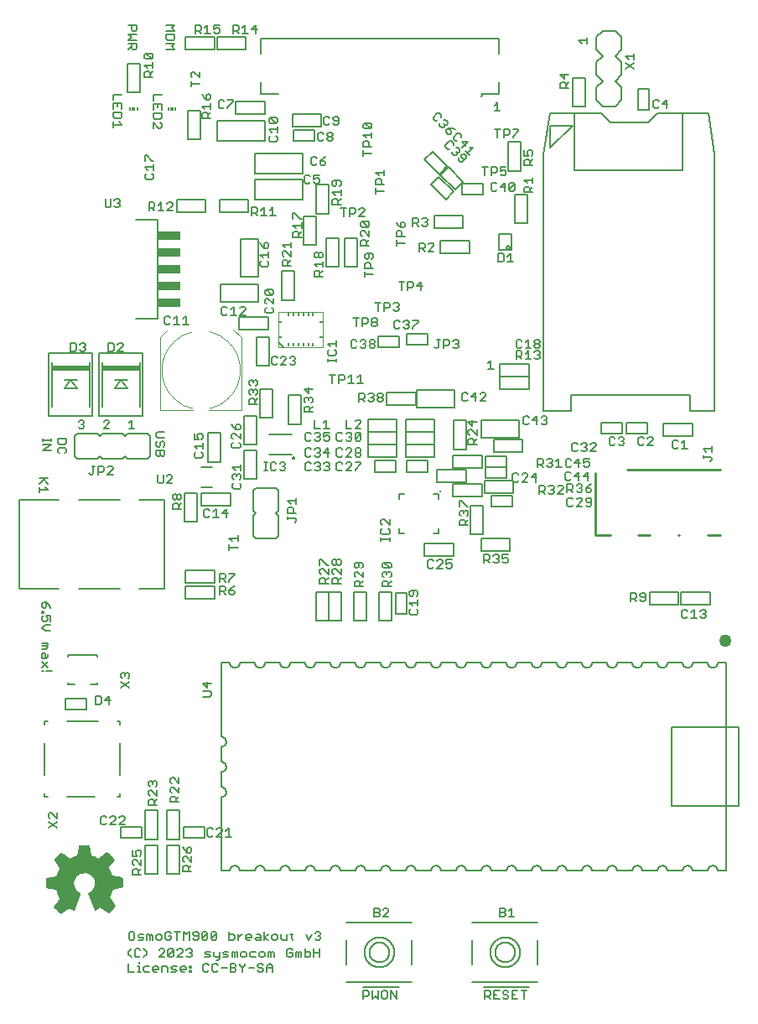
<source format=gto>
G75*
%MOIN*%
%OFA0B0*%
%FSLAX25Y25*%
%IPPOS*%
%LPD*%
%AMOC8*
5,1,8,0,0,1.08239X$1,22.5*
%
%ADD10C,0.00600*%
%ADD11C,0.00500*%
%ADD12R,0.00591X0.01181*%
%ADD13R,0.01181X0.01181*%
%ADD14C,0.00800*%
%ADD15R,0.09035X0.03800*%
%ADD16C,0.00787*%
%ADD17C,0.00400*%
%ADD18R,0.15000X0.01988*%
%ADD19C,0.01000*%
%ADD20C,0.00200*%
%ADD21C,0.00394*%
%ADD22R,0.01575X0.00945*%
%ADD23R,0.00945X0.01575*%
%ADD24C,0.05000*%
%ADD25C,0.00984*%
D10*
X0052793Y0016216D02*
X0055020Y0016216D01*
X0056418Y0016216D02*
X0057531Y0016216D01*
X0056975Y0016216D02*
X0056975Y0018443D01*
X0056418Y0018443D01*
X0056975Y0019556D02*
X0056975Y0020113D01*
X0056880Y0022122D02*
X0057436Y0022678D01*
X0056880Y0022122D02*
X0055766Y0022122D01*
X0055210Y0022678D01*
X0055210Y0024905D01*
X0055766Y0025462D01*
X0056880Y0025462D01*
X0057436Y0024905D01*
X0058835Y0025462D02*
X0059948Y0024348D01*
X0059948Y0023235D01*
X0058835Y0022122D01*
X0059392Y0018443D02*
X0058835Y0017886D01*
X0058835Y0016773D01*
X0059392Y0016216D01*
X0061062Y0016216D01*
X0062460Y0016773D02*
X0062460Y0017886D01*
X0063017Y0018443D01*
X0064130Y0018443D01*
X0064687Y0017886D01*
X0064687Y0017330D01*
X0062460Y0017330D01*
X0062460Y0016773D02*
X0063017Y0016216D01*
X0064130Y0016216D01*
X0066085Y0016216D02*
X0066085Y0018443D01*
X0067755Y0018443D01*
X0068312Y0017886D01*
X0068312Y0016216D01*
X0069710Y0016216D02*
X0071380Y0016216D01*
X0071937Y0016773D01*
X0071380Y0017330D01*
X0070267Y0017330D01*
X0069710Y0017886D01*
X0070267Y0018443D01*
X0071937Y0018443D01*
X0073335Y0017886D02*
X0073892Y0018443D01*
X0075005Y0018443D01*
X0075562Y0017886D01*
X0075562Y0017330D01*
X0073335Y0017330D01*
X0073335Y0017886D02*
X0073335Y0016773D01*
X0073892Y0016216D01*
X0075005Y0016216D01*
X0076961Y0016216D02*
X0076961Y0016773D01*
X0077517Y0016773D01*
X0077517Y0016216D01*
X0076961Y0016216D01*
X0076961Y0017886D02*
X0076961Y0018443D01*
X0077517Y0018443D01*
X0077517Y0017886D01*
X0076961Y0017886D01*
X0077422Y0022122D02*
X0076309Y0022122D01*
X0075752Y0022678D01*
X0074354Y0022122D02*
X0072127Y0022122D01*
X0074354Y0024348D01*
X0074354Y0024905D01*
X0073797Y0025462D01*
X0072684Y0025462D01*
X0072127Y0024905D01*
X0070729Y0024905D02*
X0070729Y0022678D01*
X0070172Y0022122D01*
X0069059Y0022122D01*
X0068502Y0022678D01*
X0070729Y0024905D01*
X0070172Y0025462D01*
X0069059Y0025462D01*
X0068502Y0024905D01*
X0068502Y0022678D01*
X0067103Y0022122D02*
X0064877Y0022122D01*
X0067103Y0024348D01*
X0067103Y0024905D01*
X0066547Y0025462D01*
X0065433Y0025462D01*
X0064877Y0024905D01*
X0064350Y0028841D02*
X0063793Y0029398D01*
X0063793Y0030511D01*
X0064350Y0031068D01*
X0065463Y0031068D01*
X0066020Y0030511D01*
X0066020Y0029398D01*
X0065463Y0028841D01*
X0064350Y0028841D01*
X0062395Y0028841D02*
X0062395Y0030511D01*
X0061838Y0031068D01*
X0061282Y0030511D01*
X0061282Y0028841D01*
X0060168Y0028841D02*
X0060168Y0031068D01*
X0060725Y0031068D01*
X0061282Y0030511D01*
X0058770Y0031068D02*
X0057100Y0031068D01*
X0056543Y0030511D01*
X0057100Y0029955D01*
X0058213Y0029955D01*
X0058770Y0029398D01*
X0058213Y0028841D01*
X0056543Y0028841D01*
X0055145Y0029398D02*
X0055145Y0031625D01*
X0054588Y0032181D01*
X0053475Y0032181D01*
X0052918Y0031625D01*
X0052918Y0029398D01*
X0053475Y0028841D01*
X0054588Y0028841D01*
X0055145Y0029398D01*
X0053906Y0025462D02*
X0052793Y0024348D01*
X0052793Y0023235D01*
X0053906Y0022122D01*
X0052793Y0019556D02*
X0052793Y0016216D01*
X0059392Y0018443D02*
X0061062Y0018443D01*
X0067975Y0028841D02*
X0069089Y0028841D01*
X0069645Y0029398D01*
X0069645Y0030511D01*
X0068532Y0030511D01*
X0067419Y0029398D02*
X0067975Y0028841D01*
X0067419Y0029398D02*
X0067419Y0031625D01*
X0067975Y0032181D01*
X0069089Y0032181D01*
X0069645Y0031625D01*
X0071044Y0032181D02*
X0073270Y0032181D01*
X0072157Y0032181D02*
X0072157Y0028841D01*
X0074669Y0028841D02*
X0074669Y0032181D01*
X0075782Y0031068D01*
X0076895Y0032181D01*
X0076895Y0028841D01*
X0078294Y0029398D02*
X0078851Y0028841D01*
X0079964Y0028841D01*
X0080521Y0029398D01*
X0080521Y0031625D01*
X0079964Y0032181D01*
X0078851Y0032181D01*
X0078294Y0031625D01*
X0078294Y0031068D01*
X0078851Y0030511D01*
X0080521Y0030511D01*
X0081919Y0029398D02*
X0084146Y0031625D01*
X0084146Y0029398D01*
X0083589Y0028841D01*
X0082476Y0028841D01*
X0081919Y0029398D01*
X0081919Y0031625D01*
X0082476Y0032181D01*
X0083589Y0032181D01*
X0084146Y0031625D01*
X0085544Y0031625D02*
X0086101Y0032181D01*
X0087214Y0032181D01*
X0087771Y0031625D01*
X0085544Y0029398D01*
X0086101Y0028841D01*
X0087214Y0028841D01*
X0087771Y0029398D01*
X0087771Y0031625D01*
X0085544Y0031625D02*
X0085544Y0029398D01*
X0085229Y0024348D02*
X0083559Y0024348D01*
X0083002Y0023792D01*
X0083559Y0023235D01*
X0084672Y0023235D01*
X0085229Y0022678D01*
X0084672Y0022122D01*
X0083002Y0022122D01*
X0082955Y0019556D02*
X0082398Y0019000D01*
X0082398Y0016773D01*
X0082955Y0016216D01*
X0084068Y0016216D01*
X0084625Y0016773D01*
X0086023Y0016773D02*
X0086580Y0016216D01*
X0087693Y0016216D01*
X0088250Y0016773D01*
X0089649Y0017886D02*
X0091875Y0017886D01*
X0093274Y0017886D02*
X0094944Y0017886D01*
X0095500Y0017330D01*
X0095500Y0016773D01*
X0094944Y0016216D01*
X0093274Y0016216D01*
X0093274Y0019556D01*
X0094944Y0019556D01*
X0095500Y0019000D01*
X0095500Y0018443D01*
X0094944Y0017886D01*
X0096899Y0019000D02*
X0098012Y0017886D01*
X0098012Y0016216D01*
X0098012Y0017886D02*
X0099125Y0019000D01*
X0099125Y0019556D01*
X0100524Y0017886D02*
X0102751Y0017886D01*
X0104149Y0018443D02*
X0104706Y0017886D01*
X0105819Y0017886D01*
X0106376Y0017330D01*
X0106376Y0016773D01*
X0105819Y0016216D01*
X0104706Y0016216D01*
X0104149Y0016773D01*
X0104149Y0018443D02*
X0104149Y0019000D01*
X0104706Y0019556D01*
X0105819Y0019556D01*
X0106376Y0019000D01*
X0107774Y0018443D02*
X0108888Y0019556D01*
X0110001Y0018443D01*
X0110001Y0016216D01*
X0110001Y0017886D02*
X0107774Y0017886D01*
X0107774Y0018443D02*
X0107774Y0016216D01*
X0108378Y0022122D02*
X0108378Y0024348D01*
X0108935Y0024348D01*
X0109492Y0023792D01*
X0110048Y0024348D01*
X0110605Y0023792D01*
X0110605Y0022122D01*
X0109492Y0022122D02*
X0109492Y0023792D01*
X0106980Y0023792D02*
X0106423Y0024348D01*
X0105310Y0024348D01*
X0104753Y0023792D01*
X0104753Y0022678D01*
X0105310Y0022122D01*
X0106423Y0022122D01*
X0106980Y0022678D01*
X0106980Y0023792D01*
X0103355Y0024348D02*
X0101685Y0024348D01*
X0101128Y0023792D01*
X0101128Y0022678D01*
X0101685Y0022122D01*
X0103355Y0022122D01*
X0099730Y0022678D02*
X0099730Y0023792D01*
X0099173Y0024348D01*
X0098060Y0024348D01*
X0097503Y0023792D01*
X0097503Y0022678D01*
X0098060Y0022122D01*
X0099173Y0022122D01*
X0099730Y0022678D01*
X0096104Y0022122D02*
X0096104Y0023792D01*
X0095548Y0024348D01*
X0094991Y0023792D01*
X0094991Y0022122D01*
X0093878Y0022122D02*
X0093878Y0024348D01*
X0094435Y0024348D01*
X0094991Y0023792D01*
X0092479Y0024348D02*
X0090809Y0024348D01*
X0090253Y0023792D01*
X0090809Y0023235D01*
X0091923Y0023235D01*
X0092479Y0022678D01*
X0091923Y0022122D01*
X0090253Y0022122D01*
X0088854Y0022122D02*
X0087184Y0022122D01*
X0086628Y0022678D01*
X0086628Y0024348D01*
X0088854Y0024348D02*
X0088854Y0021565D01*
X0088298Y0021009D01*
X0087741Y0021009D01*
X0087693Y0019556D02*
X0086580Y0019556D01*
X0086023Y0019000D01*
X0086023Y0016773D01*
X0084625Y0019000D02*
X0084068Y0019556D01*
X0082955Y0019556D01*
X0077979Y0022678D02*
X0077422Y0022122D01*
X0077979Y0022678D02*
X0077979Y0023235D01*
X0077422Y0023792D01*
X0076866Y0023792D01*
X0077422Y0023792D02*
X0077979Y0024348D01*
X0077979Y0024905D01*
X0077422Y0025462D01*
X0076309Y0025462D01*
X0075752Y0024905D01*
X0087693Y0019556D02*
X0088250Y0019000D01*
X0096899Y0019000D02*
X0096899Y0019556D01*
X0096420Y0028841D02*
X0096420Y0031068D01*
X0097533Y0031068D02*
X0098090Y0031068D01*
X0097533Y0031068D02*
X0096420Y0029955D01*
X0095021Y0030511D02*
X0094464Y0031068D01*
X0092795Y0031068D01*
X0092795Y0032181D02*
X0092795Y0028841D01*
X0094464Y0028841D01*
X0095021Y0029398D01*
X0095021Y0030511D01*
X0099441Y0030511D02*
X0099997Y0031068D01*
X0101111Y0031068D01*
X0101667Y0030511D01*
X0101667Y0029955D01*
X0099441Y0029955D01*
X0099441Y0030511D02*
X0099441Y0029398D01*
X0099997Y0028841D01*
X0101111Y0028841D01*
X0103066Y0029398D02*
X0103622Y0029955D01*
X0105292Y0029955D01*
X0105292Y0030511D02*
X0105292Y0028841D01*
X0103622Y0028841D01*
X0103066Y0029398D01*
X0103622Y0031068D02*
X0104736Y0031068D01*
X0105292Y0030511D01*
X0106691Y0029955D02*
X0108361Y0031068D01*
X0109712Y0030511D02*
X0109712Y0029398D01*
X0110268Y0028841D01*
X0111382Y0028841D01*
X0111938Y0029398D01*
X0111938Y0030511D01*
X0111382Y0031068D01*
X0110268Y0031068D01*
X0109712Y0030511D01*
X0108361Y0028841D02*
X0106691Y0029955D01*
X0106691Y0028841D02*
X0106691Y0032181D01*
X0113337Y0031068D02*
X0113337Y0029398D01*
X0113894Y0028841D01*
X0115564Y0028841D01*
X0115564Y0031068D01*
X0116962Y0031068D02*
X0118075Y0031068D01*
X0117519Y0031625D02*
X0117519Y0029398D01*
X0118075Y0028841D01*
X0117299Y0025462D02*
X0116185Y0025462D01*
X0115629Y0024905D01*
X0115629Y0022678D01*
X0116185Y0022122D01*
X0117299Y0022122D01*
X0117855Y0022678D01*
X0117855Y0023792D01*
X0116742Y0023792D01*
X0117855Y0024905D02*
X0117299Y0025462D01*
X0119254Y0024348D02*
X0119810Y0024348D01*
X0120367Y0023792D01*
X0120924Y0024348D01*
X0121480Y0023792D01*
X0121480Y0022122D01*
X0120367Y0022122D02*
X0120367Y0023792D01*
X0119254Y0024348D02*
X0119254Y0022122D01*
X0122879Y0022122D02*
X0124549Y0022122D01*
X0125106Y0022678D01*
X0125106Y0023792D01*
X0124549Y0024348D01*
X0122879Y0024348D01*
X0122879Y0025462D02*
X0122879Y0022122D01*
X0126504Y0022122D02*
X0126504Y0025462D01*
X0126504Y0023792D02*
X0128731Y0023792D01*
X0128731Y0025462D02*
X0128731Y0022122D01*
X0128588Y0028841D02*
X0127475Y0028841D01*
X0126918Y0029398D01*
X0128031Y0030511D02*
X0128588Y0030511D01*
X0129145Y0029955D01*
X0129145Y0029398D01*
X0128588Y0028841D01*
X0128588Y0030511D02*
X0129145Y0031068D01*
X0129145Y0031625D01*
X0128588Y0032181D01*
X0127475Y0032181D01*
X0126918Y0031625D01*
X0125520Y0031068D02*
X0124406Y0028841D01*
X0123293Y0031068D01*
X0123025Y0056453D02*
X0116962Y0056453D01*
X0113025Y0056453D02*
X0106962Y0056453D01*
X0103025Y0056453D02*
X0096962Y0056453D01*
X0093025Y0056453D02*
X0089599Y0056453D01*
X0089599Y0085823D01*
X0089599Y0089760D02*
X0089599Y0095823D01*
X0089599Y0099760D02*
X0089599Y0105823D01*
X0089599Y0109760D02*
X0089599Y0139130D01*
X0093025Y0139130D01*
X0096962Y0139130D02*
X0103025Y0139130D01*
X0106962Y0139130D02*
X0113025Y0139130D01*
X0116962Y0139130D02*
X0123025Y0139130D01*
X0126962Y0139130D02*
X0133025Y0139130D01*
X0136962Y0139130D02*
X0143025Y0139130D01*
X0146962Y0139130D02*
X0153025Y0139130D01*
X0156962Y0139130D02*
X0163025Y0139130D01*
X0166962Y0139130D02*
X0173025Y0139130D01*
X0176962Y0139130D02*
X0183025Y0139130D01*
X0186962Y0139130D02*
X0193025Y0139130D01*
X0196962Y0139130D02*
X0203025Y0139130D01*
X0206962Y0139130D02*
X0213025Y0139130D01*
X0216962Y0139130D02*
X0223025Y0139130D01*
X0226962Y0139130D02*
X0233025Y0139130D01*
X0236962Y0139130D02*
X0243025Y0139130D01*
X0246962Y0139130D02*
X0253025Y0139130D01*
X0256962Y0139130D02*
X0263025Y0139130D01*
X0266962Y0139130D02*
X0273025Y0139130D01*
X0276962Y0139130D02*
X0283025Y0139130D01*
X0286962Y0139130D02*
X0290387Y0139130D01*
X0290387Y0056453D01*
X0286962Y0056453D01*
X0283025Y0056453D02*
X0276962Y0056453D01*
X0273025Y0056453D02*
X0266962Y0056453D01*
X0263025Y0056453D02*
X0256962Y0056453D01*
X0253025Y0056453D02*
X0246962Y0056453D01*
X0243025Y0056453D02*
X0236962Y0056453D01*
X0233025Y0056453D02*
X0226962Y0056453D01*
X0223025Y0056453D02*
X0216962Y0056453D01*
X0213025Y0056453D02*
X0206962Y0056453D01*
X0203025Y0056453D02*
X0196962Y0056453D01*
X0193025Y0056453D02*
X0186962Y0056453D01*
X0183025Y0056453D02*
X0176962Y0056453D01*
X0173025Y0056453D02*
X0166962Y0056453D01*
X0163025Y0056453D02*
X0156962Y0056453D01*
X0153025Y0056453D02*
X0146962Y0056453D01*
X0143025Y0056453D02*
X0136962Y0056453D01*
X0133025Y0056453D02*
X0126962Y0056453D01*
X0150293Y0041461D02*
X0150293Y0038121D01*
X0151963Y0038121D01*
X0152520Y0038678D01*
X0152520Y0039234D01*
X0151963Y0039791D01*
X0150293Y0039791D01*
X0150293Y0041461D02*
X0151963Y0041461D01*
X0152520Y0040904D01*
X0152520Y0040347D01*
X0151963Y0039791D01*
X0153918Y0040904D02*
X0154475Y0041461D01*
X0155588Y0041461D01*
X0156145Y0040904D01*
X0156145Y0040347D01*
X0153918Y0038121D01*
X0156145Y0038121D01*
X0160354Y0010050D02*
X0145853Y0010050D01*
X0146153Y0008852D02*
X0147823Y0008852D01*
X0148380Y0008296D01*
X0148380Y0007183D01*
X0147823Y0006626D01*
X0146153Y0006626D01*
X0146153Y0005513D02*
X0146153Y0008852D01*
X0149778Y0008852D02*
X0149778Y0005513D01*
X0150891Y0006626D01*
X0152005Y0005513D01*
X0152005Y0008852D01*
X0153403Y0008296D02*
X0153403Y0006069D01*
X0153960Y0005513D01*
X0155073Y0005513D01*
X0155630Y0006069D01*
X0155630Y0008296D01*
X0155073Y0008852D01*
X0153960Y0008852D01*
X0153403Y0008296D01*
X0157028Y0008852D02*
X0157028Y0005513D01*
X0159255Y0005513D02*
X0157028Y0008852D01*
X0159255Y0008852D02*
X0159255Y0005513D01*
X0194040Y0010050D02*
X0212166Y0010050D01*
X0211068Y0008852D02*
X0208841Y0008852D01*
X0209954Y0008852D02*
X0209954Y0005513D01*
X0207442Y0005513D02*
X0205216Y0005513D01*
X0205216Y0008852D01*
X0207442Y0008852D01*
X0206329Y0007183D02*
X0205216Y0007183D01*
X0203817Y0006626D02*
X0203817Y0006069D01*
X0203261Y0005513D01*
X0202147Y0005513D01*
X0201591Y0006069D01*
X0202147Y0007183D02*
X0203261Y0007183D01*
X0203817Y0006626D01*
X0203817Y0008296D02*
X0203261Y0008852D01*
X0202147Y0008852D01*
X0201591Y0008296D01*
X0201591Y0007739D01*
X0202147Y0007183D01*
X0200192Y0008852D02*
X0197966Y0008852D01*
X0197966Y0005513D01*
X0200192Y0005513D01*
X0199079Y0007183D02*
X0197966Y0007183D01*
X0196567Y0007183D02*
X0196567Y0008296D01*
X0196010Y0008852D01*
X0194340Y0008852D01*
X0194340Y0005513D01*
X0194340Y0006626D02*
X0196010Y0006626D01*
X0196567Y0007183D01*
X0195454Y0006626D02*
X0196567Y0005513D01*
X0200293Y0038150D02*
X0201963Y0038150D01*
X0202520Y0038707D01*
X0202520Y0039264D01*
X0201963Y0039820D01*
X0200293Y0039820D01*
X0200293Y0038150D02*
X0200293Y0041490D01*
X0201963Y0041490D01*
X0202520Y0040934D01*
X0202520Y0040377D01*
X0201963Y0039820D01*
X0203918Y0040377D02*
X0205031Y0041490D01*
X0205031Y0038150D01*
X0203918Y0038150D02*
X0206145Y0038150D01*
X0167250Y0158121D02*
X0167817Y0158688D01*
X0167817Y0159822D01*
X0167250Y0160389D01*
X0167817Y0161804D02*
X0167817Y0164073D01*
X0167817Y0162938D02*
X0164415Y0162938D01*
X0165549Y0161804D01*
X0164982Y0160389D02*
X0164415Y0159822D01*
X0164415Y0158688D01*
X0164982Y0158121D01*
X0167250Y0158121D01*
X0167250Y0165487D02*
X0167817Y0166054D01*
X0167817Y0167189D01*
X0167250Y0167756D01*
X0164982Y0167756D01*
X0164415Y0167189D01*
X0164415Y0166054D01*
X0164982Y0165487D01*
X0165549Y0165487D01*
X0166116Y0166054D01*
X0166116Y0167756D01*
X0172311Y0176621D02*
X0173445Y0176621D01*
X0174012Y0177188D01*
X0175427Y0176621D02*
X0177695Y0178889D01*
X0177695Y0179457D01*
X0177128Y0180024D01*
X0175994Y0180024D01*
X0175427Y0179457D01*
X0174012Y0179457D02*
X0173445Y0180024D01*
X0172311Y0180024D01*
X0171744Y0179457D01*
X0171744Y0177188D01*
X0172311Y0176621D01*
X0175427Y0176621D02*
X0177695Y0176621D01*
X0179110Y0177188D02*
X0179677Y0176621D01*
X0180811Y0176621D01*
X0181378Y0177188D01*
X0181378Y0178322D01*
X0180811Y0178889D01*
X0180244Y0178889D01*
X0179110Y0178322D01*
X0179110Y0180024D01*
X0181378Y0180024D01*
X0184415Y0193731D02*
X0184415Y0195433D01*
X0184982Y0196000D01*
X0186117Y0196000D01*
X0186684Y0195433D01*
X0186684Y0193731D01*
X0187818Y0193731D02*
X0184415Y0193731D01*
X0186684Y0194865D02*
X0187818Y0196000D01*
X0187251Y0197414D02*
X0187818Y0197981D01*
X0187818Y0199116D01*
X0187251Y0199683D01*
X0186684Y0199683D01*
X0186117Y0199116D01*
X0186117Y0198549D01*
X0186117Y0199116D02*
X0185549Y0199683D01*
X0184982Y0199683D01*
X0184415Y0199116D01*
X0184415Y0197981D01*
X0184982Y0197414D01*
X0184415Y0201097D02*
X0184415Y0203366D01*
X0184982Y0203366D01*
X0187251Y0201097D01*
X0187818Y0201097D01*
X0194043Y0182134D02*
X0195744Y0182134D01*
X0196312Y0181567D01*
X0196312Y0180433D01*
X0195744Y0179865D01*
X0194043Y0179865D01*
X0194043Y0178731D02*
X0194043Y0182134D01*
X0195177Y0179865D02*
X0196312Y0178731D01*
X0197726Y0179298D02*
X0198293Y0178731D01*
X0199428Y0178731D01*
X0199995Y0179298D01*
X0199995Y0179865D01*
X0199428Y0180433D01*
X0198860Y0180433D01*
X0199428Y0180433D02*
X0199995Y0181000D01*
X0199995Y0181567D01*
X0199428Y0182134D01*
X0198293Y0182134D01*
X0197726Y0181567D01*
X0201409Y0182134D02*
X0201409Y0180433D01*
X0202544Y0181000D01*
X0203111Y0181000D01*
X0203678Y0180433D01*
X0203678Y0179298D01*
X0203111Y0178731D01*
X0201976Y0178731D01*
X0201409Y0179298D01*
X0201409Y0182134D02*
X0203678Y0182134D01*
X0215918Y0206216D02*
X0215918Y0209619D01*
X0217619Y0209619D01*
X0218187Y0209052D01*
X0218187Y0207918D01*
X0217619Y0207351D01*
X0215918Y0207351D01*
X0217052Y0207351D02*
X0218187Y0206216D01*
X0219601Y0206783D02*
X0220168Y0206216D01*
X0221303Y0206216D01*
X0221870Y0206783D01*
X0221870Y0207351D01*
X0221303Y0207918D01*
X0220735Y0207918D01*
X0221303Y0207918D02*
X0221870Y0208485D01*
X0221870Y0209052D01*
X0221303Y0209619D01*
X0220168Y0209619D01*
X0219601Y0209052D01*
X0223284Y0209052D02*
X0223851Y0209619D01*
X0224986Y0209619D01*
X0225553Y0209052D01*
X0225553Y0208485D01*
X0223284Y0206216D01*
X0225553Y0206216D01*
X0227168Y0206841D02*
X0227168Y0210244D01*
X0228869Y0210244D01*
X0229437Y0209677D01*
X0229437Y0208543D01*
X0228869Y0207976D01*
X0227168Y0207976D01*
X0228302Y0207976D02*
X0229437Y0206841D01*
X0230851Y0207408D02*
X0231418Y0206841D01*
X0232553Y0206841D01*
X0233120Y0207408D01*
X0233120Y0207976D01*
X0232553Y0208543D01*
X0231985Y0208543D01*
X0232553Y0208543D02*
X0233120Y0209110D01*
X0233120Y0209677D01*
X0232553Y0210244D01*
X0231418Y0210244D01*
X0230851Y0209677D01*
X0231588Y0211654D02*
X0231588Y0214994D01*
X0229918Y0213324D01*
X0232144Y0213324D01*
X0233543Y0213324D02*
X0235213Y0214994D01*
X0235213Y0211654D01*
X0235769Y0213324D02*
X0233543Y0213324D01*
X0234350Y0216842D02*
X0233793Y0217399D01*
X0234350Y0216842D02*
X0235463Y0216842D01*
X0236020Y0217399D01*
X0236020Y0218512D01*
X0235463Y0219069D01*
X0234907Y0219069D01*
X0233793Y0218512D01*
X0233793Y0220182D01*
X0236020Y0220182D01*
X0236409Y0223091D02*
X0238678Y0225360D01*
X0238678Y0225927D01*
X0238111Y0226494D01*
X0236976Y0226494D01*
X0236409Y0225927D01*
X0234995Y0225927D02*
X0234995Y0225360D01*
X0234428Y0224793D01*
X0234995Y0224226D01*
X0234995Y0223658D01*
X0234428Y0223091D01*
X0233293Y0223091D01*
X0232726Y0223658D01*
X0231312Y0223658D02*
X0230744Y0223091D01*
X0229610Y0223091D01*
X0229043Y0223658D01*
X0229043Y0225927D01*
X0229610Y0226494D01*
X0230744Y0226494D01*
X0231312Y0225927D01*
X0232726Y0225927D02*
X0233293Y0226494D01*
X0234428Y0226494D01*
X0234995Y0225927D01*
X0234428Y0224793D02*
X0233860Y0224793D01*
X0236409Y0223091D02*
X0238678Y0223091D01*
X0243918Y0226085D02*
X0244474Y0225529D01*
X0245588Y0225529D01*
X0246144Y0226085D01*
X0247543Y0226085D02*
X0248100Y0225529D01*
X0249213Y0225529D01*
X0249769Y0226085D01*
X0249769Y0226642D01*
X0249213Y0227199D01*
X0248656Y0227199D01*
X0249213Y0227199D02*
X0249769Y0227755D01*
X0249769Y0228312D01*
X0249213Y0228869D01*
X0248100Y0228869D01*
X0247543Y0228312D01*
X0246144Y0228312D02*
X0245588Y0228869D01*
X0244474Y0228869D01*
X0243918Y0228312D01*
X0243918Y0226085D01*
X0255418Y0226085D02*
X0255974Y0225529D01*
X0257088Y0225529D01*
X0257644Y0226085D01*
X0259043Y0225529D02*
X0261269Y0227755D01*
X0261269Y0228312D01*
X0260713Y0228869D01*
X0259600Y0228869D01*
X0259043Y0228312D01*
X0257644Y0228312D02*
X0257088Y0228869D01*
X0255974Y0228869D01*
X0255418Y0228312D01*
X0255418Y0226085D01*
X0259043Y0225529D02*
X0261269Y0225529D01*
X0269043Y0224898D02*
X0269600Y0224341D01*
X0270713Y0224341D01*
X0271270Y0224898D01*
X0272668Y0224341D02*
X0274895Y0224341D01*
X0273781Y0224341D02*
X0273781Y0227681D01*
X0272668Y0226568D01*
X0271270Y0227125D02*
X0270713Y0227681D01*
X0269600Y0227681D01*
X0269043Y0227125D01*
X0269043Y0224898D01*
X0281353Y0224080D02*
X0284693Y0224080D01*
X0284693Y0225193D02*
X0284693Y0222966D01*
X0284136Y0221011D02*
X0281353Y0221011D01*
X0281353Y0220455D02*
X0281353Y0221568D01*
X0282466Y0222966D02*
X0281353Y0224080D01*
X0284136Y0221011D02*
X0284693Y0220455D01*
X0284693Y0219898D01*
X0284136Y0219341D01*
X0257698Y0166884D02*
X0256585Y0166884D01*
X0256028Y0166327D01*
X0256028Y0165771D01*
X0256585Y0165214D01*
X0258255Y0165214D01*
X0258255Y0164101D02*
X0258255Y0166327D01*
X0257698Y0166884D01*
X0258255Y0164101D02*
X0257698Y0163544D01*
X0256585Y0163544D01*
X0256028Y0164101D01*
X0254630Y0163544D02*
X0253516Y0164657D01*
X0254073Y0164657D02*
X0252403Y0164657D01*
X0252403Y0163544D02*
X0252403Y0166884D01*
X0254073Y0166884D01*
X0254630Y0166327D01*
X0254630Y0165214D01*
X0254073Y0164657D01*
X0272793Y0159654D02*
X0272793Y0157428D01*
X0273350Y0156871D01*
X0274463Y0156871D01*
X0275020Y0157428D01*
X0276418Y0156871D02*
X0278645Y0156871D01*
X0277531Y0156871D02*
X0277531Y0160211D01*
X0276418Y0159097D01*
X0275020Y0159654D02*
X0274463Y0160211D01*
X0273350Y0160211D01*
X0272793Y0159654D01*
X0280043Y0159654D02*
X0280600Y0160211D01*
X0281713Y0160211D01*
X0282270Y0159654D01*
X0282270Y0159097D01*
X0281713Y0158541D01*
X0282270Y0157984D01*
X0282270Y0157428D01*
X0281713Y0156871D01*
X0280600Y0156871D01*
X0280043Y0157428D01*
X0281157Y0158541D02*
X0281713Y0158541D01*
X0236803Y0201799D02*
X0236803Y0204067D01*
X0236236Y0204635D01*
X0235101Y0204635D01*
X0234534Y0204067D01*
X0234534Y0203500D01*
X0235101Y0202933D01*
X0236803Y0202933D01*
X0236803Y0201799D02*
X0236236Y0201232D01*
X0235101Y0201232D01*
X0234534Y0201799D01*
X0233120Y0201232D02*
X0230851Y0201232D01*
X0233120Y0203500D01*
X0233120Y0204067D01*
X0232553Y0204635D01*
X0231418Y0204635D01*
X0230851Y0204067D01*
X0229437Y0204067D02*
X0228869Y0204635D01*
X0227735Y0204635D01*
X0227168Y0204067D01*
X0227168Y0201799D01*
X0227735Y0201232D01*
X0228869Y0201232D01*
X0229437Y0201799D01*
X0234534Y0207408D02*
X0235101Y0206841D01*
X0236236Y0206841D01*
X0236803Y0207408D01*
X0236803Y0207976D01*
X0236236Y0208543D01*
X0234534Y0208543D01*
X0234534Y0207408D01*
X0234534Y0208543D02*
X0235669Y0209677D01*
X0236803Y0210244D01*
X0231838Y0216842D02*
X0231838Y0220182D01*
X0230168Y0218512D01*
X0232395Y0218512D01*
X0228770Y0219625D02*
X0228213Y0220182D01*
X0227100Y0220182D01*
X0226543Y0219625D01*
X0226543Y0217399D01*
X0227100Y0216842D01*
X0228213Y0216842D01*
X0228770Y0217399D01*
X0227963Y0214994D02*
X0226849Y0214994D01*
X0226293Y0214437D01*
X0226293Y0212210D01*
X0226849Y0211654D01*
X0227963Y0211654D01*
X0228519Y0212210D01*
X0228519Y0214437D02*
X0227963Y0214994D01*
X0224943Y0216856D02*
X0222674Y0216856D01*
X0223808Y0216856D02*
X0223808Y0220259D01*
X0222674Y0219125D01*
X0221260Y0219125D02*
X0220692Y0218558D01*
X0221260Y0217990D01*
X0221260Y0217423D01*
X0220692Y0216856D01*
X0219558Y0216856D01*
X0218991Y0217423D01*
X0217576Y0216856D02*
X0216442Y0217990D01*
X0217009Y0217990D02*
X0215308Y0217990D01*
X0215308Y0216856D02*
X0215308Y0220259D01*
X0217009Y0220259D01*
X0217576Y0219692D01*
X0217576Y0218558D01*
X0217009Y0217990D01*
X0218991Y0219692D02*
X0219558Y0220259D01*
X0220692Y0220259D01*
X0221260Y0219692D01*
X0221260Y0219125D01*
X0220692Y0218558D02*
X0220125Y0218558D01*
X0214561Y0214399D02*
X0212860Y0212697D01*
X0215128Y0212697D01*
X0214561Y0210996D02*
X0214561Y0214399D01*
X0211445Y0213832D02*
X0210878Y0214399D01*
X0209744Y0214399D01*
X0209177Y0213832D01*
X0207762Y0213832D02*
X0207195Y0214399D01*
X0206061Y0214399D01*
X0205494Y0213832D01*
X0205494Y0211563D01*
X0206061Y0210996D01*
X0207195Y0210996D01*
X0207762Y0211563D01*
X0209177Y0210996D02*
X0211445Y0213264D01*
X0211445Y0213832D01*
X0211445Y0210996D02*
X0209177Y0210996D01*
X0210210Y0233731D02*
X0211323Y0233731D01*
X0211880Y0234288D01*
X0210210Y0233731D02*
X0209653Y0234288D01*
X0209653Y0236514D01*
X0210210Y0237071D01*
X0211323Y0237071D01*
X0211880Y0236514D01*
X0213278Y0235401D02*
X0215505Y0235401D01*
X0214948Y0233731D02*
X0214948Y0237071D01*
X0213278Y0235401D01*
X0216904Y0234288D02*
X0217460Y0233731D01*
X0218573Y0233731D01*
X0219130Y0234288D01*
X0219130Y0234844D01*
X0218573Y0235401D01*
X0218017Y0235401D01*
X0218573Y0235401D02*
X0219130Y0235958D01*
X0219130Y0236514D01*
X0218573Y0237071D01*
X0217460Y0237071D01*
X0216904Y0236514D01*
X0215838Y0259779D02*
X0214725Y0259779D01*
X0214168Y0260336D01*
X0212769Y0259779D02*
X0210543Y0259779D01*
X0211656Y0259779D02*
X0211656Y0263119D01*
X0210543Y0262006D01*
X0209144Y0262563D02*
X0209144Y0261449D01*
X0208588Y0260893D01*
X0206918Y0260893D01*
X0208031Y0260893D02*
X0209144Y0259779D01*
X0206918Y0259779D02*
X0206918Y0263119D01*
X0208588Y0263119D01*
X0209144Y0262563D01*
X0208588Y0264154D02*
X0209144Y0264711D01*
X0208588Y0264154D02*
X0207474Y0264154D01*
X0206918Y0264711D01*
X0206918Y0266938D01*
X0207474Y0267494D01*
X0208588Y0267494D01*
X0209144Y0266938D01*
X0210543Y0266381D02*
X0211656Y0267494D01*
X0211656Y0264154D01*
X0210543Y0264154D02*
X0212769Y0264154D01*
X0214168Y0264711D02*
X0214168Y0265268D01*
X0214725Y0265824D01*
X0215838Y0265824D01*
X0216394Y0265268D01*
X0216394Y0264711D01*
X0215838Y0264154D01*
X0214725Y0264154D01*
X0214168Y0264711D01*
X0214725Y0265824D02*
X0214168Y0266381D01*
X0214168Y0266938D01*
X0214725Y0267494D01*
X0215838Y0267494D01*
X0216394Y0266938D01*
X0216394Y0266381D01*
X0215838Y0265824D01*
X0215838Y0263119D02*
X0216394Y0262563D01*
X0216394Y0262006D01*
X0215838Y0261449D01*
X0216394Y0260893D01*
X0216394Y0260336D01*
X0215838Y0259779D01*
X0215838Y0261449D02*
X0215281Y0261449D01*
X0214168Y0262563D02*
X0214725Y0263119D01*
X0215838Y0263119D01*
X0197940Y0255879D02*
X0195713Y0255879D01*
X0196826Y0255879D02*
X0196826Y0259219D01*
X0195713Y0258105D01*
X0194213Y0246431D02*
X0193100Y0246431D01*
X0192543Y0245875D01*
X0194213Y0246431D02*
X0194770Y0245875D01*
X0194770Y0245318D01*
X0192543Y0243091D01*
X0194770Y0243091D01*
X0191145Y0244761D02*
X0188918Y0244761D01*
X0190588Y0246431D01*
X0190588Y0243091D01*
X0187520Y0243648D02*
X0186963Y0243091D01*
X0185850Y0243091D01*
X0185293Y0243648D01*
X0185293Y0245875D01*
X0185850Y0246431D01*
X0186963Y0246431D01*
X0187520Y0245875D01*
X0189492Y0235442D02*
X0189492Y0233173D01*
X0187790Y0234874D01*
X0191193Y0234874D01*
X0191193Y0231758D02*
X0191193Y0229490D01*
X0188924Y0231758D01*
X0188357Y0231758D01*
X0187790Y0231191D01*
X0187790Y0230057D01*
X0188357Y0229490D01*
X0188357Y0228075D02*
X0189492Y0228075D01*
X0190059Y0227508D01*
X0190059Y0225807D01*
X0190059Y0226941D02*
X0191193Y0228075D01*
X0191193Y0225807D02*
X0187790Y0225807D01*
X0187790Y0227508D01*
X0188357Y0228075D01*
X0183288Y0264041D02*
X0182175Y0264041D01*
X0181618Y0264598D01*
X0182732Y0265711D02*
X0183288Y0265711D01*
X0183845Y0265155D01*
X0183845Y0264598D01*
X0183288Y0264041D01*
X0183288Y0265711D02*
X0183845Y0266268D01*
X0183845Y0266825D01*
X0183288Y0267381D01*
X0182175Y0267381D01*
X0181618Y0266825D01*
X0180220Y0266825D02*
X0180220Y0265711D01*
X0179663Y0265155D01*
X0177993Y0265155D01*
X0177993Y0264041D02*
X0177993Y0267381D01*
X0179663Y0267381D01*
X0180220Y0266825D01*
X0176595Y0267381D02*
X0175481Y0267381D01*
X0176038Y0267381D02*
X0176038Y0264598D01*
X0175481Y0264041D01*
X0174925Y0264041D01*
X0174368Y0264598D01*
X0165668Y0271842D02*
X0165668Y0272399D01*
X0167895Y0274625D01*
X0167895Y0275182D01*
X0165668Y0275182D01*
X0164270Y0274625D02*
X0164270Y0274069D01*
X0163713Y0273512D01*
X0164270Y0272955D01*
X0164270Y0272399D01*
X0163713Y0271842D01*
X0162600Y0271842D01*
X0162043Y0272399D01*
X0160645Y0272399D02*
X0160088Y0271842D01*
X0158975Y0271842D01*
X0158418Y0272399D01*
X0158418Y0274625D01*
X0158975Y0275182D01*
X0160088Y0275182D01*
X0160645Y0274625D01*
X0162043Y0274625D02*
X0162600Y0275182D01*
X0163713Y0275182D01*
X0164270Y0274625D01*
X0163713Y0273512D02*
X0163156Y0273512D01*
X0159744Y0279006D02*
X0158631Y0279006D01*
X0158074Y0279563D01*
X0159188Y0280676D02*
X0159744Y0280676D01*
X0160301Y0280120D01*
X0160301Y0279563D01*
X0159744Y0279006D01*
X0159744Y0280676D02*
X0160301Y0281233D01*
X0160301Y0281790D01*
X0159744Y0282346D01*
X0158631Y0282346D01*
X0158074Y0281790D01*
X0156676Y0281790D02*
X0156676Y0280676D01*
X0156119Y0280120D01*
X0154449Y0280120D01*
X0154449Y0279006D02*
X0154449Y0282346D01*
X0156119Y0282346D01*
X0156676Y0281790D01*
X0153051Y0282346D02*
X0150824Y0282346D01*
X0151937Y0282346D02*
X0151937Y0279006D01*
X0150994Y0276096D02*
X0151551Y0275540D01*
X0151551Y0274983D01*
X0150994Y0274426D01*
X0149881Y0274426D01*
X0149324Y0274983D01*
X0149324Y0275540D01*
X0149881Y0276096D01*
X0150994Y0276096D01*
X0150994Y0274426D02*
X0151551Y0273870D01*
X0151551Y0273313D01*
X0150994Y0272756D01*
X0149881Y0272756D01*
X0149324Y0273313D01*
X0149324Y0273870D01*
X0149881Y0274426D01*
X0147926Y0274426D02*
X0147369Y0273870D01*
X0145699Y0273870D01*
X0145699Y0272756D02*
X0145699Y0276096D01*
X0147369Y0276096D01*
X0147926Y0275540D01*
X0147926Y0274426D01*
X0144301Y0276096D02*
X0142074Y0276096D01*
X0143187Y0276096D02*
X0143187Y0272756D01*
X0142948Y0267508D02*
X0141834Y0267508D01*
X0141278Y0266952D01*
X0141278Y0264725D01*
X0141834Y0264169D01*
X0142948Y0264169D01*
X0143504Y0264725D01*
X0144903Y0264725D02*
X0145460Y0264169D01*
X0146573Y0264169D01*
X0147130Y0264725D01*
X0147130Y0265282D01*
X0146573Y0265838D01*
X0146016Y0265838D01*
X0146573Y0265838D02*
X0147130Y0266395D01*
X0147130Y0266952D01*
X0146573Y0267508D01*
X0145460Y0267508D01*
X0144903Y0266952D01*
X0143504Y0266952D02*
X0142948Y0267508D01*
X0148528Y0266952D02*
X0148528Y0266395D01*
X0149085Y0265838D01*
X0150198Y0265838D01*
X0150755Y0265282D01*
X0150755Y0264725D01*
X0150198Y0264169D01*
X0149085Y0264169D01*
X0148528Y0264725D01*
X0148528Y0265282D01*
X0149085Y0265838D01*
X0150198Y0265838D02*
X0150755Y0266395D01*
X0150755Y0266952D01*
X0150198Y0267508D01*
X0149085Y0267508D01*
X0148528Y0266952D01*
X0135333Y0267138D02*
X0135333Y0264870D01*
X0135333Y0266004D02*
X0131930Y0266004D01*
X0133064Y0264870D01*
X0132497Y0263455D02*
X0131930Y0262888D01*
X0131930Y0261754D01*
X0132497Y0261187D01*
X0134766Y0261187D01*
X0135333Y0261754D01*
X0135333Y0262888D01*
X0134766Y0263455D01*
X0135333Y0259865D02*
X0135333Y0258731D01*
X0135333Y0259298D02*
X0131930Y0259298D01*
X0131930Y0258731D02*
X0131930Y0259865D01*
X0132699Y0253674D02*
X0134968Y0253674D01*
X0133833Y0253674D02*
X0133833Y0250271D01*
X0136382Y0250271D02*
X0136382Y0253674D01*
X0138084Y0253674D01*
X0138651Y0253107D01*
X0138651Y0251973D01*
X0138084Y0251405D01*
X0136382Y0251405D01*
X0140065Y0250271D02*
X0142334Y0250271D01*
X0141200Y0250271D02*
X0141200Y0253674D01*
X0140065Y0252540D01*
X0143749Y0252540D02*
X0144883Y0253674D01*
X0144883Y0250271D01*
X0143749Y0250271D02*
X0146017Y0250271D01*
X0146088Y0246244D02*
X0146644Y0245688D01*
X0146644Y0244574D01*
X0146088Y0244018D01*
X0144418Y0244018D01*
X0145531Y0244018D02*
X0146644Y0242904D01*
X0148043Y0243461D02*
X0148599Y0242904D01*
X0149713Y0242904D01*
X0150269Y0243461D01*
X0150269Y0244018D01*
X0149713Y0244574D01*
X0149156Y0244574D01*
X0149713Y0244574D02*
X0150269Y0245131D01*
X0150269Y0245688D01*
X0149713Y0246244D01*
X0148599Y0246244D01*
X0148043Y0245688D01*
X0146088Y0246244D02*
X0144418Y0246244D01*
X0144418Y0242904D01*
X0151668Y0243461D02*
X0151668Y0244018D01*
X0152225Y0244574D01*
X0153338Y0244574D01*
X0153894Y0244018D01*
X0153894Y0243461D01*
X0153338Y0242904D01*
X0152225Y0242904D01*
X0151668Y0243461D01*
X0152225Y0244574D02*
X0151668Y0245131D01*
X0151668Y0245688D01*
X0152225Y0246244D01*
X0153338Y0246244D01*
X0153894Y0245688D01*
X0153894Y0245131D01*
X0153338Y0244574D01*
X0144561Y0235634D02*
X0143427Y0235634D01*
X0142860Y0235067D01*
X0144561Y0235634D02*
X0145128Y0235067D01*
X0145128Y0234500D01*
X0142860Y0232231D01*
X0145128Y0232231D01*
X0144561Y0230634D02*
X0145128Y0230067D01*
X0142860Y0227798D01*
X0143427Y0227231D01*
X0144561Y0227231D01*
X0145128Y0227798D01*
X0145128Y0230067D01*
X0144561Y0230634D02*
X0143427Y0230634D01*
X0142860Y0230067D01*
X0142860Y0227798D01*
X0141445Y0227798D02*
X0140878Y0227231D01*
X0139744Y0227231D01*
X0139177Y0227798D01*
X0137762Y0227798D02*
X0137195Y0227231D01*
X0136061Y0227231D01*
X0135494Y0227798D01*
X0135494Y0230067D01*
X0136061Y0230634D01*
X0137195Y0230634D01*
X0137762Y0230067D01*
X0139177Y0230067D02*
X0139744Y0230634D01*
X0140878Y0230634D01*
X0141445Y0230067D01*
X0141445Y0229500D01*
X0140878Y0228933D01*
X0141445Y0228365D01*
X0141445Y0227798D01*
X0140878Y0228933D02*
X0140311Y0228933D01*
X0139177Y0232231D02*
X0141445Y0232231D01*
X0139177Y0232231D02*
X0139177Y0235634D01*
X0132628Y0232231D02*
X0130360Y0232231D01*
X0131494Y0232231D02*
X0131494Y0235634D01*
X0130360Y0234500D01*
X0128945Y0232231D02*
X0126677Y0232231D01*
X0126677Y0235634D01*
X0125943Y0238731D02*
X0122540Y0238731D01*
X0122540Y0240433D01*
X0123107Y0241000D01*
X0124242Y0241000D01*
X0124809Y0240433D01*
X0124809Y0238731D01*
X0124809Y0239865D02*
X0125943Y0241000D01*
X0125376Y0242414D02*
X0125943Y0242981D01*
X0125943Y0244116D01*
X0125376Y0244683D01*
X0124809Y0244683D01*
X0124242Y0244116D01*
X0124242Y0243549D01*
X0124242Y0244116D02*
X0123674Y0244683D01*
X0123107Y0244683D01*
X0122540Y0244116D01*
X0122540Y0242981D01*
X0123107Y0242414D01*
X0124242Y0246097D02*
X0124242Y0248366D01*
X0125943Y0247799D02*
X0122540Y0247799D01*
X0124242Y0246097D01*
X0118573Y0257481D02*
X0117460Y0257481D01*
X0116904Y0258038D01*
X0115505Y0257481D02*
X0113278Y0257481D01*
X0115505Y0259708D01*
X0115505Y0260264D01*
X0114948Y0260821D01*
X0113835Y0260821D01*
X0113278Y0260264D01*
X0111880Y0260264D02*
X0111323Y0260821D01*
X0110210Y0260821D01*
X0109653Y0260264D01*
X0109653Y0258038D01*
X0110210Y0257481D01*
X0111323Y0257481D01*
X0111880Y0258038D01*
X0116904Y0260264D02*
X0117460Y0260821D01*
X0118573Y0260821D01*
X0119130Y0260264D01*
X0119130Y0259708D01*
X0118573Y0259151D01*
X0119130Y0258594D01*
X0119130Y0258038D01*
X0118573Y0257481D01*
X0118573Y0259151D02*
X0118017Y0259151D01*
X0109761Y0278091D02*
X0107535Y0278091D01*
X0106978Y0278648D01*
X0106978Y0279761D01*
X0107535Y0280318D01*
X0107535Y0281716D02*
X0106978Y0282273D01*
X0106978Y0283386D01*
X0107535Y0283943D01*
X0108091Y0283943D01*
X0110318Y0281716D01*
X0110318Y0283943D01*
X0109761Y0285342D02*
X0107535Y0287568D01*
X0109761Y0287568D01*
X0110318Y0287012D01*
X0110318Y0285898D01*
X0109761Y0285342D01*
X0107535Y0285342D01*
X0106978Y0285898D01*
X0106978Y0287012D01*
X0107535Y0287568D01*
X0109761Y0280318D02*
X0110318Y0279761D01*
X0110318Y0278648D01*
X0109761Y0278091D01*
X0099270Y0277341D02*
X0097043Y0277341D01*
X0099270Y0279568D01*
X0099270Y0280125D01*
X0098713Y0280681D01*
X0097600Y0280681D01*
X0097043Y0280125D01*
X0094531Y0280681D02*
X0094531Y0277341D01*
X0093418Y0277341D02*
X0095645Y0277341D01*
X0093418Y0279568D02*
X0094531Y0280681D01*
X0092020Y0280125D02*
X0091463Y0280681D01*
X0090350Y0280681D01*
X0089793Y0280125D01*
X0089793Y0277898D01*
X0090350Y0277341D01*
X0091463Y0277341D01*
X0092020Y0277898D01*
X0076630Y0273481D02*
X0074404Y0273481D01*
X0075517Y0273481D02*
X0075517Y0276821D01*
X0074404Y0275708D01*
X0073005Y0273481D02*
X0070778Y0273481D01*
X0071892Y0273481D02*
X0071892Y0276821D01*
X0070778Y0275708D01*
X0069380Y0276264D02*
X0068823Y0276821D01*
X0067710Y0276821D01*
X0067153Y0276264D01*
X0067153Y0274038D01*
X0067710Y0273481D01*
X0068823Y0273481D01*
X0069380Y0274038D01*
X0050645Y0265625D02*
X0050088Y0266181D01*
X0048975Y0266181D01*
X0048418Y0265625D01*
X0047020Y0265625D02*
X0046463Y0266181D01*
X0044793Y0266181D01*
X0044793Y0262841D01*
X0046463Y0262841D01*
X0047020Y0263398D01*
X0047020Y0265625D01*
X0048418Y0262841D02*
X0050645Y0265068D01*
X0050645Y0265625D01*
X0050645Y0262841D02*
X0048418Y0262841D01*
X0035645Y0263398D02*
X0035088Y0262841D01*
X0033975Y0262841D01*
X0033418Y0263398D01*
X0032020Y0263398D02*
X0032020Y0265625D01*
X0031463Y0266181D01*
X0029793Y0266181D01*
X0029793Y0262841D01*
X0031463Y0262841D01*
X0032020Y0263398D01*
X0033418Y0265625D02*
X0033975Y0266181D01*
X0035088Y0266181D01*
X0035645Y0265625D01*
X0035645Y0265068D01*
X0035088Y0264511D01*
X0035645Y0263955D01*
X0035645Y0263398D01*
X0035088Y0264511D02*
X0034531Y0264511D01*
X0032243Y0230291D02*
X0031243Y0229291D01*
X0031243Y0221291D01*
X0032243Y0220291D01*
X0040243Y0220291D01*
X0041243Y0221291D01*
X0042243Y0220291D01*
X0050243Y0220291D01*
X0051243Y0221291D01*
X0052243Y0220291D01*
X0060243Y0220291D01*
X0061243Y0221291D01*
X0061243Y0229291D01*
X0060243Y0230291D01*
X0052243Y0230291D01*
X0051243Y0229291D01*
X0050243Y0230291D01*
X0042243Y0230291D01*
X0041243Y0229291D01*
X0040243Y0230291D01*
X0032243Y0230291D01*
X0028038Y0228241D02*
X0028038Y0226571D01*
X0027482Y0226015D01*
X0025255Y0226015D01*
X0024699Y0226571D01*
X0024699Y0228241D01*
X0028038Y0228241D01*
X0027482Y0224616D02*
X0025255Y0224616D01*
X0024699Y0224060D01*
X0024699Y0222946D01*
X0025255Y0222390D01*
X0027482Y0222390D02*
X0028038Y0222946D01*
X0028038Y0224060D01*
X0027482Y0224616D01*
X0022133Y0223598D02*
X0018793Y0223598D01*
X0022133Y0225825D01*
X0018793Y0225825D01*
X0018793Y0227128D02*
X0018793Y0228241D01*
X0018793Y0227685D02*
X0022133Y0227685D01*
X0022133Y0228241D02*
X0022133Y0227128D01*
X0020824Y0212562D02*
X0017484Y0212562D01*
X0018598Y0212562D02*
X0020824Y0210335D01*
X0019711Y0208937D02*
X0020824Y0207823D01*
X0017484Y0207823D01*
X0017484Y0206710D02*
X0017484Y0208937D01*
X0017484Y0210335D02*
X0019154Y0212005D01*
X0037168Y0214461D02*
X0037724Y0213904D01*
X0038281Y0213904D01*
X0038838Y0214461D01*
X0038838Y0217244D01*
X0039394Y0217244D02*
X0038281Y0217244D01*
X0040793Y0217244D02*
X0040793Y0213904D01*
X0040793Y0215018D02*
X0042463Y0215018D01*
X0043019Y0215574D01*
X0043019Y0216688D01*
X0042463Y0217244D01*
X0040793Y0217244D01*
X0044418Y0216688D02*
X0044975Y0217244D01*
X0046088Y0217244D01*
X0046644Y0216688D01*
X0046644Y0216131D01*
X0044418Y0213904D01*
X0046644Y0213904D01*
X0064293Y0213744D02*
X0064293Y0210961D01*
X0064849Y0210404D01*
X0065963Y0210404D01*
X0066519Y0210961D01*
X0066519Y0213744D01*
X0067918Y0213188D02*
X0068475Y0213744D01*
X0069588Y0213744D01*
X0070144Y0213188D01*
X0070144Y0212631D01*
X0067918Y0210404D01*
X0070144Y0210404D01*
X0070857Y0206067D02*
X0071424Y0206067D01*
X0071992Y0205499D01*
X0071992Y0204365D01*
X0071424Y0203798D01*
X0070857Y0203798D01*
X0070290Y0204365D01*
X0070290Y0205499D01*
X0070857Y0206067D01*
X0071992Y0205499D02*
X0072559Y0206067D01*
X0073126Y0206067D01*
X0073693Y0205499D01*
X0073693Y0204365D01*
X0073126Y0203798D01*
X0072559Y0203798D01*
X0071992Y0204365D01*
X0071992Y0202383D02*
X0070857Y0202383D01*
X0070290Y0201816D01*
X0070290Y0200115D01*
X0073693Y0200115D01*
X0072559Y0200115D02*
X0072559Y0201816D01*
X0071992Y0202383D01*
X0072559Y0201249D02*
X0073693Y0202383D01*
X0082793Y0199625D02*
X0082793Y0197398D01*
X0083350Y0196841D01*
X0084463Y0196841D01*
X0085020Y0197398D01*
X0086418Y0196841D02*
X0088645Y0196841D01*
X0087531Y0196841D02*
X0087531Y0200181D01*
X0086418Y0199068D01*
X0085020Y0199625D02*
X0084463Y0200181D01*
X0083350Y0200181D01*
X0082793Y0199625D01*
X0090043Y0198511D02*
X0092270Y0198511D01*
X0091713Y0196841D02*
X0091713Y0200181D01*
X0090043Y0198511D01*
X0092790Y0188682D02*
X0096193Y0188682D01*
X0096193Y0187548D02*
X0096193Y0189817D01*
X0093924Y0187548D02*
X0092790Y0188682D01*
X0092790Y0186133D02*
X0092790Y0183865D01*
X0092790Y0184999D02*
X0096193Y0184999D01*
X0102493Y0189431D02*
X0103493Y0188431D01*
X0111493Y0188431D01*
X0112493Y0189431D01*
X0112493Y0197431D01*
X0111493Y0198431D01*
X0112493Y0199431D01*
X0112493Y0207431D01*
X0111493Y0208431D01*
X0103493Y0208431D01*
X0102493Y0207431D01*
X0102493Y0199431D01*
X0103493Y0198431D01*
X0102493Y0197431D01*
X0102493Y0189431D01*
X0116040Y0196115D02*
X0116040Y0197250D01*
X0116040Y0196683D02*
X0118876Y0196683D01*
X0119443Y0196115D01*
X0119443Y0195548D01*
X0118876Y0194981D01*
X0119443Y0198664D02*
X0116040Y0198664D01*
X0116040Y0200366D01*
X0116607Y0200933D01*
X0117742Y0200933D01*
X0118309Y0200366D01*
X0118309Y0198664D01*
X0119443Y0202347D02*
X0119443Y0204616D01*
X0119443Y0203482D02*
X0116040Y0203482D01*
X0117174Y0202347D01*
X0114605Y0215509D02*
X0113470Y0215509D01*
X0112903Y0216076D01*
X0111489Y0216076D02*
X0110921Y0215509D01*
X0109787Y0215509D01*
X0109220Y0216076D01*
X0109220Y0218344D01*
X0109787Y0218912D01*
X0110921Y0218912D01*
X0111489Y0218344D01*
X0112903Y0218344D02*
X0113470Y0218912D01*
X0114605Y0218912D01*
X0115172Y0218344D01*
X0115172Y0217777D01*
X0114605Y0217210D01*
X0115172Y0216643D01*
X0115172Y0216076D01*
X0114605Y0215509D01*
X0114605Y0217210D02*
X0114037Y0217210D01*
X0107899Y0215509D02*
X0106765Y0215509D01*
X0107332Y0215509D02*
X0107332Y0218912D01*
X0106765Y0218912D02*
X0107899Y0218912D01*
X0097443Y0217927D02*
X0097443Y0215658D01*
X0097443Y0216792D02*
X0094040Y0216792D01*
X0095174Y0215658D01*
X0095174Y0214244D02*
X0095742Y0213677D01*
X0096309Y0214244D01*
X0096876Y0214244D01*
X0097443Y0213677D01*
X0097443Y0212542D01*
X0096876Y0211975D01*
X0096876Y0210561D02*
X0097443Y0209993D01*
X0097443Y0208859D01*
X0096876Y0208292D01*
X0094607Y0208292D01*
X0094040Y0208859D01*
X0094040Y0209993D01*
X0094607Y0210561D01*
X0094607Y0211975D02*
X0094040Y0212542D01*
X0094040Y0213677D01*
X0094607Y0214244D01*
X0095174Y0214244D01*
X0095742Y0213677D02*
X0095742Y0213109D01*
X0096626Y0224371D02*
X0094357Y0224371D01*
X0093790Y0224938D01*
X0093790Y0226072D01*
X0094357Y0226639D01*
X0094357Y0228054D02*
X0093790Y0228621D01*
X0093790Y0229755D01*
X0094357Y0230323D01*
X0094924Y0230323D01*
X0097193Y0228054D01*
X0097193Y0230323D01*
X0096626Y0231737D02*
X0095492Y0231737D01*
X0095492Y0233439D01*
X0096059Y0234006D01*
X0096626Y0234006D01*
X0097193Y0233439D01*
X0097193Y0232304D01*
X0096626Y0231737D01*
X0095492Y0231737D02*
X0094357Y0232871D01*
X0093790Y0234006D01*
X0096626Y0226639D02*
X0097193Y0226072D01*
X0097193Y0224938D01*
X0096626Y0224371D01*
X0100665Y0241856D02*
X0100665Y0243558D01*
X0101232Y0244125D01*
X0102367Y0244125D01*
X0102934Y0243558D01*
X0102934Y0241856D01*
X0104068Y0241856D02*
X0100665Y0241856D01*
X0102934Y0242990D02*
X0104068Y0244125D01*
X0103501Y0245539D02*
X0104068Y0246106D01*
X0104068Y0247241D01*
X0103501Y0247808D01*
X0102934Y0247808D01*
X0102367Y0247241D01*
X0102367Y0246674D01*
X0102367Y0247241D02*
X0101799Y0247808D01*
X0101232Y0247808D01*
X0100665Y0247241D01*
X0100665Y0246106D01*
X0101232Y0245539D01*
X0101232Y0249222D02*
X0100665Y0249790D01*
X0100665Y0250924D01*
X0101232Y0251491D01*
X0101799Y0251491D01*
X0102367Y0250924D01*
X0102934Y0251491D01*
X0103501Y0251491D01*
X0104068Y0250924D01*
X0104068Y0249790D01*
X0103501Y0249222D01*
X0102367Y0250357D02*
X0102367Y0250924D01*
X0122994Y0230082D02*
X0122994Y0227813D01*
X0123561Y0227246D01*
X0124695Y0227246D01*
X0125262Y0227813D01*
X0126677Y0227813D02*
X0127244Y0227246D01*
X0128378Y0227246D01*
X0128945Y0227813D01*
X0128945Y0228380D01*
X0128378Y0228947D01*
X0127811Y0228947D01*
X0128378Y0228947D02*
X0128945Y0229514D01*
X0128945Y0230082D01*
X0128378Y0230649D01*
X0127244Y0230649D01*
X0126677Y0230082D01*
X0125262Y0230082D02*
X0124695Y0230649D01*
X0123561Y0230649D01*
X0122994Y0230082D01*
X0123561Y0224384D02*
X0122994Y0223817D01*
X0122994Y0221548D01*
X0123561Y0220981D01*
X0124695Y0220981D01*
X0125262Y0221548D01*
X0126677Y0221548D02*
X0127244Y0220981D01*
X0128378Y0220981D01*
X0128945Y0221548D01*
X0128945Y0222115D01*
X0128378Y0222683D01*
X0127811Y0222683D01*
X0128378Y0222683D02*
X0128945Y0223250D01*
X0128945Y0223817D01*
X0128378Y0224384D01*
X0127244Y0224384D01*
X0126677Y0223817D01*
X0125262Y0223817D02*
X0124695Y0224384D01*
X0123561Y0224384D01*
X0123561Y0218758D02*
X0122994Y0218191D01*
X0122994Y0215923D01*
X0123561Y0215356D01*
X0124695Y0215356D01*
X0125262Y0215923D01*
X0126677Y0215923D02*
X0127244Y0215356D01*
X0128378Y0215356D01*
X0128945Y0215923D01*
X0128945Y0216490D01*
X0128378Y0217057D01*
X0127811Y0217057D01*
X0128378Y0217057D02*
X0128945Y0217624D01*
X0128945Y0218191D01*
X0128378Y0218758D01*
X0127244Y0218758D01*
X0126677Y0218191D01*
X0125262Y0218191D02*
X0124695Y0218758D01*
X0123561Y0218758D01*
X0130360Y0218191D02*
X0130927Y0218758D01*
X0132061Y0218758D01*
X0132628Y0218191D01*
X0132628Y0217624D01*
X0132061Y0217057D01*
X0132628Y0216490D01*
X0132628Y0215923D01*
X0132061Y0215356D01*
X0130927Y0215356D01*
X0130360Y0215923D01*
X0131494Y0217057D02*
X0132061Y0217057D01*
X0135494Y0218191D02*
X0136061Y0218758D01*
X0137195Y0218758D01*
X0137762Y0218191D01*
X0139177Y0218191D02*
X0139744Y0218758D01*
X0140878Y0218758D01*
X0141445Y0218191D01*
X0141445Y0217624D01*
X0139177Y0215356D01*
X0141445Y0215356D01*
X0142860Y0215356D02*
X0142860Y0215923D01*
X0145128Y0218191D01*
X0145128Y0218758D01*
X0142860Y0218758D01*
X0143427Y0220981D02*
X0142860Y0221548D01*
X0142860Y0222115D01*
X0143427Y0222683D01*
X0144561Y0222683D01*
X0145128Y0222115D01*
X0145128Y0221548D01*
X0144561Y0220981D01*
X0143427Y0220981D01*
X0143427Y0222683D02*
X0142860Y0223250D01*
X0142860Y0223817D01*
X0143427Y0224384D01*
X0144561Y0224384D01*
X0145128Y0223817D01*
X0145128Y0223250D01*
X0144561Y0222683D01*
X0141445Y0223250D02*
X0141445Y0223817D01*
X0140878Y0224384D01*
X0139744Y0224384D01*
X0139177Y0223817D01*
X0137762Y0223817D02*
X0137195Y0224384D01*
X0136061Y0224384D01*
X0135494Y0223817D01*
X0135494Y0221548D01*
X0136061Y0220981D01*
X0137195Y0220981D01*
X0137762Y0221548D01*
X0139177Y0220981D02*
X0141445Y0223250D01*
X0141445Y0220981D02*
X0139177Y0220981D01*
X0135494Y0218191D02*
X0135494Y0215923D01*
X0136061Y0215356D01*
X0137195Y0215356D01*
X0137762Y0215923D01*
X0132061Y0220981D02*
X0132061Y0224384D01*
X0130360Y0222683D01*
X0132628Y0222683D01*
X0132061Y0227246D02*
X0130927Y0227246D01*
X0130360Y0227813D01*
X0130360Y0228947D02*
X0131494Y0229514D01*
X0132061Y0229514D01*
X0132628Y0228947D01*
X0132628Y0227813D01*
X0132061Y0227246D01*
X0130360Y0228947D02*
X0130360Y0230649D01*
X0132628Y0230649D01*
X0153718Y0196067D02*
X0153150Y0195499D01*
X0153150Y0194365D01*
X0153718Y0193798D01*
X0153718Y0192383D02*
X0153150Y0191816D01*
X0153150Y0190682D01*
X0153718Y0190115D01*
X0155986Y0190115D01*
X0156553Y0190682D01*
X0156553Y0191816D01*
X0155986Y0192383D01*
X0156553Y0193798D02*
X0154285Y0196067D01*
X0153718Y0196067D01*
X0156553Y0196067D02*
X0156553Y0193798D01*
X0156553Y0188794D02*
X0156553Y0187659D01*
X0156553Y0188227D02*
X0153150Y0188227D01*
X0153150Y0188794D02*
X0153150Y0187659D01*
X0154357Y0179006D02*
X0156626Y0176737D01*
X0157193Y0177304D01*
X0157193Y0178439D01*
X0156626Y0179006D01*
X0154357Y0179006D01*
X0153790Y0178439D01*
X0153790Y0177304D01*
X0154357Y0176737D01*
X0156626Y0176737D01*
X0156626Y0175323D02*
X0157193Y0174755D01*
X0157193Y0173621D01*
X0156626Y0173054D01*
X0157193Y0171639D02*
X0156059Y0170505D01*
X0156059Y0171072D02*
X0156059Y0169371D01*
X0157193Y0169371D02*
X0153790Y0169371D01*
X0153790Y0171072D01*
X0154357Y0171639D01*
X0155492Y0171639D01*
X0156059Y0171072D01*
X0154357Y0173054D02*
X0153790Y0173621D01*
X0153790Y0174755D01*
X0154357Y0175323D01*
X0154924Y0175323D01*
X0155492Y0174755D01*
X0156059Y0175323D01*
X0156626Y0175323D01*
X0155492Y0174755D02*
X0155492Y0174188D01*
X0145943Y0173054D02*
X0143674Y0175323D01*
X0143107Y0175323D01*
X0142540Y0174755D01*
X0142540Y0173621D01*
X0143107Y0173054D01*
X0143107Y0171639D02*
X0144242Y0171639D01*
X0144809Y0171072D01*
X0144809Y0169371D01*
X0145943Y0169371D02*
X0142540Y0169371D01*
X0142540Y0171072D01*
X0143107Y0171639D01*
X0144809Y0170505D02*
X0145943Y0171639D01*
X0145943Y0173054D02*
X0145943Y0175323D01*
X0145376Y0176737D02*
X0145943Y0177304D01*
X0145943Y0178439D01*
X0145376Y0179006D01*
X0143107Y0179006D01*
X0142540Y0178439D01*
X0142540Y0177304D01*
X0143107Y0176737D01*
X0143674Y0176737D01*
X0144242Y0177304D01*
X0144242Y0179006D01*
X0137193Y0178554D02*
X0136626Y0177987D01*
X0136059Y0177987D01*
X0135492Y0178554D01*
X0135492Y0179689D01*
X0136059Y0180256D01*
X0136626Y0180256D01*
X0137193Y0179689D01*
X0137193Y0178554D01*
X0135492Y0178554D02*
X0134924Y0177987D01*
X0134357Y0177987D01*
X0133790Y0178554D01*
X0133790Y0179689D01*
X0134357Y0180256D01*
X0134924Y0180256D01*
X0135492Y0179689D01*
X0134924Y0176573D02*
X0134357Y0176573D01*
X0133790Y0176005D01*
X0133790Y0174871D01*
X0134357Y0174304D01*
X0134357Y0172889D02*
X0135492Y0172889D01*
X0136059Y0172322D01*
X0136059Y0170621D01*
X0137193Y0170621D02*
X0133790Y0170621D01*
X0133790Y0172322D01*
X0134357Y0172889D01*
X0136059Y0171755D02*
X0137193Y0172889D01*
X0137193Y0174304D02*
X0134924Y0176573D01*
X0137193Y0176573D02*
X0137193Y0174304D01*
X0132193Y0174304D02*
X0132193Y0176573D01*
X0132193Y0177987D02*
X0131626Y0177987D01*
X0129357Y0180256D01*
X0128790Y0180256D01*
X0128790Y0177987D01*
X0129357Y0176573D02*
X0128790Y0176005D01*
X0128790Y0174871D01*
X0129357Y0174304D01*
X0129357Y0172889D02*
X0130492Y0172889D01*
X0131059Y0172322D01*
X0131059Y0170621D01*
X0132193Y0170621D02*
X0128790Y0170621D01*
X0128790Y0172322D01*
X0129357Y0172889D01*
X0131059Y0171755D02*
X0132193Y0172889D01*
X0132193Y0174304D02*
X0129924Y0176573D01*
X0129357Y0176573D01*
X0094995Y0174634D02*
X0094995Y0174067D01*
X0092726Y0171798D01*
X0092726Y0171231D01*
X0091312Y0171231D02*
X0090177Y0172365D01*
X0090744Y0172365D02*
X0089043Y0172365D01*
X0089043Y0171231D02*
X0089043Y0174634D01*
X0090744Y0174634D01*
X0091312Y0174067D01*
X0091312Y0172933D01*
X0090744Y0172365D01*
X0090744Y0169634D02*
X0089043Y0169634D01*
X0089043Y0166231D01*
X0089043Y0167365D02*
X0090744Y0167365D01*
X0091312Y0167933D01*
X0091312Y0169067D01*
X0090744Y0169634D01*
X0090177Y0167365D02*
X0091312Y0166231D01*
X0092726Y0166798D02*
X0093293Y0166231D01*
X0094428Y0166231D01*
X0094995Y0166798D01*
X0094995Y0167365D01*
X0094428Y0167933D01*
X0092726Y0167933D01*
X0092726Y0166798D01*
X0092726Y0167933D02*
X0093860Y0169067D01*
X0094995Y0169634D01*
X0094995Y0174634D02*
X0092726Y0174634D01*
X0083992Y0131427D02*
X0083992Y0129158D01*
X0082290Y0130860D01*
X0085693Y0130860D01*
X0085126Y0127744D02*
X0082290Y0127744D01*
X0082290Y0125475D02*
X0085126Y0125475D01*
X0085693Y0126042D01*
X0085693Y0127177D01*
X0085126Y0127744D01*
X0072833Y0093366D02*
X0072833Y0091097D01*
X0070564Y0093366D01*
X0069997Y0093366D01*
X0069430Y0092799D01*
X0069430Y0091665D01*
X0069997Y0091097D01*
X0069997Y0089683D02*
X0069430Y0089116D01*
X0069430Y0087981D01*
X0069997Y0087414D01*
X0069997Y0086000D02*
X0071131Y0086000D01*
X0071698Y0085433D01*
X0071698Y0083731D01*
X0071698Y0084865D02*
X0072833Y0086000D01*
X0072833Y0087414D02*
X0070564Y0089683D01*
X0069997Y0089683D01*
X0072833Y0089683D02*
X0072833Y0087414D01*
X0069997Y0086000D02*
X0069430Y0085433D01*
X0069430Y0083731D01*
X0072833Y0083731D01*
X0064083Y0084750D02*
X0062948Y0083615D01*
X0062948Y0084183D02*
X0062948Y0082481D01*
X0064083Y0082481D02*
X0060680Y0082481D01*
X0060680Y0084183D01*
X0061247Y0084750D01*
X0062381Y0084750D01*
X0062948Y0084183D01*
X0064083Y0086164D02*
X0061814Y0088433D01*
X0061247Y0088433D01*
X0060680Y0087866D01*
X0060680Y0086731D01*
X0061247Y0086164D01*
X0064083Y0086164D02*
X0064083Y0088433D01*
X0063516Y0089847D02*
X0064083Y0090415D01*
X0064083Y0091549D01*
X0063516Y0092116D01*
X0062948Y0092116D01*
X0062381Y0091549D01*
X0062381Y0090982D01*
X0062381Y0091549D02*
X0061814Y0092116D01*
X0061247Y0092116D01*
X0060680Y0091549D01*
X0060680Y0090415D01*
X0061247Y0089847D01*
X0050797Y0078133D02*
X0051364Y0077566D01*
X0051364Y0076999D01*
X0049095Y0074731D01*
X0051364Y0074731D01*
X0050797Y0078133D02*
X0049662Y0078133D01*
X0049095Y0077566D01*
X0047681Y0077566D02*
X0047113Y0078133D01*
X0045979Y0078133D01*
X0045412Y0077566D01*
X0043997Y0077566D02*
X0043430Y0078133D01*
X0042296Y0078133D01*
X0041729Y0077566D01*
X0041729Y0075298D01*
X0042296Y0074731D01*
X0043430Y0074731D01*
X0043997Y0075298D01*
X0045412Y0074731D02*
X0047681Y0076999D01*
X0047681Y0077566D01*
X0047681Y0074731D02*
X0045412Y0074731D01*
X0048243Y0085791D02*
X0049493Y0085791D01*
X0049493Y0087041D01*
X0049493Y0094541D02*
X0049493Y0107041D01*
X0049493Y0114541D02*
X0049493Y0115791D01*
X0048243Y0115791D01*
X0044963Y0122467D02*
X0044963Y0125807D01*
X0043293Y0124137D01*
X0045520Y0124137D01*
X0049761Y0129216D02*
X0053101Y0131443D01*
X0052544Y0132841D02*
X0053101Y0133398D01*
X0053101Y0134511D01*
X0052544Y0135068D01*
X0051987Y0135068D01*
X0051431Y0134511D01*
X0051431Y0133955D01*
X0051431Y0134511D02*
X0050874Y0135068D01*
X0050317Y0135068D01*
X0049761Y0134511D01*
X0049761Y0133398D01*
X0050317Y0132841D01*
X0049761Y0131443D02*
X0053101Y0129216D01*
X0041895Y0125250D02*
X0041895Y0123024D01*
X0041338Y0122467D01*
X0039668Y0122467D01*
X0039668Y0125807D01*
X0041338Y0125807D01*
X0041895Y0125250D01*
X0040743Y0115791D02*
X0028243Y0115791D01*
X0020743Y0115791D02*
X0019493Y0115791D01*
X0019493Y0114541D01*
X0019493Y0107041D02*
X0019493Y0094541D01*
X0019493Y0087041D02*
X0019493Y0085791D01*
X0020743Y0085791D01*
X0021410Y0079443D02*
X0020853Y0078886D01*
X0020853Y0077773D01*
X0021410Y0077216D01*
X0020853Y0075818D02*
X0024193Y0073591D01*
X0024193Y0075818D02*
X0020853Y0073591D01*
X0024193Y0077216D02*
X0021966Y0079443D01*
X0021410Y0079443D01*
X0024193Y0079443D02*
X0024193Y0077216D01*
X0028243Y0085791D02*
X0039493Y0085791D01*
X0054430Y0064616D02*
X0054430Y0062347D01*
X0056131Y0062347D01*
X0055564Y0063482D01*
X0055564Y0064049D01*
X0056131Y0064616D01*
X0057266Y0064616D01*
X0057833Y0064049D01*
X0057833Y0062915D01*
X0057266Y0062347D01*
X0057833Y0060933D02*
X0057833Y0058664D01*
X0055564Y0060933D01*
X0054997Y0060933D01*
X0054430Y0060366D01*
X0054430Y0059231D01*
X0054997Y0058664D01*
X0054997Y0057250D02*
X0056131Y0057250D01*
X0056698Y0056683D01*
X0056698Y0054981D01*
X0056698Y0056115D02*
X0057833Y0057250D01*
X0057833Y0054981D02*
X0054430Y0054981D01*
X0054430Y0056683D01*
X0054997Y0057250D01*
X0074430Y0057933D02*
X0074997Y0058500D01*
X0076131Y0058500D01*
X0076698Y0057933D01*
X0076698Y0056231D01*
X0076698Y0057365D02*
X0077833Y0058500D01*
X0077833Y0059914D02*
X0075564Y0062183D01*
X0074997Y0062183D01*
X0074430Y0061616D01*
X0074430Y0060481D01*
X0074997Y0059914D01*
X0074430Y0057933D02*
X0074430Y0056231D01*
X0077833Y0056231D01*
X0077833Y0059914D02*
X0077833Y0062183D01*
X0077266Y0063597D02*
X0077833Y0064165D01*
X0077833Y0065299D01*
X0077266Y0065866D01*
X0076698Y0065866D01*
X0076131Y0065299D01*
X0076131Y0063597D01*
X0077266Y0063597D01*
X0076131Y0063597D02*
X0074997Y0064732D01*
X0074430Y0065866D01*
X0084058Y0070549D02*
X0084625Y0069982D01*
X0085759Y0069982D01*
X0086326Y0070549D01*
X0087741Y0069982D02*
X0090010Y0072250D01*
X0090010Y0072817D01*
X0089442Y0073385D01*
X0088308Y0073385D01*
X0087741Y0072817D01*
X0086326Y0072817D02*
X0085759Y0073385D01*
X0084625Y0073385D01*
X0084058Y0072817D01*
X0084058Y0070549D01*
X0087741Y0069982D02*
X0090010Y0069982D01*
X0091424Y0069982D02*
X0093693Y0069982D01*
X0092558Y0069982D02*
X0092558Y0073385D01*
X0091424Y0072250D01*
X0022300Y0135943D02*
X0020073Y0135943D01*
X0018960Y0135943D02*
X0018403Y0135943D01*
X0018403Y0137341D02*
X0020630Y0139568D01*
X0020073Y0140966D02*
X0018403Y0140966D01*
X0018403Y0142636D01*
X0018960Y0143193D01*
X0019517Y0142636D01*
X0019517Y0140966D01*
X0020073Y0140966D02*
X0020630Y0141523D01*
X0020630Y0142636D01*
X0020073Y0144591D02*
X0018403Y0144591D01*
X0018403Y0145705D02*
X0020073Y0145705D01*
X0020630Y0145148D01*
X0020073Y0144591D01*
X0020073Y0145705D02*
X0020630Y0146261D01*
X0020630Y0146818D01*
X0018403Y0146818D01*
X0018403Y0139568D02*
X0020630Y0137341D01*
X0019517Y0151842D02*
X0021743Y0151842D01*
X0021743Y0154068D02*
X0019517Y0154068D01*
X0018403Y0152955D01*
X0019517Y0151842D01*
X0020073Y0155467D02*
X0018960Y0155467D01*
X0018403Y0156023D01*
X0018403Y0157137D01*
X0018960Y0157693D01*
X0020073Y0157693D02*
X0020630Y0156580D01*
X0020630Y0156023D01*
X0020073Y0155467D01*
X0021743Y0155467D02*
X0021743Y0157693D01*
X0020073Y0157693D01*
X0018960Y0158949D02*
X0018403Y0158949D01*
X0018403Y0159506D01*
X0018960Y0159506D01*
X0018960Y0158949D01*
X0018960Y0160905D02*
X0019517Y0160905D01*
X0020073Y0161461D01*
X0020073Y0163131D01*
X0018960Y0163131D01*
X0018403Y0162574D01*
X0018403Y0161461D01*
X0018960Y0160905D01*
X0021186Y0162018D02*
X0020073Y0163131D01*
X0021186Y0162018D02*
X0021743Y0160905D01*
X0064350Y0221264D02*
X0063793Y0221821D01*
X0063793Y0223491D01*
X0067133Y0223491D01*
X0067133Y0221821D01*
X0066576Y0221264D01*
X0066020Y0221264D01*
X0065463Y0221821D01*
X0065463Y0223491D01*
X0064906Y0224890D02*
X0064350Y0224890D01*
X0063793Y0225446D01*
X0063793Y0226560D01*
X0064350Y0227116D01*
X0065463Y0226560D02*
X0065463Y0225446D01*
X0064906Y0224890D01*
X0066576Y0224890D02*
X0067133Y0225446D01*
X0067133Y0226560D01*
X0066576Y0227116D01*
X0066020Y0227116D01*
X0065463Y0226560D01*
X0064350Y0228515D02*
X0067133Y0228515D01*
X0067133Y0230741D02*
X0064350Y0230741D01*
X0063793Y0230185D01*
X0063793Y0229071D01*
X0064350Y0228515D01*
X0065463Y0221821D02*
X0064906Y0221264D01*
X0064350Y0221264D01*
X0078853Y0221148D02*
X0079410Y0220591D01*
X0081636Y0220591D01*
X0082193Y0221148D01*
X0082193Y0222261D01*
X0081636Y0222818D01*
X0082193Y0224216D02*
X0082193Y0226443D01*
X0082193Y0225330D02*
X0078853Y0225330D01*
X0079966Y0224216D01*
X0079410Y0222818D02*
X0078853Y0222261D01*
X0078853Y0221148D01*
X0078853Y0227842D02*
X0080523Y0227842D01*
X0079966Y0228955D01*
X0079966Y0229512D01*
X0080523Y0230068D01*
X0081636Y0230068D01*
X0082193Y0229512D01*
X0082193Y0228398D01*
X0081636Y0227842D01*
X0078853Y0227842D02*
X0078853Y0230068D01*
X0126540Y0292682D02*
X0126540Y0294383D01*
X0127107Y0294950D01*
X0128242Y0294950D01*
X0128809Y0294383D01*
X0128809Y0292682D01*
X0128809Y0293816D02*
X0129943Y0294950D01*
X0129943Y0296365D02*
X0129943Y0298633D01*
X0129943Y0297499D02*
X0126540Y0297499D01*
X0127674Y0296365D01*
X0127674Y0300048D02*
X0127107Y0300048D01*
X0126540Y0300615D01*
X0126540Y0301749D01*
X0127107Y0302317D01*
X0127674Y0302317D01*
X0128242Y0301749D01*
X0128242Y0300615D01*
X0127674Y0300048D01*
X0128242Y0300615D02*
X0128809Y0300048D01*
X0129376Y0300048D01*
X0129943Y0300615D01*
X0129943Y0301749D01*
X0129376Y0302317D01*
X0128809Y0302317D01*
X0128242Y0301749D01*
X0121568Y0308106D02*
X0118165Y0308106D01*
X0118165Y0309808D01*
X0118732Y0310375D01*
X0119867Y0310375D01*
X0120434Y0309808D01*
X0120434Y0308106D01*
X0120434Y0309240D02*
X0121568Y0310375D01*
X0121568Y0311789D02*
X0121568Y0314058D01*
X0121568Y0312924D02*
X0118165Y0312924D01*
X0119299Y0311789D01*
X0118165Y0315472D02*
X0118165Y0317741D01*
X0118732Y0317741D01*
X0121001Y0315472D01*
X0121568Y0315472D01*
X0117193Y0306318D02*
X0117193Y0304092D01*
X0117193Y0305205D02*
X0113853Y0305205D01*
X0114966Y0304092D01*
X0114966Y0302693D02*
X0114410Y0302693D01*
X0113853Y0302136D01*
X0113853Y0301023D01*
X0114410Y0300466D01*
X0114410Y0299068D02*
X0115523Y0299068D01*
X0116080Y0298511D01*
X0116080Y0296841D01*
X0117193Y0296841D02*
X0113853Y0296841D01*
X0113853Y0298511D01*
X0114410Y0299068D01*
X0116080Y0297955D02*
X0117193Y0299068D01*
X0117193Y0300466D02*
X0114966Y0302693D01*
X0117193Y0302693D02*
X0117193Y0300466D01*
X0108443Y0300216D02*
X0108443Y0302443D01*
X0108443Y0301330D02*
X0105103Y0301330D01*
X0106216Y0300216D01*
X0105660Y0298818D02*
X0105103Y0298261D01*
X0105103Y0297148D01*
X0105660Y0296591D01*
X0107886Y0296591D01*
X0108443Y0297148D01*
X0108443Y0298261D01*
X0107886Y0298818D01*
X0107886Y0303842D02*
X0106773Y0303842D01*
X0106773Y0305512D01*
X0107330Y0306068D01*
X0107886Y0306068D01*
X0108443Y0305512D01*
X0108443Y0304398D01*
X0107886Y0303842D01*
X0106773Y0303842D02*
X0105660Y0304955D01*
X0105103Y0306068D01*
X0105418Y0316716D02*
X0107645Y0316716D01*
X0106531Y0316716D02*
X0106531Y0320056D01*
X0105418Y0318943D01*
X0104020Y0319500D02*
X0104020Y0318386D01*
X0103463Y0317830D01*
X0101793Y0317830D01*
X0102906Y0317830D02*
X0104020Y0316716D01*
X0101793Y0316716D02*
X0101793Y0320056D01*
X0103463Y0320056D01*
X0104020Y0319500D01*
X0109043Y0318943D02*
X0110157Y0320056D01*
X0110157Y0316716D01*
X0111270Y0316716D02*
X0109043Y0316716D01*
X0122793Y0330148D02*
X0123350Y0329591D01*
X0124463Y0329591D01*
X0125020Y0330148D01*
X0126418Y0330148D02*
X0126975Y0329591D01*
X0128088Y0329591D01*
X0128645Y0330148D01*
X0128645Y0331261D01*
X0128088Y0331818D01*
X0127531Y0331818D01*
X0126418Y0331261D01*
X0126418Y0332931D01*
X0128645Y0332931D01*
X0125020Y0332375D02*
X0124463Y0332931D01*
X0123350Y0332931D01*
X0122793Y0332375D01*
X0122793Y0330148D01*
X0125850Y0336841D02*
X0125293Y0337398D01*
X0125293Y0339625D01*
X0125850Y0340181D01*
X0126963Y0340181D01*
X0127520Y0339625D01*
X0128918Y0338511D02*
X0128918Y0337398D01*
X0129475Y0336841D01*
X0130588Y0336841D01*
X0131145Y0337398D01*
X0131145Y0337955D01*
X0130588Y0338511D01*
X0128918Y0338511D01*
X0130031Y0339625D01*
X0131145Y0340181D01*
X0127520Y0337398D02*
X0126963Y0336841D01*
X0125850Y0336841D01*
X0133790Y0330299D02*
X0133790Y0329165D01*
X0134357Y0328597D01*
X0134924Y0328597D01*
X0135492Y0329165D01*
X0135492Y0330866D01*
X0136626Y0330866D02*
X0134357Y0330866D01*
X0133790Y0330299D01*
X0136626Y0330866D02*
X0137193Y0330299D01*
X0137193Y0329165D01*
X0136626Y0328597D01*
X0137193Y0327183D02*
X0137193Y0324914D01*
X0137193Y0326049D02*
X0133790Y0326049D01*
X0134924Y0324914D01*
X0134357Y0323500D02*
X0135492Y0323500D01*
X0136059Y0322933D01*
X0136059Y0321231D01*
X0137193Y0321231D02*
X0133790Y0321231D01*
X0133790Y0322933D01*
X0134357Y0323500D01*
X0136059Y0322365D02*
X0137193Y0323500D01*
X0137074Y0319846D02*
X0139301Y0319846D01*
X0138187Y0319846D02*
X0138187Y0316506D01*
X0140699Y0316506D02*
X0140699Y0319846D01*
X0142369Y0319846D01*
X0142926Y0319290D01*
X0142926Y0318176D01*
X0142369Y0317620D01*
X0140699Y0317620D01*
X0144324Y0316506D02*
X0146551Y0318733D01*
X0146551Y0319290D01*
X0145994Y0319846D01*
X0144881Y0319846D01*
X0144324Y0319290D01*
X0144324Y0316506D02*
X0146551Y0316506D01*
X0145607Y0314616D02*
X0147876Y0312347D01*
X0148443Y0312915D01*
X0148443Y0314049D01*
X0147876Y0314616D01*
X0145607Y0314616D01*
X0145040Y0314049D01*
X0145040Y0312915D01*
X0145607Y0312347D01*
X0147876Y0312347D01*
X0148443Y0310933D02*
X0148443Y0308664D01*
X0146174Y0310933D01*
X0145607Y0310933D01*
X0145040Y0310366D01*
X0145040Y0309231D01*
X0145607Y0308664D01*
X0145607Y0307250D02*
X0146742Y0307250D01*
X0147309Y0306683D01*
X0147309Y0304981D01*
X0148443Y0304981D02*
X0145040Y0304981D01*
X0145040Y0306683D01*
X0145607Y0307250D01*
X0147309Y0306115D02*
X0148443Y0307250D01*
X0148358Y0301849D02*
X0148358Y0300179D01*
X0147802Y0299623D01*
X0147245Y0299623D01*
X0146688Y0300179D01*
X0146688Y0301293D01*
X0147245Y0301849D01*
X0149471Y0301849D01*
X0150028Y0301293D01*
X0150028Y0300179D01*
X0149471Y0299623D01*
X0148358Y0298224D02*
X0148915Y0297668D01*
X0148915Y0295998D01*
X0150028Y0295998D02*
X0146688Y0295998D01*
X0146688Y0297668D01*
X0147245Y0298224D01*
X0148358Y0298224D01*
X0146688Y0294599D02*
X0146688Y0292372D01*
X0146688Y0293486D02*
X0150028Y0293486D01*
X0160184Y0290486D02*
X0162411Y0290486D01*
X0161298Y0290486D02*
X0161298Y0287146D01*
X0163810Y0287146D02*
X0163810Y0290486D01*
X0165479Y0290486D01*
X0166036Y0289929D01*
X0166036Y0288816D01*
X0165479Y0288259D01*
X0163810Y0288259D01*
X0167435Y0288816D02*
X0169661Y0288816D01*
X0169105Y0287146D02*
X0169105Y0290486D01*
X0167435Y0288816D01*
X0168293Y0302654D02*
X0168293Y0305994D01*
X0169963Y0305994D01*
X0170519Y0305438D01*
X0170519Y0304324D01*
X0169963Y0303768D01*
X0168293Y0303768D01*
X0169406Y0303768D02*
X0170519Y0302654D01*
X0171918Y0302654D02*
X0174144Y0304881D01*
X0174144Y0305438D01*
X0173588Y0305994D01*
X0172475Y0305994D01*
X0171918Y0305438D01*
X0171918Y0302654D02*
X0174144Y0302654D01*
X0171088Y0312654D02*
X0169975Y0312654D01*
X0169418Y0313211D01*
X0168019Y0312654D02*
X0166906Y0313768D01*
X0167463Y0313768D02*
X0165793Y0313768D01*
X0165793Y0312654D02*
X0165793Y0315994D01*
X0167463Y0315994D01*
X0168019Y0315438D01*
X0168019Y0314324D01*
X0167463Y0313768D01*
X0169418Y0315438D02*
X0169975Y0315994D01*
X0171088Y0315994D01*
X0171644Y0315438D01*
X0171644Y0314881D01*
X0171088Y0314324D01*
X0171644Y0313768D01*
X0171644Y0313211D01*
X0171088Y0312654D01*
X0171088Y0314324D02*
X0170531Y0314324D01*
X0162528Y0313793D02*
X0161971Y0314349D01*
X0161415Y0314349D01*
X0160858Y0313793D01*
X0160858Y0312123D01*
X0161971Y0312123D01*
X0162528Y0312679D01*
X0162528Y0313793D01*
X0160858Y0312123D02*
X0159745Y0313236D01*
X0159188Y0314349D01*
X0159745Y0310724D02*
X0160858Y0310724D01*
X0161415Y0310168D01*
X0161415Y0308498D01*
X0162528Y0308498D02*
X0159188Y0308498D01*
X0159188Y0310168D01*
X0159745Y0310724D01*
X0159188Y0307099D02*
X0159188Y0304872D01*
X0159188Y0305986D02*
X0162528Y0305986D01*
X0151078Y0325512D02*
X0151078Y0327739D01*
X0151078Y0326625D02*
X0154418Y0326625D01*
X0154418Y0329137D02*
X0151078Y0329137D01*
X0151078Y0330807D01*
X0151635Y0331364D01*
X0152748Y0331364D01*
X0153305Y0330807D01*
X0153305Y0329137D01*
X0154418Y0332762D02*
X0154418Y0334989D01*
X0154418Y0333876D02*
X0151078Y0333876D01*
X0152191Y0332762D01*
X0149418Y0341625D02*
X0146078Y0341625D01*
X0146078Y0340512D02*
X0146078Y0342739D01*
X0146078Y0344137D02*
X0146078Y0345807D01*
X0146635Y0346364D01*
X0147748Y0346364D01*
X0148305Y0345807D01*
X0148305Y0344137D01*
X0149418Y0344137D02*
X0146078Y0344137D01*
X0147191Y0347762D02*
X0146078Y0348876D01*
X0149418Y0348876D01*
X0149418Y0349989D02*
X0149418Y0347762D01*
X0148861Y0351388D02*
X0146635Y0353614D01*
X0148861Y0353614D01*
X0149418Y0353058D01*
X0149418Y0351944D01*
X0148861Y0351388D01*
X0146635Y0351388D01*
X0146078Y0351944D01*
X0146078Y0353058D01*
X0146635Y0353614D01*
X0136270Y0353398D02*
X0136270Y0355625D01*
X0135713Y0356181D01*
X0134600Y0356181D01*
X0134043Y0355625D01*
X0134043Y0355068D01*
X0134600Y0354511D01*
X0136270Y0354511D01*
X0136270Y0353398D02*
X0135713Y0352841D01*
X0134600Y0352841D01*
X0134043Y0353398D01*
X0132645Y0353398D02*
X0132088Y0352841D01*
X0130975Y0352841D01*
X0130418Y0353398D01*
X0130418Y0355625D01*
X0130975Y0356181D01*
X0132088Y0356181D01*
X0132645Y0355625D01*
X0132225Y0349807D02*
X0133338Y0349807D01*
X0133895Y0349250D01*
X0133895Y0348694D01*
X0133338Y0348137D01*
X0132225Y0348137D01*
X0131668Y0348694D01*
X0131668Y0349250D01*
X0132225Y0349807D01*
X0132225Y0348137D02*
X0131668Y0347580D01*
X0131668Y0347024D01*
X0132225Y0346467D01*
X0133338Y0346467D01*
X0133895Y0347024D01*
X0133895Y0347580D01*
X0133338Y0348137D01*
X0130270Y0349250D02*
X0129713Y0349807D01*
X0128600Y0349807D01*
X0128043Y0349250D01*
X0128043Y0347024D01*
X0128600Y0346467D01*
X0129713Y0346467D01*
X0130270Y0347024D01*
X0111943Y0346898D02*
X0111943Y0348011D01*
X0111386Y0348568D01*
X0111943Y0349966D02*
X0111943Y0352193D01*
X0111943Y0351080D02*
X0108603Y0351080D01*
X0109716Y0349966D01*
X0109160Y0348568D02*
X0108603Y0348011D01*
X0108603Y0346898D01*
X0109160Y0346341D01*
X0111386Y0346341D01*
X0111943Y0346898D01*
X0111386Y0353592D02*
X0109160Y0353592D01*
X0108603Y0354148D01*
X0108603Y0355262D01*
X0109160Y0355818D01*
X0111386Y0353592D01*
X0111943Y0354148D01*
X0111943Y0355262D01*
X0111386Y0355818D01*
X0109160Y0355818D01*
X0112443Y0365291D02*
X0105343Y0365291D01*
X0105343Y0369891D01*
X0105343Y0381291D02*
X0105343Y0387291D01*
X0200143Y0387291D01*
X0200143Y0381291D01*
X0200143Y0369891D02*
X0200143Y0365291D01*
X0193043Y0365291D01*
X0193643Y0365291D02*
X0193043Y0364091D01*
X0198213Y0360605D02*
X0199326Y0361719D01*
X0199326Y0358379D01*
X0198213Y0358379D02*
X0200440Y0358379D01*
X0200551Y0351096D02*
X0198324Y0351096D01*
X0199437Y0351096D02*
X0199437Y0347756D01*
X0201949Y0347756D02*
X0201949Y0351096D01*
X0203619Y0351096D01*
X0204176Y0350540D01*
X0204176Y0349426D01*
X0203619Y0348870D01*
X0201949Y0348870D01*
X0205574Y0348313D02*
X0205574Y0347756D01*
X0205574Y0348313D02*
X0207801Y0350540D01*
X0207801Y0351096D01*
X0205574Y0351096D01*
X0210103Y0342693D02*
X0210103Y0340466D01*
X0211773Y0340466D01*
X0211216Y0341580D01*
X0211216Y0342136D01*
X0211773Y0342693D01*
X0212886Y0342693D01*
X0213443Y0342136D01*
X0213443Y0341023D01*
X0212886Y0340466D01*
X0213443Y0339068D02*
X0212330Y0337955D01*
X0212330Y0338511D02*
X0212330Y0336841D01*
X0213443Y0336841D02*
X0210103Y0336841D01*
X0210103Y0338511D01*
X0210660Y0339068D01*
X0211773Y0339068D01*
X0212330Y0338511D01*
X0213443Y0331943D02*
X0213443Y0329716D01*
X0213443Y0330830D02*
X0210103Y0330830D01*
X0211216Y0329716D01*
X0210660Y0328318D02*
X0211773Y0328318D01*
X0212330Y0327761D01*
X0212330Y0326091D01*
X0213443Y0326091D02*
X0210103Y0326091D01*
X0210103Y0327761D01*
X0210660Y0328318D01*
X0212330Y0327205D02*
X0213443Y0328318D01*
X0206386Y0329366D02*
X0204159Y0327140D01*
X0204716Y0326583D01*
X0205829Y0326583D01*
X0206386Y0327140D01*
X0206386Y0329366D01*
X0205829Y0329923D01*
X0204716Y0329923D01*
X0204159Y0329366D01*
X0204159Y0327140D01*
X0202761Y0328253D02*
X0200534Y0328253D01*
X0202204Y0329923D01*
X0202204Y0326583D01*
X0199136Y0327140D02*
X0198579Y0326583D01*
X0197466Y0326583D01*
X0196909Y0327140D01*
X0196909Y0329366D01*
X0197466Y0329923D01*
X0198579Y0329923D01*
X0199136Y0329366D01*
X0201131Y0332786D02*
X0200574Y0333342D01*
X0201131Y0332786D02*
X0202244Y0332786D01*
X0202801Y0333342D01*
X0202801Y0334456D01*
X0202244Y0335012D01*
X0201688Y0335012D01*
X0200574Y0334456D01*
X0200574Y0336126D01*
X0202801Y0336126D01*
X0199176Y0335569D02*
X0199176Y0334456D01*
X0198619Y0333899D01*
X0196949Y0333899D01*
X0196949Y0332786D02*
X0196949Y0336126D01*
X0198619Y0336126D01*
X0199176Y0335569D01*
X0195551Y0336126D02*
X0193324Y0336126D01*
X0194437Y0336126D02*
X0194437Y0332786D01*
X0187027Y0339700D02*
X0187027Y0340488D01*
X0186240Y0341275D01*
X0185453Y0341275D01*
X0185059Y0340881D01*
X0185059Y0340094D01*
X0186240Y0338913D01*
X0185453Y0338126D02*
X0187027Y0339700D01*
X0188184Y0340857D02*
X0186610Y0342432D01*
X0187397Y0341645D02*
X0189759Y0344006D01*
X0188184Y0344006D01*
X0186802Y0344601D02*
X0185227Y0346176D01*
X0187589Y0346176D01*
X0185227Y0343814D01*
X0184464Y0343051D02*
X0184464Y0342264D01*
X0184070Y0341870D01*
X0183283Y0341870D01*
X0183283Y0341083D01*
X0182890Y0340689D01*
X0182102Y0340689D01*
X0181315Y0341476D01*
X0181315Y0342264D01*
X0180326Y0343253D02*
X0179539Y0343253D01*
X0178752Y0344040D01*
X0178752Y0344827D01*
X0180326Y0346401D01*
X0181113Y0346401D01*
X0181901Y0345614D01*
X0181901Y0344827D01*
X0182890Y0343838D02*
X0183677Y0343838D01*
X0184464Y0343051D01*
X0183283Y0341870D02*
X0182890Y0342264D01*
X0183878Y0339700D02*
X0183878Y0338913D01*
X0184666Y0338126D01*
X0185453Y0338126D01*
X0183451Y0346378D02*
X0182664Y0346378D01*
X0181877Y0347165D01*
X0181877Y0347952D01*
X0183451Y0349526D01*
X0184238Y0349526D01*
X0185026Y0348739D01*
X0185026Y0347952D01*
X0182528Y0351237D02*
X0181347Y0351630D01*
X0179773Y0351630D01*
X0180954Y0350450D01*
X0180954Y0349662D01*
X0180560Y0349269D01*
X0179773Y0349269D01*
X0178986Y0350056D01*
X0178986Y0350843D01*
X0179773Y0351630D01*
X0178390Y0352226D02*
X0177997Y0351832D01*
X0177210Y0351832D01*
X0176422Y0352619D01*
X0176422Y0353406D01*
X0175433Y0354395D02*
X0174646Y0354395D01*
X0173859Y0355183D01*
X0173859Y0355970D01*
X0175433Y0357544D01*
X0176221Y0357544D01*
X0177008Y0356757D01*
X0177008Y0355970D01*
X0177997Y0354981D02*
X0178784Y0354981D01*
X0179571Y0354194D01*
X0179571Y0353406D01*
X0179178Y0353013D01*
X0178390Y0353013D01*
X0178390Y0352226D01*
X0178390Y0353013D02*
X0177997Y0353406D01*
X0199779Y0301758D02*
X0201449Y0301758D01*
X0202006Y0301201D01*
X0202006Y0298975D01*
X0201449Y0298418D01*
X0199779Y0298418D01*
X0199779Y0301758D01*
X0203404Y0300645D02*
X0204517Y0301758D01*
X0204517Y0298418D01*
X0203404Y0298418D02*
X0205631Y0298418D01*
X0224493Y0367481D02*
X0224493Y0369151D01*
X0225050Y0369708D01*
X0226163Y0369708D01*
X0226720Y0369151D01*
X0226720Y0367481D01*
X0227833Y0367481D02*
X0224493Y0367481D01*
X0226720Y0368594D02*
X0227833Y0369708D01*
X0226163Y0371106D02*
X0226163Y0373333D01*
X0227833Y0372776D02*
X0224493Y0372776D01*
X0226163Y0371106D01*
X0232941Y0385296D02*
X0231828Y0386409D01*
X0235167Y0386409D01*
X0235167Y0385296D02*
X0235167Y0387523D01*
X0250403Y0380030D02*
X0253743Y0380030D01*
X0253743Y0381143D02*
X0253743Y0378916D01*
X0253743Y0377518D02*
X0250403Y0375291D01*
X0250403Y0377518D02*
X0253743Y0375291D01*
X0251516Y0378916D02*
X0250403Y0380030D01*
X0261850Y0362807D02*
X0261293Y0362250D01*
X0261293Y0360024D01*
X0261850Y0359467D01*
X0262963Y0359467D01*
X0263520Y0360024D01*
X0264918Y0361137D02*
X0267145Y0361137D01*
X0266588Y0359467D02*
X0266588Y0362807D01*
X0264918Y0361137D01*
X0263520Y0362250D02*
X0262963Y0362807D01*
X0261850Y0362807D01*
X0129943Y0292682D02*
X0126540Y0292682D01*
X0085303Y0355606D02*
X0081963Y0355606D01*
X0081963Y0357276D01*
X0082520Y0357833D01*
X0083633Y0357833D01*
X0084190Y0357276D01*
X0084190Y0355606D01*
X0084190Y0356719D02*
X0085303Y0357833D01*
X0085303Y0359231D02*
X0085303Y0361458D01*
X0085303Y0360345D02*
X0081963Y0360345D01*
X0083077Y0359231D01*
X0083633Y0362856D02*
X0083633Y0364526D01*
X0084190Y0365083D01*
X0084747Y0365083D01*
X0085303Y0364526D01*
X0085303Y0363413D01*
X0084747Y0362856D01*
X0083633Y0362856D01*
X0082520Y0363970D01*
X0081963Y0365083D01*
X0080943Y0369205D02*
X0077603Y0369205D01*
X0077603Y0370318D02*
X0077603Y0368091D01*
X0078160Y0371716D02*
X0077603Y0372273D01*
X0077603Y0373386D01*
X0078160Y0373943D01*
X0078716Y0373943D01*
X0080943Y0371716D01*
X0080943Y0373943D01*
X0089099Y0362744D02*
X0088543Y0362188D01*
X0088543Y0359961D01*
X0089099Y0359404D01*
X0090213Y0359404D01*
X0090769Y0359961D01*
X0092168Y0359961D02*
X0092168Y0359404D01*
X0092168Y0359961D02*
X0094394Y0362188D01*
X0094394Y0362744D01*
X0092168Y0362744D01*
X0090769Y0362188D02*
X0090213Y0362744D01*
X0089099Y0362744D01*
X0088338Y0389154D02*
X0087225Y0389154D01*
X0086668Y0389711D01*
X0086668Y0390824D02*
X0087781Y0391381D01*
X0088338Y0391381D01*
X0088894Y0390824D01*
X0088894Y0389711D01*
X0088338Y0389154D01*
X0086668Y0390824D02*
X0086668Y0392494D01*
X0088894Y0392494D01*
X0084156Y0392494D02*
X0084156Y0389154D01*
X0083043Y0389154D02*
X0085269Y0389154D01*
X0083043Y0391381D02*
X0084156Y0392494D01*
X0081644Y0391938D02*
X0081644Y0390824D01*
X0081088Y0390268D01*
X0079418Y0390268D01*
X0080531Y0390268D02*
X0081644Y0389154D01*
X0079418Y0389154D02*
X0079418Y0392494D01*
X0081088Y0392494D01*
X0081644Y0391938D01*
X0071133Y0392491D02*
X0070020Y0391378D01*
X0071133Y0390265D01*
X0067793Y0390265D01*
X0067793Y0388866D02*
X0067793Y0387196D01*
X0068350Y0386640D01*
X0070576Y0386640D01*
X0071133Y0387196D01*
X0071133Y0388866D01*
X0067793Y0388866D01*
X0067793Y0385241D02*
X0071133Y0385241D01*
X0070020Y0384128D01*
X0071133Y0383014D01*
X0067793Y0383014D01*
X0062443Y0380762D02*
X0062443Y0379648D01*
X0061886Y0379092D01*
X0059660Y0381318D01*
X0061886Y0381318D01*
X0062443Y0380762D01*
X0061886Y0379092D02*
X0059660Y0379092D01*
X0059103Y0379648D01*
X0059103Y0380762D01*
X0059660Y0381318D01*
X0056133Y0383571D02*
X0055576Y0383014D01*
X0054463Y0383014D01*
X0053906Y0383571D01*
X0053906Y0385241D01*
X0052793Y0385241D02*
X0056133Y0385241D01*
X0056133Y0383571D01*
X0053906Y0384128D02*
X0052793Y0383014D01*
X0052793Y0386640D02*
X0056133Y0386640D01*
X0056133Y0388866D02*
X0052793Y0388866D01*
X0053906Y0387753D01*
X0052793Y0386640D01*
X0054463Y0390265D02*
X0053906Y0390821D01*
X0053906Y0392491D01*
X0052793Y0392491D02*
X0056133Y0392491D01*
X0056133Y0390821D01*
X0055576Y0390265D01*
X0054463Y0390265D01*
X0062443Y0377693D02*
X0062443Y0375466D01*
X0062443Y0376580D02*
X0059103Y0376580D01*
X0060216Y0375466D01*
X0059660Y0374068D02*
X0060773Y0374068D01*
X0061330Y0373511D01*
X0061330Y0371841D01*
X0062443Y0371841D02*
X0059103Y0371841D01*
X0059103Y0373511D01*
X0059660Y0374068D01*
X0061330Y0372955D02*
X0062443Y0374068D01*
X0062543Y0364741D02*
X0062543Y0362515D01*
X0062543Y0361116D02*
X0062543Y0358890D01*
X0062543Y0357491D02*
X0062543Y0355821D01*
X0063100Y0355264D01*
X0065326Y0355264D01*
X0065883Y0355821D01*
X0065883Y0357491D01*
X0062543Y0357491D01*
X0064213Y0360003D02*
X0064213Y0361116D01*
X0065883Y0361116D02*
X0062543Y0361116D01*
X0062543Y0364741D02*
X0065883Y0364741D01*
X0065883Y0361116D02*
X0065883Y0358890D01*
X0065326Y0353866D02*
X0065883Y0353309D01*
X0065883Y0352196D01*
X0065326Y0351639D01*
X0064770Y0351639D01*
X0062543Y0353866D01*
X0062543Y0351639D01*
X0059910Y0340818D02*
X0059353Y0340818D01*
X0059353Y0338592D01*
X0059910Y0340818D02*
X0062136Y0338592D01*
X0062693Y0338592D01*
X0062693Y0337193D02*
X0062693Y0334966D01*
X0062693Y0336080D02*
X0059353Y0336080D01*
X0060466Y0334966D01*
X0059910Y0333568D02*
X0059353Y0333011D01*
X0059353Y0331898D01*
X0059910Y0331341D01*
X0062136Y0331341D01*
X0062693Y0331898D01*
X0062693Y0333011D01*
X0062136Y0333568D01*
X0062588Y0322119D02*
X0063144Y0321563D01*
X0063144Y0320449D01*
X0062588Y0319893D01*
X0060918Y0319893D01*
X0062031Y0319893D02*
X0063144Y0318779D01*
X0064543Y0318779D02*
X0066769Y0318779D01*
X0065656Y0318779D02*
X0065656Y0322119D01*
X0064543Y0321006D01*
X0062588Y0322119D02*
X0060918Y0322119D01*
X0060918Y0318779D01*
X0068168Y0318779D02*
X0070394Y0321006D01*
X0070394Y0321563D01*
X0069838Y0322119D01*
X0068725Y0322119D01*
X0068168Y0321563D01*
X0068168Y0318779D02*
X0070394Y0318779D01*
X0049395Y0320648D02*
X0048838Y0320091D01*
X0047725Y0320091D01*
X0047168Y0320648D01*
X0045770Y0320648D02*
X0045770Y0323431D01*
X0047168Y0322875D02*
X0047725Y0323431D01*
X0048838Y0323431D01*
X0049395Y0322875D01*
X0049395Y0322318D01*
X0048838Y0321761D01*
X0049395Y0321205D01*
X0049395Y0320648D01*
X0048838Y0321761D02*
X0048281Y0321761D01*
X0045770Y0320648D02*
X0045213Y0320091D01*
X0044100Y0320091D01*
X0043543Y0320648D01*
X0043543Y0323431D01*
X0046793Y0351889D02*
X0046793Y0354116D01*
X0046793Y0353003D02*
X0050133Y0353003D01*
X0049020Y0354116D01*
X0049576Y0355514D02*
X0050133Y0356071D01*
X0050133Y0357741D01*
X0046793Y0357741D01*
X0046793Y0356071D01*
X0047350Y0355514D01*
X0049576Y0355514D01*
X0050133Y0359140D02*
X0050133Y0361366D01*
X0046793Y0361366D01*
X0046793Y0359140D01*
X0048463Y0360253D02*
X0048463Y0361366D01*
X0046793Y0362765D02*
X0046793Y0364991D01*
X0050133Y0364991D01*
X0067793Y0392491D02*
X0071133Y0392491D01*
X0094418Y0392494D02*
X0094418Y0389154D01*
X0094418Y0390268D02*
X0096088Y0390268D01*
X0096644Y0390824D01*
X0096644Y0391938D01*
X0096088Y0392494D01*
X0094418Y0392494D01*
X0095531Y0390268D02*
X0096644Y0389154D01*
X0098043Y0389154D02*
X0100269Y0389154D01*
X0099156Y0389154D02*
X0099156Y0392494D01*
X0098043Y0391381D01*
X0101668Y0390824D02*
X0103894Y0390824D01*
X0103338Y0389154D02*
X0103338Y0392494D01*
X0101668Y0390824D01*
D11*
X0112385Y0266620D02*
X0114353Y0264652D01*
X0085908Y0216728D02*
X0081578Y0216728D01*
X0081578Y0208854D02*
X0085908Y0208854D01*
X0058493Y0237041D02*
X0040993Y0237041D01*
X0040993Y0262041D01*
X0058493Y0262041D01*
X0058493Y0237041D01*
X0054036Y0235544D02*
X0054036Y0232141D01*
X0052902Y0232141D02*
X0055171Y0232141D01*
X0052902Y0234410D02*
X0054036Y0235544D01*
X0045171Y0234977D02*
X0045171Y0234410D01*
X0042902Y0232141D01*
X0045171Y0232141D01*
X0045171Y0234977D02*
X0044603Y0235544D01*
X0043469Y0235544D01*
X0042902Y0234977D01*
X0038493Y0237041D02*
X0020993Y0237041D01*
X0020993Y0262041D01*
X0038493Y0262041D01*
X0038493Y0237041D01*
X0035171Y0234977D02*
X0035171Y0234410D01*
X0034603Y0233843D01*
X0035171Y0233276D01*
X0035171Y0232708D01*
X0034603Y0232141D01*
X0033469Y0232141D01*
X0032902Y0232708D01*
X0034036Y0233843D02*
X0034603Y0233843D01*
X0035171Y0234977D02*
X0034603Y0235544D01*
X0033469Y0235544D01*
X0032902Y0234977D01*
X0032243Y0248041D02*
X0027243Y0248041D01*
X0029743Y0251541D01*
X0032243Y0248041D01*
X0032243Y0251541D02*
X0029743Y0251541D01*
X0027243Y0251541D01*
X0047243Y0251541D02*
X0049743Y0251541D01*
X0052243Y0248041D01*
X0047243Y0248041D01*
X0049743Y0251541D01*
X0052243Y0251541D01*
X0040399Y0142197D02*
X0028588Y0142197D01*
X0028588Y0141409D01*
X0028588Y0131173D02*
X0028588Y0130386D01*
X0031343Y0130386D01*
X0037643Y0130386D02*
X0040399Y0130386D01*
X0040399Y0131173D01*
X0040399Y0141409D02*
X0040399Y0142197D01*
X0089599Y0109760D02*
X0089686Y0109758D01*
X0089773Y0109752D01*
X0089860Y0109743D01*
X0089946Y0109729D01*
X0090031Y0109712D01*
X0090116Y0109691D01*
X0090199Y0109666D01*
X0090282Y0109638D01*
X0090363Y0109606D01*
X0090442Y0109570D01*
X0090520Y0109531D01*
X0090596Y0109489D01*
X0090670Y0109443D01*
X0090742Y0109394D01*
X0090812Y0109342D01*
X0090879Y0109287D01*
X0090944Y0109229D01*
X0091007Y0109168D01*
X0091066Y0109104D01*
X0091123Y0109038D01*
X0091176Y0108969D01*
X0091227Y0108898D01*
X0091274Y0108825D01*
X0091319Y0108750D01*
X0091359Y0108673D01*
X0091397Y0108595D01*
X0091430Y0108514D01*
X0091461Y0108433D01*
X0091487Y0108350D01*
X0091510Y0108265D01*
X0091529Y0108180D01*
X0091544Y0108095D01*
X0091556Y0108008D01*
X0091564Y0107922D01*
X0091568Y0107835D01*
X0091568Y0107747D01*
X0091564Y0107660D01*
X0091556Y0107574D01*
X0091544Y0107487D01*
X0091529Y0107402D01*
X0091510Y0107317D01*
X0091487Y0107232D01*
X0091461Y0107149D01*
X0091430Y0107068D01*
X0091397Y0106987D01*
X0091359Y0106909D01*
X0091319Y0106832D01*
X0091274Y0106757D01*
X0091227Y0106684D01*
X0091176Y0106613D01*
X0091123Y0106544D01*
X0091066Y0106478D01*
X0091007Y0106414D01*
X0090944Y0106353D01*
X0090879Y0106295D01*
X0090812Y0106240D01*
X0090742Y0106188D01*
X0090670Y0106139D01*
X0090596Y0106093D01*
X0090520Y0106051D01*
X0090442Y0106012D01*
X0090363Y0105976D01*
X0090282Y0105944D01*
X0090199Y0105916D01*
X0090116Y0105891D01*
X0090031Y0105870D01*
X0089946Y0105853D01*
X0089860Y0105839D01*
X0089773Y0105830D01*
X0089686Y0105824D01*
X0089599Y0105822D01*
X0089599Y0099760D02*
X0089686Y0099758D01*
X0089773Y0099752D01*
X0089860Y0099743D01*
X0089946Y0099729D01*
X0090031Y0099712D01*
X0090116Y0099691D01*
X0090199Y0099666D01*
X0090282Y0099638D01*
X0090363Y0099606D01*
X0090442Y0099570D01*
X0090520Y0099531D01*
X0090596Y0099489D01*
X0090670Y0099443D01*
X0090742Y0099394D01*
X0090812Y0099342D01*
X0090879Y0099287D01*
X0090944Y0099229D01*
X0091007Y0099168D01*
X0091066Y0099104D01*
X0091123Y0099038D01*
X0091176Y0098969D01*
X0091227Y0098898D01*
X0091274Y0098825D01*
X0091319Y0098750D01*
X0091359Y0098673D01*
X0091397Y0098595D01*
X0091430Y0098514D01*
X0091461Y0098433D01*
X0091487Y0098350D01*
X0091510Y0098265D01*
X0091529Y0098180D01*
X0091544Y0098095D01*
X0091556Y0098008D01*
X0091564Y0097922D01*
X0091568Y0097835D01*
X0091568Y0097747D01*
X0091564Y0097660D01*
X0091556Y0097574D01*
X0091544Y0097487D01*
X0091529Y0097402D01*
X0091510Y0097317D01*
X0091487Y0097232D01*
X0091461Y0097149D01*
X0091430Y0097068D01*
X0091397Y0096987D01*
X0091359Y0096909D01*
X0091319Y0096832D01*
X0091274Y0096757D01*
X0091227Y0096684D01*
X0091176Y0096613D01*
X0091123Y0096544D01*
X0091066Y0096478D01*
X0091007Y0096414D01*
X0090944Y0096353D01*
X0090879Y0096295D01*
X0090812Y0096240D01*
X0090742Y0096188D01*
X0090670Y0096139D01*
X0090596Y0096093D01*
X0090520Y0096051D01*
X0090442Y0096012D01*
X0090363Y0095976D01*
X0090282Y0095944D01*
X0090199Y0095916D01*
X0090116Y0095891D01*
X0090031Y0095870D01*
X0089946Y0095853D01*
X0089860Y0095839D01*
X0089773Y0095830D01*
X0089686Y0095824D01*
X0089599Y0095822D01*
X0089599Y0089760D02*
X0089686Y0089758D01*
X0089773Y0089752D01*
X0089860Y0089743D01*
X0089946Y0089729D01*
X0090031Y0089712D01*
X0090116Y0089691D01*
X0090199Y0089666D01*
X0090282Y0089638D01*
X0090363Y0089606D01*
X0090442Y0089570D01*
X0090520Y0089531D01*
X0090596Y0089489D01*
X0090670Y0089443D01*
X0090742Y0089394D01*
X0090812Y0089342D01*
X0090879Y0089287D01*
X0090944Y0089229D01*
X0091007Y0089168D01*
X0091066Y0089104D01*
X0091123Y0089038D01*
X0091176Y0088969D01*
X0091227Y0088898D01*
X0091274Y0088825D01*
X0091319Y0088750D01*
X0091359Y0088673D01*
X0091397Y0088595D01*
X0091430Y0088514D01*
X0091461Y0088433D01*
X0091487Y0088350D01*
X0091510Y0088265D01*
X0091529Y0088180D01*
X0091544Y0088095D01*
X0091556Y0088008D01*
X0091564Y0087922D01*
X0091568Y0087835D01*
X0091568Y0087747D01*
X0091564Y0087660D01*
X0091556Y0087574D01*
X0091544Y0087487D01*
X0091529Y0087402D01*
X0091510Y0087317D01*
X0091487Y0087232D01*
X0091461Y0087149D01*
X0091430Y0087068D01*
X0091397Y0086987D01*
X0091359Y0086909D01*
X0091319Y0086832D01*
X0091274Y0086757D01*
X0091227Y0086684D01*
X0091176Y0086613D01*
X0091123Y0086544D01*
X0091066Y0086478D01*
X0091007Y0086414D01*
X0090944Y0086353D01*
X0090879Y0086295D01*
X0090812Y0086240D01*
X0090742Y0086188D01*
X0090670Y0086139D01*
X0090596Y0086093D01*
X0090520Y0086051D01*
X0090442Y0086012D01*
X0090363Y0085976D01*
X0090282Y0085944D01*
X0090199Y0085916D01*
X0090116Y0085891D01*
X0090031Y0085870D01*
X0089946Y0085853D01*
X0089860Y0085839D01*
X0089773Y0085830D01*
X0089686Y0085824D01*
X0089599Y0085822D01*
X0093024Y0056453D02*
X0093026Y0056540D01*
X0093032Y0056627D01*
X0093041Y0056714D01*
X0093055Y0056800D01*
X0093072Y0056885D01*
X0093093Y0056970D01*
X0093118Y0057053D01*
X0093146Y0057136D01*
X0093178Y0057217D01*
X0093214Y0057296D01*
X0093253Y0057374D01*
X0093295Y0057450D01*
X0093341Y0057524D01*
X0093390Y0057596D01*
X0093442Y0057666D01*
X0093497Y0057733D01*
X0093555Y0057798D01*
X0093616Y0057861D01*
X0093680Y0057920D01*
X0093746Y0057977D01*
X0093815Y0058030D01*
X0093886Y0058081D01*
X0093959Y0058128D01*
X0094034Y0058173D01*
X0094111Y0058213D01*
X0094189Y0058251D01*
X0094270Y0058284D01*
X0094351Y0058315D01*
X0094434Y0058341D01*
X0094519Y0058364D01*
X0094604Y0058383D01*
X0094689Y0058398D01*
X0094776Y0058410D01*
X0094862Y0058418D01*
X0094949Y0058422D01*
X0095037Y0058422D01*
X0095124Y0058418D01*
X0095210Y0058410D01*
X0095297Y0058398D01*
X0095382Y0058383D01*
X0095467Y0058364D01*
X0095552Y0058341D01*
X0095635Y0058315D01*
X0095716Y0058284D01*
X0095797Y0058251D01*
X0095875Y0058213D01*
X0095952Y0058173D01*
X0096027Y0058128D01*
X0096100Y0058081D01*
X0096171Y0058030D01*
X0096240Y0057977D01*
X0096306Y0057920D01*
X0096370Y0057861D01*
X0096431Y0057798D01*
X0096489Y0057733D01*
X0096544Y0057666D01*
X0096596Y0057596D01*
X0096645Y0057524D01*
X0096691Y0057450D01*
X0096733Y0057374D01*
X0096772Y0057296D01*
X0096808Y0057217D01*
X0096840Y0057136D01*
X0096868Y0057053D01*
X0096893Y0056970D01*
X0096914Y0056885D01*
X0096931Y0056800D01*
X0096945Y0056714D01*
X0096954Y0056627D01*
X0096960Y0056540D01*
X0096962Y0056453D01*
X0103024Y0056453D02*
X0103026Y0056540D01*
X0103032Y0056627D01*
X0103041Y0056714D01*
X0103055Y0056800D01*
X0103072Y0056885D01*
X0103093Y0056970D01*
X0103118Y0057053D01*
X0103146Y0057136D01*
X0103178Y0057217D01*
X0103214Y0057296D01*
X0103253Y0057374D01*
X0103295Y0057450D01*
X0103341Y0057524D01*
X0103390Y0057596D01*
X0103442Y0057666D01*
X0103497Y0057733D01*
X0103555Y0057798D01*
X0103616Y0057861D01*
X0103680Y0057920D01*
X0103746Y0057977D01*
X0103815Y0058030D01*
X0103886Y0058081D01*
X0103959Y0058128D01*
X0104034Y0058173D01*
X0104111Y0058213D01*
X0104189Y0058251D01*
X0104270Y0058284D01*
X0104351Y0058315D01*
X0104434Y0058341D01*
X0104519Y0058364D01*
X0104604Y0058383D01*
X0104689Y0058398D01*
X0104776Y0058410D01*
X0104862Y0058418D01*
X0104949Y0058422D01*
X0105037Y0058422D01*
X0105124Y0058418D01*
X0105210Y0058410D01*
X0105297Y0058398D01*
X0105382Y0058383D01*
X0105467Y0058364D01*
X0105552Y0058341D01*
X0105635Y0058315D01*
X0105716Y0058284D01*
X0105797Y0058251D01*
X0105875Y0058213D01*
X0105952Y0058173D01*
X0106027Y0058128D01*
X0106100Y0058081D01*
X0106171Y0058030D01*
X0106240Y0057977D01*
X0106306Y0057920D01*
X0106370Y0057861D01*
X0106431Y0057798D01*
X0106489Y0057733D01*
X0106544Y0057666D01*
X0106596Y0057596D01*
X0106645Y0057524D01*
X0106691Y0057450D01*
X0106733Y0057374D01*
X0106772Y0057296D01*
X0106808Y0057217D01*
X0106840Y0057136D01*
X0106868Y0057053D01*
X0106893Y0056970D01*
X0106914Y0056885D01*
X0106931Y0056800D01*
X0106945Y0056714D01*
X0106954Y0056627D01*
X0106960Y0056540D01*
X0106962Y0056453D01*
X0113024Y0056453D02*
X0113026Y0056540D01*
X0113032Y0056627D01*
X0113041Y0056714D01*
X0113055Y0056800D01*
X0113072Y0056885D01*
X0113093Y0056970D01*
X0113118Y0057053D01*
X0113146Y0057136D01*
X0113178Y0057217D01*
X0113214Y0057296D01*
X0113253Y0057374D01*
X0113295Y0057450D01*
X0113341Y0057524D01*
X0113390Y0057596D01*
X0113442Y0057666D01*
X0113497Y0057733D01*
X0113555Y0057798D01*
X0113616Y0057861D01*
X0113680Y0057920D01*
X0113746Y0057977D01*
X0113815Y0058030D01*
X0113886Y0058081D01*
X0113959Y0058128D01*
X0114034Y0058173D01*
X0114111Y0058213D01*
X0114189Y0058251D01*
X0114270Y0058284D01*
X0114351Y0058315D01*
X0114434Y0058341D01*
X0114519Y0058364D01*
X0114604Y0058383D01*
X0114689Y0058398D01*
X0114776Y0058410D01*
X0114862Y0058418D01*
X0114949Y0058422D01*
X0115037Y0058422D01*
X0115124Y0058418D01*
X0115210Y0058410D01*
X0115297Y0058398D01*
X0115382Y0058383D01*
X0115467Y0058364D01*
X0115552Y0058341D01*
X0115635Y0058315D01*
X0115716Y0058284D01*
X0115797Y0058251D01*
X0115875Y0058213D01*
X0115952Y0058173D01*
X0116027Y0058128D01*
X0116100Y0058081D01*
X0116171Y0058030D01*
X0116240Y0057977D01*
X0116306Y0057920D01*
X0116370Y0057861D01*
X0116431Y0057798D01*
X0116489Y0057733D01*
X0116544Y0057666D01*
X0116596Y0057596D01*
X0116645Y0057524D01*
X0116691Y0057450D01*
X0116733Y0057374D01*
X0116772Y0057296D01*
X0116808Y0057217D01*
X0116840Y0057136D01*
X0116868Y0057053D01*
X0116893Y0056970D01*
X0116914Y0056885D01*
X0116931Y0056800D01*
X0116945Y0056714D01*
X0116954Y0056627D01*
X0116960Y0056540D01*
X0116962Y0056453D01*
X0123024Y0056453D02*
X0123026Y0056540D01*
X0123032Y0056627D01*
X0123041Y0056714D01*
X0123055Y0056800D01*
X0123072Y0056885D01*
X0123093Y0056970D01*
X0123118Y0057053D01*
X0123146Y0057136D01*
X0123178Y0057217D01*
X0123214Y0057296D01*
X0123253Y0057374D01*
X0123295Y0057450D01*
X0123341Y0057524D01*
X0123390Y0057596D01*
X0123442Y0057666D01*
X0123497Y0057733D01*
X0123555Y0057798D01*
X0123616Y0057861D01*
X0123680Y0057920D01*
X0123746Y0057977D01*
X0123815Y0058030D01*
X0123886Y0058081D01*
X0123959Y0058128D01*
X0124034Y0058173D01*
X0124111Y0058213D01*
X0124189Y0058251D01*
X0124270Y0058284D01*
X0124351Y0058315D01*
X0124434Y0058341D01*
X0124519Y0058364D01*
X0124604Y0058383D01*
X0124689Y0058398D01*
X0124776Y0058410D01*
X0124862Y0058418D01*
X0124949Y0058422D01*
X0125037Y0058422D01*
X0125124Y0058418D01*
X0125210Y0058410D01*
X0125297Y0058398D01*
X0125382Y0058383D01*
X0125467Y0058364D01*
X0125552Y0058341D01*
X0125635Y0058315D01*
X0125716Y0058284D01*
X0125797Y0058251D01*
X0125875Y0058213D01*
X0125952Y0058173D01*
X0126027Y0058128D01*
X0126100Y0058081D01*
X0126171Y0058030D01*
X0126240Y0057977D01*
X0126306Y0057920D01*
X0126370Y0057861D01*
X0126431Y0057798D01*
X0126489Y0057733D01*
X0126544Y0057666D01*
X0126596Y0057596D01*
X0126645Y0057524D01*
X0126691Y0057450D01*
X0126733Y0057374D01*
X0126772Y0057296D01*
X0126808Y0057217D01*
X0126840Y0057136D01*
X0126868Y0057053D01*
X0126893Y0056970D01*
X0126914Y0056885D01*
X0126931Y0056800D01*
X0126945Y0056714D01*
X0126954Y0056627D01*
X0126960Y0056540D01*
X0126962Y0056453D01*
X0133024Y0056453D02*
X0133026Y0056540D01*
X0133032Y0056627D01*
X0133041Y0056714D01*
X0133055Y0056800D01*
X0133072Y0056885D01*
X0133093Y0056970D01*
X0133118Y0057053D01*
X0133146Y0057136D01*
X0133178Y0057217D01*
X0133214Y0057296D01*
X0133253Y0057374D01*
X0133295Y0057450D01*
X0133341Y0057524D01*
X0133390Y0057596D01*
X0133442Y0057666D01*
X0133497Y0057733D01*
X0133555Y0057798D01*
X0133616Y0057861D01*
X0133680Y0057920D01*
X0133746Y0057977D01*
X0133815Y0058030D01*
X0133886Y0058081D01*
X0133959Y0058128D01*
X0134034Y0058173D01*
X0134111Y0058213D01*
X0134189Y0058251D01*
X0134270Y0058284D01*
X0134351Y0058315D01*
X0134434Y0058341D01*
X0134519Y0058364D01*
X0134604Y0058383D01*
X0134689Y0058398D01*
X0134776Y0058410D01*
X0134862Y0058418D01*
X0134949Y0058422D01*
X0135037Y0058422D01*
X0135124Y0058418D01*
X0135210Y0058410D01*
X0135297Y0058398D01*
X0135382Y0058383D01*
X0135467Y0058364D01*
X0135552Y0058341D01*
X0135635Y0058315D01*
X0135716Y0058284D01*
X0135797Y0058251D01*
X0135875Y0058213D01*
X0135952Y0058173D01*
X0136027Y0058128D01*
X0136100Y0058081D01*
X0136171Y0058030D01*
X0136240Y0057977D01*
X0136306Y0057920D01*
X0136370Y0057861D01*
X0136431Y0057798D01*
X0136489Y0057733D01*
X0136544Y0057666D01*
X0136596Y0057596D01*
X0136645Y0057524D01*
X0136691Y0057450D01*
X0136733Y0057374D01*
X0136772Y0057296D01*
X0136808Y0057217D01*
X0136840Y0057136D01*
X0136868Y0057053D01*
X0136893Y0056970D01*
X0136914Y0056885D01*
X0136931Y0056800D01*
X0136945Y0056714D01*
X0136954Y0056627D01*
X0136960Y0056540D01*
X0136962Y0056453D01*
X0143024Y0056453D02*
X0143026Y0056540D01*
X0143032Y0056627D01*
X0143041Y0056714D01*
X0143055Y0056800D01*
X0143072Y0056885D01*
X0143093Y0056970D01*
X0143118Y0057053D01*
X0143146Y0057136D01*
X0143178Y0057217D01*
X0143214Y0057296D01*
X0143253Y0057374D01*
X0143295Y0057450D01*
X0143341Y0057524D01*
X0143390Y0057596D01*
X0143442Y0057666D01*
X0143497Y0057733D01*
X0143555Y0057798D01*
X0143616Y0057861D01*
X0143680Y0057920D01*
X0143746Y0057977D01*
X0143815Y0058030D01*
X0143886Y0058081D01*
X0143959Y0058128D01*
X0144034Y0058173D01*
X0144111Y0058213D01*
X0144189Y0058251D01*
X0144270Y0058284D01*
X0144351Y0058315D01*
X0144434Y0058341D01*
X0144519Y0058364D01*
X0144604Y0058383D01*
X0144689Y0058398D01*
X0144776Y0058410D01*
X0144862Y0058418D01*
X0144949Y0058422D01*
X0145037Y0058422D01*
X0145124Y0058418D01*
X0145210Y0058410D01*
X0145297Y0058398D01*
X0145382Y0058383D01*
X0145467Y0058364D01*
X0145552Y0058341D01*
X0145635Y0058315D01*
X0145716Y0058284D01*
X0145797Y0058251D01*
X0145875Y0058213D01*
X0145952Y0058173D01*
X0146027Y0058128D01*
X0146100Y0058081D01*
X0146171Y0058030D01*
X0146240Y0057977D01*
X0146306Y0057920D01*
X0146370Y0057861D01*
X0146431Y0057798D01*
X0146489Y0057733D01*
X0146544Y0057666D01*
X0146596Y0057596D01*
X0146645Y0057524D01*
X0146691Y0057450D01*
X0146733Y0057374D01*
X0146772Y0057296D01*
X0146808Y0057217D01*
X0146840Y0057136D01*
X0146868Y0057053D01*
X0146893Y0056970D01*
X0146914Y0056885D01*
X0146931Y0056800D01*
X0146945Y0056714D01*
X0146954Y0056627D01*
X0146960Y0056540D01*
X0146962Y0056453D01*
X0153024Y0056453D02*
X0153026Y0056540D01*
X0153032Y0056627D01*
X0153041Y0056714D01*
X0153055Y0056800D01*
X0153072Y0056885D01*
X0153093Y0056970D01*
X0153118Y0057053D01*
X0153146Y0057136D01*
X0153178Y0057217D01*
X0153214Y0057296D01*
X0153253Y0057374D01*
X0153295Y0057450D01*
X0153341Y0057524D01*
X0153390Y0057596D01*
X0153442Y0057666D01*
X0153497Y0057733D01*
X0153555Y0057798D01*
X0153616Y0057861D01*
X0153680Y0057920D01*
X0153746Y0057977D01*
X0153815Y0058030D01*
X0153886Y0058081D01*
X0153959Y0058128D01*
X0154034Y0058173D01*
X0154111Y0058213D01*
X0154189Y0058251D01*
X0154270Y0058284D01*
X0154351Y0058315D01*
X0154434Y0058341D01*
X0154519Y0058364D01*
X0154604Y0058383D01*
X0154689Y0058398D01*
X0154776Y0058410D01*
X0154862Y0058418D01*
X0154949Y0058422D01*
X0155037Y0058422D01*
X0155124Y0058418D01*
X0155210Y0058410D01*
X0155297Y0058398D01*
X0155382Y0058383D01*
X0155467Y0058364D01*
X0155552Y0058341D01*
X0155635Y0058315D01*
X0155716Y0058284D01*
X0155797Y0058251D01*
X0155875Y0058213D01*
X0155952Y0058173D01*
X0156027Y0058128D01*
X0156100Y0058081D01*
X0156171Y0058030D01*
X0156240Y0057977D01*
X0156306Y0057920D01*
X0156370Y0057861D01*
X0156431Y0057798D01*
X0156489Y0057733D01*
X0156544Y0057666D01*
X0156596Y0057596D01*
X0156645Y0057524D01*
X0156691Y0057450D01*
X0156733Y0057374D01*
X0156772Y0057296D01*
X0156808Y0057217D01*
X0156840Y0057136D01*
X0156868Y0057053D01*
X0156893Y0056970D01*
X0156914Y0056885D01*
X0156931Y0056800D01*
X0156945Y0056714D01*
X0156954Y0056627D01*
X0156960Y0056540D01*
X0156962Y0056453D01*
X0163024Y0056453D02*
X0163026Y0056540D01*
X0163032Y0056627D01*
X0163041Y0056714D01*
X0163055Y0056800D01*
X0163072Y0056885D01*
X0163093Y0056970D01*
X0163118Y0057053D01*
X0163146Y0057136D01*
X0163178Y0057217D01*
X0163214Y0057296D01*
X0163253Y0057374D01*
X0163295Y0057450D01*
X0163341Y0057524D01*
X0163390Y0057596D01*
X0163442Y0057666D01*
X0163497Y0057733D01*
X0163555Y0057798D01*
X0163616Y0057861D01*
X0163680Y0057920D01*
X0163746Y0057977D01*
X0163815Y0058030D01*
X0163886Y0058081D01*
X0163959Y0058128D01*
X0164034Y0058173D01*
X0164111Y0058213D01*
X0164189Y0058251D01*
X0164270Y0058284D01*
X0164351Y0058315D01*
X0164434Y0058341D01*
X0164519Y0058364D01*
X0164604Y0058383D01*
X0164689Y0058398D01*
X0164776Y0058410D01*
X0164862Y0058418D01*
X0164949Y0058422D01*
X0165037Y0058422D01*
X0165124Y0058418D01*
X0165210Y0058410D01*
X0165297Y0058398D01*
X0165382Y0058383D01*
X0165467Y0058364D01*
X0165552Y0058341D01*
X0165635Y0058315D01*
X0165716Y0058284D01*
X0165797Y0058251D01*
X0165875Y0058213D01*
X0165952Y0058173D01*
X0166027Y0058128D01*
X0166100Y0058081D01*
X0166171Y0058030D01*
X0166240Y0057977D01*
X0166306Y0057920D01*
X0166370Y0057861D01*
X0166431Y0057798D01*
X0166489Y0057733D01*
X0166544Y0057666D01*
X0166596Y0057596D01*
X0166645Y0057524D01*
X0166691Y0057450D01*
X0166733Y0057374D01*
X0166772Y0057296D01*
X0166808Y0057217D01*
X0166840Y0057136D01*
X0166868Y0057053D01*
X0166893Y0056970D01*
X0166914Y0056885D01*
X0166931Y0056800D01*
X0166945Y0056714D01*
X0166954Y0056627D01*
X0166960Y0056540D01*
X0166962Y0056453D01*
X0173024Y0056453D02*
X0173026Y0056540D01*
X0173032Y0056627D01*
X0173041Y0056714D01*
X0173055Y0056800D01*
X0173072Y0056885D01*
X0173093Y0056970D01*
X0173118Y0057053D01*
X0173146Y0057136D01*
X0173178Y0057217D01*
X0173214Y0057296D01*
X0173253Y0057374D01*
X0173295Y0057450D01*
X0173341Y0057524D01*
X0173390Y0057596D01*
X0173442Y0057666D01*
X0173497Y0057733D01*
X0173555Y0057798D01*
X0173616Y0057861D01*
X0173680Y0057920D01*
X0173746Y0057977D01*
X0173815Y0058030D01*
X0173886Y0058081D01*
X0173959Y0058128D01*
X0174034Y0058173D01*
X0174111Y0058213D01*
X0174189Y0058251D01*
X0174270Y0058284D01*
X0174351Y0058315D01*
X0174434Y0058341D01*
X0174519Y0058364D01*
X0174604Y0058383D01*
X0174689Y0058398D01*
X0174776Y0058410D01*
X0174862Y0058418D01*
X0174949Y0058422D01*
X0175037Y0058422D01*
X0175124Y0058418D01*
X0175210Y0058410D01*
X0175297Y0058398D01*
X0175382Y0058383D01*
X0175467Y0058364D01*
X0175552Y0058341D01*
X0175635Y0058315D01*
X0175716Y0058284D01*
X0175797Y0058251D01*
X0175875Y0058213D01*
X0175952Y0058173D01*
X0176027Y0058128D01*
X0176100Y0058081D01*
X0176171Y0058030D01*
X0176240Y0057977D01*
X0176306Y0057920D01*
X0176370Y0057861D01*
X0176431Y0057798D01*
X0176489Y0057733D01*
X0176544Y0057666D01*
X0176596Y0057596D01*
X0176645Y0057524D01*
X0176691Y0057450D01*
X0176733Y0057374D01*
X0176772Y0057296D01*
X0176808Y0057217D01*
X0176840Y0057136D01*
X0176868Y0057053D01*
X0176893Y0056970D01*
X0176914Y0056885D01*
X0176931Y0056800D01*
X0176945Y0056714D01*
X0176954Y0056627D01*
X0176960Y0056540D01*
X0176962Y0056453D01*
X0183024Y0056453D02*
X0183026Y0056540D01*
X0183032Y0056627D01*
X0183041Y0056714D01*
X0183055Y0056800D01*
X0183072Y0056885D01*
X0183093Y0056970D01*
X0183118Y0057053D01*
X0183146Y0057136D01*
X0183178Y0057217D01*
X0183214Y0057296D01*
X0183253Y0057374D01*
X0183295Y0057450D01*
X0183341Y0057524D01*
X0183390Y0057596D01*
X0183442Y0057666D01*
X0183497Y0057733D01*
X0183555Y0057798D01*
X0183616Y0057861D01*
X0183680Y0057920D01*
X0183746Y0057977D01*
X0183815Y0058030D01*
X0183886Y0058081D01*
X0183959Y0058128D01*
X0184034Y0058173D01*
X0184111Y0058213D01*
X0184189Y0058251D01*
X0184270Y0058284D01*
X0184351Y0058315D01*
X0184434Y0058341D01*
X0184519Y0058364D01*
X0184604Y0058383D01*
X0184689Y0058398D01*
X0184776Y0058410D01*
X0184862Y0058418D01*
X0184949Y0058422D01*
X0185037Y0058422D01*
X0185124Y0058418D01*
X0185210Y0058410D01*
X0185297Y0058398D01*
X0185382Y0058383D01*
X0185467Y0058364D01*
X0185552Y0058341D01*
X0185635Y0058315D01*
X0185716Y0058284D01*
X0185797Y0058251D01*
X0185875Y0058213D01*
X0185952Y0058173D01*
X0186027Y0058128D01*
X0186100Y0058081D01*
X0186171Y0058030D01*
X0186240Y0057977D01*
X0186306Y0057920D01*
X0186370Y0057861D01*
X0186431Y0057798D01*
X0186489Y0057733D01*
X0186544Y0057666D01*
X0186596Y0057596D01*
X0186645Y0057524D01*
X0186691Y0057450D01*
X0186733Y0057374D01*
X0186772Y0057296D01*
X0186808Y0057217D01*
X0186840Y0057136D01*
X0186868Y0057053D01*
X0186893Y0056970D01*
X0186914Y0056885D01*
X0186931Y0056800D01*
X0186945Y0056714D01*
X0186954Y0056627D01*
X0186960Y0056540D01*
X0186962Y0056453D01*
X0193024Y0056453D02*
X0193026Y0056540D01*
X0193032Y0056627D01*
X0193041Y0056714D01*
X0193055Y0056800D01*
X0193072Y0056885D01*
X0193093Y0056970D01*
X0193118Y0057053D01*
X0193146Y0057136D01*
X0193178Y0057217D01*
X0193214Y0057296D01*
X0193253Y0057374D01*
X0193295Y0057450D01*
X0193341Y0057524D01*
X0193390Y0057596D01*
X0193442Y0057666D01*
X0193497Y0057733D01*
X0193555Y0057798D01*
X0193616Y0057861D01*
X0193680Y0057920D01*
X0193746Y0057977D01*
X0193815Y0058030D01*
X0193886Y0058081D01*
X0193959Y0058128D01*
X0194034Y0058173D01*
X0194111Y0058213D01*
X0194189Y0058251D01*
X0194270Y0058284D01*
X0194351Y0058315D01*
X0194434Y0058341D01*
X0194519Y0058364D01*
X0194604Y0058383D01*
X0194689Y0058398D01*
X0194776Y0058410D01*
X0194862Y0058418D01*
X0194949Y0058422D01*
X0195037Y0058422D01*
X0195124Y0058418D01*
X0195210Y0058410D01*
X0195297Y0058398D01*
X0195382Y0058383D01*
X0195467Y0058364D01*
X0195552Y0058341D01*
X0195635Y0058315D01*
X0195716Y0058284D01*
X0195797Y0058251D01*
X0195875Y0058213D01*
X0195952Y0058173D01*
X0196027Y0058128D01*
X0196100Y0058081D01*
X0196171Y0058030D01*
X0196240Y0057977D01*
X0196306Y0057920D01*
X0196370Y0057861D01*
X0196431Y0057798D01*
X0196489Y0057733D01*
X0196544Y0057666D01*
X0196596Y0057596D01*
X0196645Y0057524D01*
X0196691Y0057450D01*
X0196733Y0057374D01*
X0196772Y0057296D01*
X0196808Y0057217D01*
X0196840Y0057136D01*
X0196868Y0057053D01*
X0196893Y0056970D01*
X0196914Y0056885D01*
X0196931Y0056800D01*
X0196945Y0056714D01*
X0196954Y0056627D01*
X0196960Y0056540D01*
X0196962Y0056453D01*
X0203024Y0056453D02*
X0203026Y0056540D01*
X0203032Y0056627D01*
X0203041Y0056714D01*
X0203055Y0056800D01*
X0203072Y0056885D01*
X0203093Y0056970D01*
X0203118Y0057053D01*
X0203146Y0057136D01*
X0203178Y0057217D01*
X0203214Y0057296D01*
X0203253Y0057374D01*
X0203295Y0057450D01*
X0203341Y0057524D01*
X0203390Y0057596D01*
X0203442Y0057666D01*
X0203497Y0057733D01*
X0203555Y0057798D01*
X0203616Y0057861D01*
X0203680Y0057920D01*
X0203746Y0057977D01*
X0203815Y0058030D01*
X0203886Y0058081D01*
X0203959Y0058128D01*
X0204034Y0058173D01*
X0204111Y0058213D01*
X0204189Y0058251D01*
X0204270Y0058284D01*
X0204351Y0058315D01*
X0204434Y0058341D01*
X0204519Y0058364D01*
X0204604Y0058383D01*
X0204689Y0058398D01*
X0204776Y0058410D01*
X0204862Y0058418D01*
X0204949Y0058422D01*
X0205037Y0058422D01*
X0205124Y0058418D01*
X0205210Y0058410D01*
X0205297Y0058398D01*
X0205382Y0058383D01*
X0205467Y0058364D01*
X0205552Y0058341D01*
X0205635Y0058315D01*
X0205716Y0058284D01*
X0205797Y0058251D01*
X0205875Y0058213D01*
X0205952Y0058173D01*
X0206027Y0058128D01*
X0206100Y0058081D01*
X0206171Y0058030D01*
X0206240Y0057977D01*
X0206306Y0057920D01*
X0206370Y0057861D01*
X0206431Y0057798D01*
X0206489Y0057733D01*
X0206544Y0057666D01*
X0206596Y0057596D01*
X0206645Y0057524D01*
X0206691Y0057450D01*
X0206733Y0057374D01*
X0206772Y0057296D01*
X0206808Y0057217D01*
X0206840Y0057136D01*
X0206868Y0057053D01*
X0206893Y0056970D01*
X0206914Y0056885D01*
X0206931Y0056800D01*
X0206945Y0056714D01*
X0206954Y0056627D01*
X0206960Y0056540D01*
X0206962Y0056453D01*
X0213024Y0056453D02*
X0213026Y0056540D01*
X0213032Y0056627D01*
X0213041Y0056714D01*
X0213055Y0056800D01*
X0213072Y0056885D01*
X0213093Y0056970D01*
X0213118Y0057053D01*
X0213146Y0057136D01*
X0213178Y0057217D01*
X0213214Y0057296D01*
X0213253Y0057374D01*
X0213295Y0057450D01*
X0213341Y0057524D01*
X0213390Y0057596D01*
X0213442Y0057666D01*
X0213497Y0057733D01*
X0213555Y0057798D01*
X0213616Y0057861D01*
X0213680Y0057920D01*
X0213746Y0057977D01*
X0213815Y0058030D01*
X0213886Y0058081D01*
X0213959Y0058128D01*
X0214034Y0058173D01*
X0214111Y0058213D01*
X0214189Y0058251D01*
X0214270Y0058284D01*
X0214351Y0058315D01*
X0214434Y0058341D01*
X0214519Y0058364D01*
X0214604Y0058383D01*
X0214689Y0058398D01*
X0214776Y0058410D01*
X0214862Y0058418D01*
X0214949Y0058422D01*
X0215037Y0058422D01*
X0215124Y0058418D01*
X0215210Y0058410D01*
X0215297Y0058398D01*
X0215382Y0058383D01*
X0215467Y0058364D01*
X0215552Y0058341D01*
X0215635Y0058315D01*
X0215716Y0058284D01*
X0215797Y0058251D01*
X0215875Y0058213D01*
X0215952Y0058173D01*
X0216027Y0058128D01*
X0216100Y0058081D01*
X0216171Y0058030D01*
X0216240Y0057977D01*
X0216306Y0057920D01*
X0216370Y0057861D01*
X0216431Y0057798D01*
X0216489Y0057733D01*
X0216544Y0057666D01*
X0216596Y0057596D01*
X0216645Y0057524D01*
X0216691Y0057450D01*
X0216733Y0057374D01*
X0216772Y0057296D01*
X0216808Y0057217D01*
X0216840Y0057136D01*
X0216868Y0057053D01*
X0216893Y0056970D01*
X0216914Y0056885D01*
X0216931Y0056800D01*
X0216945Y0056714D01*
X0216954Y0056627D01*
X0216960Y0056540D01*
X0216962Y0056453D01*
X0223024Y0056453D02*
X0223026Y0056540D01*
X0223032Y0056627D01*
X0223041Y0056714D01*
X0223055Y0056800D01*
X0223072Y0056885D01*
X0223093Y0056970D01*
X0223118Y0057053D01*
X0223146Y0057136D01*
X0223178Y0057217D01*
X0223214Y0057296D01*
X0223253Y0057374D01*
X0223295Y0057450D01*
X0223341Y0057524D01*
X0223390Y0057596D01*
X0223442Y0057666D01*
X0223497Y0057733D01*
X0223555Y0057798D01*
X0223616Y0057861D01*
X0223680Y0057920D01*
X0223746Y0057977D01*
X0223815Y0058030D01*
X0223886Y0058081D01*
X0223959Y0058128D01*
X0224034Y0058173D01*
X0224111Y0058213D01*
X0224189Y0058251D01*
X0224270Y0058284D01*
X0224351Y0058315D01*
X0224434Y0058341D01*
X0224519Y0058364D01*
X0224604Y0058383D01*
X0224689Y0058398D01*
X0224776Y0058410D01*
X0224862Y0058418D01*
X0224949Y0058422D01*
X0225037Y0058422D01*
X0225124Y0058418D01*
X0225210Y0058410D01*
X0225297Y0058398D01*
X0225382Y0058383D01*
X0225467Y0058364D01*
X0225552Y0058341D01*
X0225635Y0058315D01*
X0225716Y0058284D01*
X0225797Y0058251D01*
X0225875Y0058213D01*
X0225952Y0058173D01*
X0226027Y0058128D01*
X0226100Y0058081D01*
X0226171Y0058030D01*
X0226240Y0057977D01*
X0226306Y0057920D01*
X0226370Y0057861D01*
X0226431Y0057798D01*
X0226489Y0057733D01*
X0226544Y0057666D01*
X0226596Y0057596D01*
X0226645Y0057524D01*
X0226691Y0057450D01*
X0226733Y0057374D01*
X0226772Y0057296D01*
X0226808Y0057217D01*
X0226840Y0057136D01*
X0226868Y0057053D01*
X0226893Y0056970D01*
X0226914Y0056885D01*
X0226931Y0056800D01*
X0226945Y0056714D01*
X0226954Y0056627D01*
X0226960Y0056540D01*
X0226962Y0056453D01*
X0233024Y0056453D02*
X0233026Y0056540D01*
X0233032Y0056627D01*
X0233041Y0056714D01*
X0233055Y0056800D01*
X0233072Y0056885D01*
X0233093Y0056970D01*
X0233118Y0057053D01*
X0233146Y0057136D01*
X0233178Y0057217D01*
X0233214Y0057296D01*
X0233253Y0057374D01*
X0233295Y0057450D01*
X0233341Y0057524D01*
X0233390Y0057596D01*
X0233442Y0057666D01*
X0233497Y0057733D01*
X0233555Y0057798D01*
X0233616Y0057861D01*
X0233680Y0057920D01*
X0233746Y0057977D01*
X0233815Y0058030D01*
X0233886Y0058081D01*
X0233959Y0058128D01*
X0234034Y0058173D01*
X0234111Y0058213D01*
X0234189Y0058251D01*
X0234270Y0058284D01*
X0234351Y0058315D01*
X0234434Y0058341D01*
X0234519Y0058364D01*
X0234604Y0058383D01*
X0234689Y0058398D01*
X0234776Y0058410D01*
X0234862Y0058418D01*
X0234949Y0058422D01*
X0235037Y0058422D01*
X0235124Y0058418D01*
X0235210Y0058410D01*
X0235297Y0058398D01*
X0235382Y0058383D01*
X0235467Y0058364D01*
X0235552Y0058341D01*
X0235635Y0058315D01*
X0235716Y0058284D01*
X0235797Y0058251D01*
X0235875Y0058213D01*
X0235952Y0058173D01*
X0236027Y0058128D01*
X0236100Y0058081D01*
X0236171Y0058030D01*
X0236240Y0057977D01*
X0236306Y0057920D01*
X0236370Y0057861D01*
X0236431Y0057798D01*
X0236489Y0057733D01*
X0236544Y0057666D01*
X0236596Y0057596D01*
X0236645Y0057524D01*
X0236691Y0057450D01*
X0236733Y0057374D01*
X0236772Y0057296D01*
X0236808Y0057217D01*
X0236840Y0057136D01*
X0236868Y0057053D01*
X0236893Y0056970D01*
X0236914Y0056885D01*
X0236931Y0056800D01*
X0236945Y0056714D01*
X0236954Y0056627D01*
X0236960Y0056540D01*
X0236962Y0056453D01*
X0243024Y0056453D02*
X0243026Y0056540D01*
X0243032Y0056627D01*
X0243041Y0056714D01*
X0243055Y0056800D01*
X0243072Y0056885D01*
X0243093Y0056970D01*
X0243118Y0057053D01*
X0243146Y0057136D01*
X0243178Y0057217D01*
X0243214Y0057296D01*
X0243253Y0057374D01*
X0243295Y0057450D01*
X0243341Y0057524D01*
X0243390Y0057596D01*
X0243442Y0057666D01*
X0243497Y0057733D01*
X0243555Y0057798D01*
X0243616Y0057861D01*
X0243680Y0057920D01*
X0243746Y0057977D01*
X0243815Y0058030D01*
X0243886Y0058081D01*
X0243959Y0058128D01*
X0244034Y0058173D01*
X0244111Y0058213D01*
X0244189Y0058251D01*
X0244270Y0058284D01*
X0244351Y0058315D01*
X0244434Y0058341D01*
X0244519Y0058364D01*
X0244604Y0058383D01*
X0244689Y0058398D01*
X0244776Y0058410D01*
X0244862Y0058418D01*
X0244949Y0058422D01*
X0245037Y0058422D01*
X0245124Y0058418D01*
X0245210Y0058410D01*
X0245297Y0058398D01*
X0245382Y0058383D01*
X0245467Y0058364D01*
X0245552Y0058341D01*
X0245635Y0058315D01*
X0245716Y0058284D01*
X0245797Y0058251D01*
X0245875Y0058213D01*
X0245952Y0058173D01*
X0246027Y0058128D01*
X0246100Y0058081D01*
X0246171Y0058030D01*
X0246240Y0057977D01*
X0246306Y0057920D01*
X0246370Y0057861D01*
X0246431Y0057798D01*
X0246489Y0057733D01*
X0246544Y0057666D01*
X0246596Y0057596D01*
X0246645Y0057524D01*
X0246691Y0057450D01*
X0246733Y0057374D01*
X0246772Y0057296D01*
X0246808Y0057217D01*
X0246840Y0057136D01*
X0246868Y0057053D01*
X0246893Y0056970D01*
X0246914Y0056885D01*
X0246931Y0056800D01*
X0246945Y0056714D01*
X0246954Y0056627D01*
X0246960Y0056540D01*
X0246962Y0056453D01*
X0253024Y0056453D02*
X0253026Y0056540D01*
X0253032Y0056627D01*
X0253041Y0056714D01*
X0253055Y0056800D01*
X0253072Y0056885D01*
X0253093Y0056970D01*
X0253118Y0057053D01*
X0253146Y0057136D01*
X0253178Y0057217D01*
X0253214Y0057296D01*
X0253253Y0057374D01*
X0253295Y0057450D01*
X0253341Y0057524D01*
X0253390Y0057596D01*
X0253442Y0057666D01*
X0253497Y0057733D01*
X0253555Y0057798D01*
X0253616Y0057861D01*
X0253680Y0057920D01*
X0253746Y0057977D01*
X0253815Y0058030D01*
X0253886Y0058081D01*
X0253959Y0058128D01*
X0254034Y0058173D01*
X0254111Y0058213D01*
X0254189Y0058251D01*
X0254270Y0058284D01*
X0254351Y0058315D01*
X0254434Y0058341D01*
X0254519Y0058364D01*
X0254604Y0058383D01*
X0254689Y0058398D01*
X0254776Y0058410D01*
X0254862Y0058418D01*
X0254949Y0058422D01*
X0255037Y0058422D01*
X0255124Y0058418D01*
X0255210Y0058410D01*
X0255297Y0058398D01*
X0255382Y0058383D01*
X0255467Y0058364D01*
X0255552Y0058341D01*
X0255635Y0058315D01*
X0255716Y0058284D01*
X0255797Y0058251D01*
X0255875Y0058213D01*
X0255952Y0058173D01*
X0256027Y0058128D01*
X0256100Y0058081D01*
X0256171Y0058030D01*
X0256240Y0057977D01*
X0256306Y0057920D01*
X0256370Y0057861D01*
X0256431Y0057798D01*
X0256489Y0057733D01*
X0256544Y0057666D01*
X0256596Y0057596D01*
X0256645Y0057524D01*
X0256691Y0057450D01*
X0256733Y0057374D01*
X0256772Y0057296D01*
X0256808Y0057217D01*
X0256840Y0057136D01*
X0256868Y0057053D01*
X0256893Y0056970D01*
X0256914Y0056885D01*
X0256931Y0056800D01*
X0256945Y0056714D01*
X0256954Y0056627D01*
X0256960Y0056540D01*
X0256962Y0056453D01*
X0263024Y0056453D02*
X0263026Y0056540D01*
X0263032Y0056627D01*
X0263041Y0056714D01*
X0263055Y0056800D01*
X0263072Y0056885D01*
X0263093Y0056970D01*
X0263118Y0057053D01*
X0263146Y0057136D01*
X0263178Y0057217D01*
X0263214Y0057296D01*
X0263253Y0057374D01*
X0263295Y0057450D01*
X0263341Y0057524D01*
X0263390Y0057596D01*
X0263442Y0057666D01*
X0263497Y0057733D01*
X0263555Y0057798D01*
X0263616Y0057861D01*
X0263680Y0057920D01*
X0263746Y0057977D01*
X0263815Y0058030D01*
X0263886Y0058081D01*
X0263959Y0058128D01*
X0264034Y0058173D01*
X0264111Y0058213D01*
X0264189Y0058251D01*
X0264270Y0058284D01*
X0264351Y0058315D01*
X0264434Y0058341D01*
X0264519Y0058364D01*
X0264604Y0058383D01*
X0264689Y0058398D01*
X0264776Y0058410D01*
X0264862Y0058418D01*
X0264949Y0058422D01*
X0265037Y0058422D01*
X0265124Y0058418D01*
X0265210Y0058410D01*
X0265297Y0058398D01*
X0265382Y0058383D01*
X0265467Y0058364D01*
X0265552Y0058341D01*
X0265635Y0058315D01*
X0265716Y0058284D01*
X0265797Y0058251D01*
X0265875Y0058213D01*
X0265952Y0058173D01*
X0266027Y0058128D01*
X0266100Y0058081D01*
X0266171Y0058030D01*
X0266240Y0057977D01*
X0266306Y0057920D01*
X0266370Y0057861D01*
X0266431Y0057798D01*
X0266489Y0057733D01*
X0266544Y0057666D01*
X0266596Y0057596D01*
X0266645Y0057524D01*
X0266691Y0057450D01*
X0266733Y0057374D01*
X0266772Y0057296D01*
X0266808Y0057217D01*
X0266840Y0057136D01*
X0266868Y0057053D01*
X0266893Y0056970D01*
X0266914Y0056885D01*
X0266931Y0056800D01*
X0266945Y0056714D01*
X0266954Y0056627D01*
X0266960Y0056540D01*
X0266962Y0056453D01*
X0273024Y0056453D02*
X0273026Y0056540D01*
X0273032Y0056627D01*
X0273041Y0056714D01*
X0273055Y0056800D01*
X0273072Y0056885D01*
X0273093Y0056970D01*
X0273118Y0057053D01*
X0273146Y0057136D01*
X0273178Y0057217D01*
X0273214Y0057296D01*
X0273253Y0057374D01*
X0273295Y0057450D01*
X0273341Y0057524D01*
X0273390Y0057596D01*
X0273442Y0057666D01*
X0273497Y0057733D01*
X0273555Y0057798D01*
X0273616Y0057861D01*
X0273680Y0057920D01*
X0273746Y0057977D01*
X0273815Y0058030D01*
X0273886Y0058081D01*
X0273959Y0058128D01*
X0274034Y0058173D01*
X0274111Y0058213D01*
X0274189Y0058251D01*
X0274270Y0058284D01*
X0274351Y0058315D01*
X0274434Y0058341D01*
X0274519Y0058364D01*
X0274604Y0058383D01*
X0274689Y0058398D01*
X0274776Y0058410D01*
X0274862Y0058418D01*
X0274949Y0058422D01*
X0275037Y0058422D01*
X0275124Y0058418D01*
X0275210Y0058410D01*
X0275297Y0058398D01*
X0275382Y0058383D01*
X0275467Y0058364D01*
X0275552Y0058341D01*
X0275635Y0058315D01*
X0275716Y0058284D01*
X0275797Y0058251D01*
X0275875Y0058213D01*
X0275952Y0058173D01*
X0276027Y0058128D01*
X0276100Y0058081D01*
X0276171Y0058030D01*
X0276240Y0057977D01*
X0276306Y0057920D01*
X0276370Y0057861D01*
X0276431Y0057798D01*
X0276489Y0057733D01*
X0276544Y0057666D01*
X0276596Y0057596D01*
X0276645Y0057524D01*
X0276691Y0057450D01*
X0276733Y0057374D01*
X0276772Y0057296D01*
X0276808Y0057217D01*
X0276840Y0057136D01*
X0276868Y0057053D01*
X0276893Y0056970D01*
X0276914Y0056885D01*
X0276931Y0056800D01*
X0276945Y0056714D01*
X0276954Y0056627D01*
X0276960Y0056540D01*
X0276962Y0056453D01*
X0283024Y0056453D02*
X0283026Y0056540D01*
X0283032Y0056627D01*
X0283041Y0056714D01*
X0283055Y0056800D01*
X0283072Y0056885D01*
X0283093Y0056970D01*
X0283118Y0057053D01*
X0283146Y0057136D01*
X0283178Y0057217D01*
X0283214Y0057296D01*
X0283253Y0057374D01*
X0283295Y0057450D01*
X0283341Y0057524D01*
X0283390Y0057596D01*
X0283442Y0057666D01*
X0283497Y0057733D01*
X0283555Y0057798D01*
X0283616Y0057861D01*
X0283680Y0057920D01*
X0283746Y0057977D01*
X0283815Y0058030D01*
X0283886Y0058081D01*
X0283959Y0058128D01*
X0284034Y0058173D01*
X0284111Y0058213D01*
X0284189Y0058251D01*
X0284270Y0058284D01*
X0284351Y0058315D01*
X0284434Y0058341D01*
X0284519Y0058364D01*
X0284604Y0058383D01*
X0284689Y0058398D01*
X0284776Y0058410D01*
X0284862Y0058418D01*
X0284949Y0058422D01*
X0285037Y0058422D01*
X0285124Y0058418D01*
X0285210Y0058410D01*
X0285297Y0058398D01*
X0285382Y0058383D01*
X0285467Y0058364D01*
X0285552Y0058341D01*
X0285635Y0058315D01*
X0285716Y0058284D01*
X0285797Y0058251D01*
X0285875Y0058213D01*
X0285952Y0058173D01*
X0286027Y0058128D01*
X0286100Y0058081D01*
X0286171Y0058030D01*
X0286240Y0057977D01*
X0286306Y0057920D01*
X0286370Y0057861D01*
X0286431Y0057798D01*
X0286489Y0057733D01*
X0286544Y0057666D01*
X0286596Y0057596D01*
X0286645Y0057524D01*
X0286691Y0057450D01*
X0286733Y0057374D01*
X0286772Y0057296D01*
X0286808Y0057217D01*
X0286840Y0057136D01*
X0286868Y0057053D01*
X0286893Y0056970D01*
X0286914Y0056885D01*
X0286931Y0056800D01*
X0286945Y0056714D01*
X0286954Y0056627D01*
X0286960Y0056540D01*
X0286962Y0056453D01*
X0295505Y0082043D02*
X0268733Y0082043D01*
X0268733Y0113539D01*
X0295505Y0113539D01*
X0295505Y0082043D01*
X0286962Y0139130D02*
X0286960Y0139043D01*
X0286954Y0138956D01*
X0286945Y0138869D01*
X0286931Y0138783D01*
X0286914Y0138698D01*
X0286893Y0138613D01*
X0286868Y0138530D01*
X0286840Y0138447D01*
X0286808Y0138366D01*
X0286772Y0138287D01*
X0286733Y0138209D01*
X0286691Y0138133D01*
X0286645Y0138059D01*
X0286596Y0137987D01*
X0286544Y0137917D01*
X0286489Y0137850D01*
X0286431Y0137785D01*
X0286370Y0137722D01*
X0286306Y0137663D01*
X0286240Y0137606D01*
X0286171Y0137553D01*
X0286100Y0137502D01*
X0286027Y0137455D01*
X0285952Y0137410D01*
X0285875Y0137370D01*
X0285797Y0137332D01*
X0285716Y0137299D01*
X0285635Y0137268D01*
X0285552Y0137242D01*
X0285467Y0137219D01*
X0285382Y0137200D01*
X0285297Y0137185D01*
X0285210Y0137173D01*
X0285124Y0137165D01*
X0285037Y0137161D01*
X0284949Y0137161D01*
X0284862Y0137165D01*
X0284776Y0137173D01*
X0284689Y0137185D01*
X0284604Y0137200D01*
X0284519Y0137219D01*
X0284434Y0137242D01*
X0284351Y0137268D01*
X0284270Y0137299D01*
X0284189Y0137332D01*
X0284111Y0137370D01*
X0284034Y0137410D01*
X0283959Y0137455D01*
X0283886Y0137502D01*
X0283815Y0137553D01*
X0283746Y0137606D01*
X0283680Y0137663D01*
X0283616Y0137722D01*
X0283555Y0137785D01*
X0283497Y0137850D01*
X0283442Y0137917D01*
X0283390Y0137987D01*
X0283341Y0138059D01*
X0283295Y0138133D01*
X0283253Y0138209D01*
X0283214Y0138287D01*
X0283178Y0138366D01*
X0283146Y0138447D01*
X0283118Y0138530D01*
X0283093Y0138613D01*
X0283072Y0138698D01*
X0283055Y0138783D01*
X0283041Y0138869D01*
X0283032Y0138956D01*
X0283026Y0139043D01*
X0283024Y0139130D01*
X0276962Y0139130D02*
X0276960Y0139043D01*
X0276954Y0138956D01*
X0276945Y0138869D01*
X0276931Y0138783D01*
X0276914Y0138698D01*
X0276893Y0138613D01*
X0276868Y0138530D01*
X0276840Y0138447D01*
X0276808Y0138366D01*
X0276772Y0138287D01*
X0276733Y0138209D01*
X0276691Y0138133D01*
X0276645Y0138059D01*
X0276596Y0137987D01*
X0276544Y0137917D01*
X0276489Y0137850D01*
X0276431Y0137785D01*
X0276370Y0137722D01*
X0276306Y0137663D01*
X0276240Y0137606D01*
X0276171Y0137553D01*
X0276100Y0137502D01*
X0276027Y0137455D01*
X0275952Y0137410D01*
X0275875Y0137370D01*
X0275797Y0137332D01*
X0275716Y0137299D01*
X0275635Y0137268D01*
X0275552Y0137242D01*
X0275467Y0137219D01*
X0275382Y0137200D01*
X0275297Y0137185D01*
X0275210Y0137173D01*
X0275124Y0137165D01*
X0275037Y0137161D01*
X0274949Y0137161D01*
X0274862Y0137165D01*
X0274776Y0137173D01*
X0274689Y0137185D01*
X0274604Y0137200D01*
X0274519Y0137219D01*
X0274434Y0137242D01*
X0274351Y0137268D01*
X0274270Y0137299D01*
X0274189Y0137332D01*
X0274111Y0137370D01*
X0274034Y0137410D01*
X0273959Y0137455D01*
X0273886Y0137502D01*
X0273815Y0137553D01*
X0273746Y0137606D01*
X0273680Y0137663D01*
X0273616Y0137722D01*
X0273555Y0137785D01*
X0273497Y0137850D01*
X0273442Y0137917D01*
X0273390Y0137987D01*
X0273341Y0138059D01*
X0273295Y0138133D01*
X0273253Y0138209D01*
X0273214Y0138287D01*
X0273178Y0138366D01*
X0273146Y0138447D01*
X0273118Y0138530D01*
X0273093Y0138613D01*
X0273072Y0138698D01*
X0273055Y0138783D01*
X0273041Y0138869D01*
X0273032Y0138956D01*
X0273026Y0139043D01*
X0273024Y0139130D01*
X0266962Y0139130D02*
X0266960Y0139043D01*
X0266954Y0138956D01*
X0266945Y0138869D01*
X0266931Y0138783D01*
X0266914Y0138698D01*
X0266893Y0138613D01*
X0266868Y0138530D01*
X0266840Y0138447D01*
X0266808Y0138366D01*
X0266772Y0138287D01*
X0266733Y0138209D01*
X0266691Y0138133D01*
X0266645Y0138059D01*
X0266596Y0137987D01*
X0266544Y0137917D01*
X0266489Y0137850D01*
X0266431Y0137785D01*
X0266370Y0137722D01*
X0266306Y0137663D01*
X0266240Y0137606D01*
X0266171Y0137553D01*
X0266100Y0137502D01*
X0266027Y0137455D01*
X0265952Y0137410D01*
X0265875Y0137370D01*
X0265797Y0137332D01*
X0265716Y0137299D01*
X0265635Y0137268D01*
X0265552Y0137242D01*
X0265467Y0137219D01*
X0265382Y0137200D01*
X0265297Y0137185D01*
X0265210Y0137173D01*
X0265124Y0137165D01*
X0265037Y0137161D01*
X0264949Y0137161D01*
X0264862Y0137165D01*
X0264776Y0137173D01*
X0264689Y0137185D01*
X0264604Y0137200D01*
X0264519Y0137219D01*
X0264434Y0137242D01*
X0264351Y0137268D01*
X0264270Y0137299D01*
X0264189Y0137332D01*
X0264111Y0137370D01*
X0264034Y0137410D01*
X0263959Y0137455D01*
X0263886Y0137502D01*
X0263815Y0137553D01*
X0263746Y0137606D01*
X0263680Y0137663D01*
X0263616Y0137722D01*
X0263555Y0137785D01*
X0263497Y0137850D01*
X0263442Y0137917D01*
X0263390Y0137987D01*
X0263341Y0138059D01*
X0263295Y0138133D01*
X0263253Y0138209D01*
X0263214Y0138287D01*
X0263178Y0138366D01*
X0263146Y0138447D01*
X0263118Y0138530D01*
X0263093Y0138613D01*
X0263072Y0138698D01*
X0263055Y0138783D01*
X0263041Y0138869D01*
X0263032Y0138956D01*
X0263026Y0139043D01*
X0263024Y0139130D01*
X0256962Y0139130D02*
X0256960Y0139043D01*
X0256954Y0138956D01*
X0256945Y0138869D01*
X0256931Y0138783D01*
X0256914Y0138698D01*
X0256893Y0138613D01*
X0256868Y0138530D01*
X0256840Y0138447D01*
X0256808Y0138366D01*
X0256772Y0138287D01*
X0256733Y0138209D01*
X0256691Y0138133D01*
X0256645Y0138059D01*
X0256596Y0137987D01*
X0256544Y0137917D01*
X0256489Y0137850D01*
X0256431Y0137785D01*
X0256370Y0137722D01*
X0256306Y0137663D01*
X0256240Y0137606D01*
X0256171Y0137553D01*
X0256100Y0137502D01*
X0256027Y0137455D01*
X0255952Y0137410D01*
X0255875Y0137370D01*
X0255797Y0137332D01*
X0255716Y0137299D01*
X0255635Y0137268D01*
X0255552Y0137242D01*
X0255467Y0137219D01*
X0255382Y0137200D01*
X0255297Y0137185D01*
X0255210Y0137173D01*
X0255124Y0137165D01*
X0255037Y0137161D01*
X0254949Y0137161D01*
X0254862Y0137165D01*
X0254776Y0137173D01*
X0254689Y0137185D01*
X0254604Y0137200D01*
X0254519Y0137219D01*
X0254434Y0137242D01*
X0254351Y0137268D01*
X0254270Y0137299D01*
X0254189Y0137332D01*
X0254111Y0137370D01*
X0254034Y0137410D01*
X0253959Y0137455D01*
X0253886Y0137502D01*
X0253815Y0137553D01*
X0253746Y0137606D01*
X0253680Y0137663D01*
X0253616Y0137722D01*
X0253555Y0137785D01*
X0253497Y0137850D01*
X0253442Y0137917D01*
X0253390Y0137987D01*
X0253341Y0138059D01*
X0253295Y0138133D01*
X0253253Y0138209D01*
X0253214Y0138287D01*
X0253178Y0138366D01*
X0253146Y0138447D01*
X0253118Y0138530D01*
X0253093Y0138613D01*
X0253072Y0138698D01*
X0253055Y0138783D01*
X0253041Y0138869D01*
X0253032Y0138956D01*
X0253026Y0139043D01*
X0253024Y0139130D01*
X0246962Y0139130D02*
X0246960Y0139043D01*
X0246954Y0138956D01*
X0246945Y0138869D01*
X0246931Y0138783D01*
X0246914Y0138698D01*
X0246893Y0138613D01*
X0246868Y0138530D01*
X0246840Y0138447D01*
X0246808Y0138366D01*
X0246772Y0138287D01*
X0246733Y0138209D01*
X0246691Y0138133D01*
X0246645Y0138059D01*
X0246596Y0137987D01*
X0246544Y0137917D01*
X0246489Y0137850D01*
X0246431Y0137785D01*
X0246370Y0137722D01*
X0246306Y0137663D01*
X0246240Y0137606D01*
X0246171Y0137553D01*
X0246100Y0137502D01*
X0246027Y0137455D01*
X0245952Y0137410D01*
X0245875Y0137370D01*
X0245797Y0137332D01*
X0245716Y0137299D01*
X0245635Y0137268D01*
X0245552Y0137242D01*
X0245467Y0137219D01*
X0245382Y0137200D01*
X0245297Y0137185D01*
X0245210Y0137173D01*
X0245124Y0137165D01*
X0245037Y0137161D01*
X0244949Y0137161D01*
X0244862Y0137165D01*
X0244776Y0137173D01*
X0244689Y0137185D01*
X0244604Y0137200D01*
X0244519Y0137219D01*
X0244434Y0137242D01*
X0244351Y0137268D01*
X0244270Y0137299D01*
X0244189Y0137332D01*
X0244111Y0137370D01*
X0244034Y0137410D01*
X0243959Y0137455D01*
X0243886Y0137502D01*
X0243815Y0137553D01*
X0243746Y0137606D01*
X0243680Y0137663D01*
X0243616Y0137722D01*
X0243555Y0137785D01*
X0243497Y0137850D01*
X0243442Y0137917D01*
X0243390Y0137987D01*
X0243341Y0138059D01*
X0243295Y0138133D01*
X0243253Y0138209D01*
X0243214Y0138287D01*
X0243178Y0138366D01*
X0243146Y0138447D01*
X0243118Y0138530D01*
X0243093Y0138613D01*
X0243072Y0138698D01*
X0243055Y0138783D01*
X0243041Y0138869D01*
X0243032Y0138956D01*
X0243026Y0139043D01*
X0243024Y0139130D01*
X0236962Y0139130D02*
X0236960Y0139043D01*
X0236954Y0138956D01*
X0236945Y0138869D01*
X0236931Y0138783D01*
X0236914Y0138698D01*
X0236893Y0138613D01*
X0236868Y0138530D01*
X0236840Y0138447D01*
X0236808Y0138366D01*
X0236772Y0138287D01*
X0236733Y0138209D01*
X0236691Y0138133D01*
X0236645Y0138059D01*
X0236596Y0137987D01*
X0236544Y0137917D01*
X0236489Y0137850D01*
X0236431Y0137785D01*
X0236370Y0137722D01*
X0236306Y0137663D01*
X0236240Y0137606D01*
X0236171Y0137553D01*
X0236100Y0137502D01*
X0236027Y0137455D01*
X0235952Y0137410D01*
X0235875Y0137370D01*
X0235797Y0137332D01*
X0235716Y0137299D01*
X0235635Y0137268D01*
X0235552Y0137242D01*
X0235467Y0137219D01*
X0235382Y0137200D01*
X0235297Y0137185D01*
X0235210Y0137173D01*
X0235124Y0137165D01*
X0235037Y0137161D01*
X0234949Y0137161D01*
X0234862Y0137165D01*
X0234776Y0137173D01*
X0234689Y0137185D01*
X0234604Y0137200D01*
X0234519Y0137219D01*
X0234434Y0137242D01*
X0234351Y0137268D01*
X0234270Y0137299D01*
X0234189Y0137332D01*
X0234111Y0137370D01*
X0234034Y0137410D01*
X0233959Y0137455D01*
X0233886Y0137502D01*
X0233815Y0137553D01*
X0233746Y0137606D01*
X0233680Y0137663D01*
X0233616Y0137722D01*
X0233555Y0137785D01*
X0233497Y0137850D01*
X0233442Y0137917D01*
X0233390Y0137987D01*
X0233341Y0138059D01*
X0233295Y0138133D01*
X0233253Y0138209D01*
X0233214Y0138287D01*
X0233178Y0138366D01*
X0233146Y0138447D01*
X0233118Y0138530D01*
X0233093Y0138613D01*
X0233072Y0138698D01*
X0233055Y0138783D01*
X0233041Y0138869D01*
X0233032Y0138956D01*
X0233026Y0139043D01*
X0233024Y0139130D01*
X0226962Y0139130D02*
X0226960Y0139043D01*
X0226954Y0138956D01*
X0226945Y0138869D01*
X0226931Y0138783D01*
X0226914Y0138698D01*
X0226893Y0138613D01*
X0226868Y0138530D01*
X0226840Y0138447D01*
X0226808Y0138366D01*
X0226772Y0138287D01*
X0226733Y0138209D01*
X0226691Y0138133D01*
X0226645Y0138059D01*
X0226596Y0137987D01*
X0226544Y0137917D01*
X0226489Y0137850D01*
X0226431Y0137785D01*
X0226370Y0137722D01*
X0226306Y0137663D01*
X0226240Y0137606D01*
X0226171Y0137553D01*
X0226100Y0137502D01*
X0226027Y0137455D01*
X0225952Y0137410D01*
X0225875Y0137370D01*
X0225797Y0137332D01*
X0225716Y0137299D01*
X0225635Y0137268D01*
X0225552Y0137242D01*
X0225467Y0137219D01*
X0225382Y0137200D01*
X0225297Y0137185D01*
X0225210Y0137173D01*
X0225124Y0137165D01*
X0225037Y0137161D01*
X0224949Y0137161D01*
X0224862Y0137165D01*
X0224776Y0137173D01*
X0224689Y0137185D01*
X0224604Y0137200D01*
X0224519Y0137219D01*
X0224434Y0137242D01*
X0224351Y0137268D01*
X0224270Y0137299D01*
X0224189Y0137332D01*
X0224111Y0137370D01*
X0224034Y0137410D01*
X0223959Y0137455D01*
X0223886Y0137502D01*
X0223815Y0137553D01*
X0223746Y0137606D01*
X0223680Y0137663D01*
X0223616Y0137722D01*
X0223555Y0137785D01*
X0223497Y0137850D01*
X0223442Y0137917D01*
X0223390Y0137987D01*
X0223341Y0138059D01*
X0223295Y0138133D01*
X0223253Y0138209D01*
X0223214Y0138287D01*
X0223178Y0138366D01*
X0223146Y0138447D01*
X0223118Y0138530D01*
X0223093Y0138613D01*
X0223072Y0138698D01*
X0223055Y0138783D01*
X0223041Y0138869D01*
X0223032Y0138956D01*
X0223026Y0139043D01*
X0223024Y0139130D01*
X0216962Y0139130D02*
X0216960Y0139043D01*
X0216954Y0138956D01*
X0216945Y0138869D01*
X0216931Y0138783D01*
X0216914Y0138698D01*
X0216893Y0138613D01*
X0216868Y0138530D01*
X0216840Y0138447D01*
X0216808Y0138366D01*
X0216772Y0138287D01*
X0216733Y0138209D01*
X0216691Y0138133D01*
X0216645Y0138059D01*
X0216596Y0137987D01*
X0216544Y0137917D01*
X0216489Y0137850D01*
X0216431Y0137785D01*
X0216370Y0137722D01*
X0216306Y0137663D01*
X0216240Y0137606D01*
X0216171Y0137553D01*
X0216100Y0137502D01*
X0216027Y0137455D01*
X0215952Y0137410D01*
X0215875Y0137370D01*
X0215797Y0137332D01*
X0215716Y0137299D01*
X0215635Y0137268D01*
X0215552Y0137242D01*
X0215467Y0137219D01*
X0215382Y0137200D01*
X0215297Y0137185D01*
X0215210Y0137173D01*
X0215124Y0137165D01*
X0215037Y0137161D01*
X0214949Y0137161D01*
X0214862Y0137165D01*
X0214776Y0137173D01*
X0214689Y0137185D01*
X0214604Y0137200D01*
X0214519Y0137219D01*
X0214434Y0137242D01*
X0214351Y0137268D01*
X0214270Y0137299D01*
X0214189Y0137332D01*
X0214111Y0137370D01*
X0214034Y0137410D01*
X0213959Y0137455D01*
X0213886Y0137502D01*
X0213815Y0137553D01*
X0213746Y0137606D01*
X0213680Y0137663D01*
X0213616Y0137722D01*
X0213555Y0137785D01*
X0213497Y0137850D01*
X0213442Y0137917D01*
X0213390Y0137987D01*
X0213341Y0138059D01*
X0213295Y0138133D01*
X0213253Y0138209D01*
X0213214Y0138287D01*
X0213178Y0138366D01*
X0213146Y0138447D01*
X0213118Y0138530D01*
X0213093Y0138613D01*
X0213072Y0138698D01*
X0213055Y0138783D01*
X0213041Y0138869D01*
X0213032Y0138956D01*
X0213026Y0139043D01*
X0213024Y0139130D01*
X0206962Y0139130D02*
X0206960Y0139043D01*
X0206954Y0138956D01*
X0206945Y0138869D01*
X0206931Y0138783D01*
X0206914Y0138698D01*
X0206893Y0138613D01*
X0206868Y0138530D01*
X0206840Y0138447D01*
X0206808Y0138366D01*
X0206772Y0138287D01*
X0206733Y0138209D01*
X0206691Y0138133D01*
X0206645Y0138059D01*
X0206596Y0137987D01*
X0206544Y0137917D01*
X0206489Y0137850D01*
X0206431Y0137785D01*
X0206370Y0137722D01*
X0206306Y0137663D01*
X0206240Y0137606D01*
X0206171Y0137553D01*
X0206100Y0137502D01*
X0206027Y0137455D01*
X0205952Y0137410D01*
X0205875Y0137370D01*
X0205797Y0137332D01*
X0205716Y0137299D01*
X0205635Y0137268D01*
X0205552Y0137242D01*
X0205467Y0137219D01*
X0205382Y0137200D01*
X0205297Y0137185D01*
X0205210Y0137173D01*
X0205124Y0137165D01*
X0205037Y0137161D01*
X0204949Y0137161D01*
X0204862Y0137165D01*
X0204776Y0137173D01*
X0204689Y0137185D01*
X0204604Y0137200D01*
X0204519Y0137219D01*
X0204434Y0137242D01*
X0204351Y0137268D01*
X0204270Y0137299D01*
X0204189Y0137332D01*
X0204111Y0137370D01*
X0204034Y0137410D01*
X0203959Y0137455D01*
X0203886Y0137502D01*
X0203815Y0137553D01*
X0203746Y0137606D01*
X0203680Y0137663D01*
X0203616Y0137722D01*
X0203555Y0137785D01*
X0203497Y0137850D01*
X0203442Y0137917D01*
X0203390Y0137987D01*
X0203341Y0138059D01*
X0203295Y0138133D01*
X0203253Y0138209D01*
X0203214Y0138287D01*
X0203178Y0138366D01*
X0203146Y0138447D01*
X0203118Y0138530D01*
X0203093Y0138613D01*
X0203072Y0138698D01*
X0203055Y0138783D01*
X0203041Y0138869D01*
X0203032Y0138956D01*
X0203026Y0139043D01*
X0203024Y0139130D01*
X0196962Y0139130D02*
X0196960Y0139043D01*
X0196954Y0138956D01*
X0196945Y0138869D01*
X0196931Y0138783D01*
X0196914Y0138698D01*
X0196893Y0138613D01*
X0196868Y0138530D01*
X0196840Y0138447D01*
X0196808Y0138366D01*
X0196772Y0138287D01*
X0196733Y0138209D01*
X0196691Y0138133D01*
X0196645Y0138059D01*
X0196596Y0137987D01*
X0196544Y0137917D01*
X0196489Y0137850D01*
X0196431Y0137785D01*
X0196370Y0137722D01*
X0196306Y0137663D01*
X0196240Y0137606D01*
X0196171Y0137553D01*
X0196100Y0137502D01*
X0196027Y0137455D01*
X0195952Y0137410D01*
X0195875Y0137370D01*
X0195797Y0137332D01*
X0195716Y0137299D01*
X0195635Y0137268D01*
X0195552Y0137242D01*
X0195467Y0137219D01*
X0195382Y0137200D01*
X0195297Y0137185D01*
X0195210Y0137173D01*
X0195124Y0137165D01*
X0195037Y0137161D01*
X0194949Y0137161D01*
X0194862Y0137165D01*
X0194776Y0137173D01*
X0194689Y0137185D01*
X0194604Y0137200D01*
X0194519Y0137219D01*
X0194434Y0137242D01*
X0194351Y0137268D01*
X0194270Y0137299D01*
X0194189Y0137332D01*
X0194111Y0137370D01*
X0194034Y0137410D01*
X0193959Y0137455D01*
X0193886Y0137502D01*
X0193815Y0137553D01*
X0193746Y0137606D01*
X0193680Y0137663D01*
X0193616Y0137722D01*
X0193555Y0137785D01*
X0193497Y0137850D01*
X0193442Y0137917D01*
X0193390Y0137987D01*
X0193341Y0138059D01*
X0193295Y0138133D01*
X0193253Y0138209D01*
X0193214Y0138287D01*
X0193178Y0138366D01*
X0193146Y0138447D01*
X0193118Y0138530D01*
X0193093Y0138613D01*
X0193072Y0138698D01*
X0193055Y0138783D01*
X0193041Y0138869D01*
X0193032Y0138956D01*
X0193026Y0139043D01*
X0193024Y0139130D01*
X0186962Y0139130D02*
X0186960Y0139043D01*
X0186954Y0138956D01*
X0186945Y0138869D01*
X0186931Y0138783D01*
X0186914Y0138698D01*
X0186893Y0138613D01*
X0186868Y0138530D01*
X0186840Y0138447D01*
X0186808Y0138366D01*
X0186772Y0138287D01*
X0186733Y0138209D01*
X0186691Y0138133D01*
X0186645Y0138059D01*
X0186596Y0137987D01*
X0186544Y0137917D01*
X0186489Y0137850D01*
X0186431Y0137785D01*
X0186370Y0137722D01*
X0186306Y0137663D01*
X0186240Y0137606D01*
X0186171Y0137553D01*
X0186100Y0137502D01*
X0186027Y0137455D01*
X0185952Y0137410D01*
X0185875Y0137370D01*
X0185797Y0137332D01*
X0185716Y0137299D01*
X0185635Y0137268D01*
X0185552Y0137242D01*
X0185467Y0137219D01*
X0185382Y0137200D01*
X0185297Y0137185D01*
X0185210Y0137173D01*
X0185124Y0137165D01*
X0185037Y0137161D01*
X0184949Y0137161D01*
X0184862Y0137165D01*
X0184776Y0137173D01*
X0184689Y0137185D01*
X0184604Y0137200D01*
X0184519Y0137219D01*
X0184434Y0137242D01*
X0184351Y0137268D01*
X0184270Y0137299D01*
X0184189Y0137332D01*
X0184111Y0137370D01*
X0184034Y0137410D01*
X0183959Y0137455D01*
X0183886Y0137502D01*
X0183815Y0137553D01*
X0183746Y0137606D01*
X0183680Y0137663D01*
X0183616Y0137722D01*
X0183555Y0137785D01*
X0183497Y0137850D01*
X0183442Y0137917D01*
X0183390Y0137987D01*
X0183341Y0138059D01*
X0183295Y0138133D01*
X0183253Y0138209D01*
X0183214Y0138287D01*
X0183178Y0138366D01*
X0183146Y0138447D01*
X0183118Y0138530D01*
X0183093Y0138613D01*
X0183072Y0138698D01*
X0183055Y0138783D01*
X0183041Y0138869D01*
X0183032Y0138956D01*
X0183026Y0139043D01*
X0183024Y0139130D01*
X0176962Y0139130D02*
X0176960Y0139043D01*
X0176954Y0138956D01*
X0176945Y0138869D01*
X0176931Y0138783D01*
X0176914Y0138698D01*
X0176893Y0138613D01*
X0176868Y0138530D01*
X0176840Y0138447D01*
X0176808Y0138366D01*
X0176772Y0138287D01*
X0176733Y0138209D01*
X0176691Y0138133D01*
X0176645Y0138059D01*
X0176596Y0137987D01*
X0176544Y0137917D01*
X0176489Y0137850D01*
X0176431Y0137785D01*
X0176370Y0137722D01*
X0176306Y0137663D01*
X0176240Y0137606D01*
X0176171Y0137553D01*
X0176100Y0137502D01*
X0176027Y0137455D01*
X0175952Y0137410D01*
X0175875Y0137370D01*
X0175797Y0137332D01*
X0175716Y0137299D01*
X0175635Y0137268D01*
X0175552Y0137242D01*
X0175467Y0137219D01*
X0175382Y0137200D01*
X0175297Y0137185D01*
X0175210Y0137173D01*
X0175124Y0137165D01*
X0175037Y0137161D01*
X0174949Y0137161D01*
X0174862Y0137165D01*
X0174776Y0137173D01*
X0174689Y0137185D01*
X0174604Y0137200D01*
X0174519Y0137219D01*
X0174434Y0137242D01*
X0174351Y0137268D01*
X0174270Y0137299D01*
X0174189Y0137332D01*
X0174111Y0137370D01*
X0174034Y0137410D01*
X0173959Y0137455D01*
X0173886Y0137502D01*
X0173815Y0137553D01*
X0173746Y0137606D01*
X0173680Y0137663D01*
X0173616Y0137722D01*
X0173555Y0137785D01*
X0173497Y0137850D01*
X0173442Y0137917D01*
X0173390Y0137987D01*
X0173341Y0138059D01*
X0173295Y0138133D01*
X0173253Y0138209D01*
X0173214Y0138287D01*
X0173178Y0138366D01*
X0173146Y0138447D01*
X0173118Y0138530D01*
X0173093Y0138613D01*
X0173072Y0138698D01*
X0173055Y0138783D01*
X0173041Y0138869D01*
X0173032Y0138956D01*
X0173026Y0139043D01*
X0173024Y0139130D01*
X0166962Y0139130D02*
X0166960Y0139043D01*
X0166954Y0138956D01*
X0166945Y0138869D01*
X0166931Y0138783D01*
X0166914Y0138698D01*
X0166893Y0138613D01*
X0166868Y0138530D01*
X0166840Y0138447D01*
X0166808Y0138366D01*
X0166772Y0138287D01*
X0166733Y0138209D01*
X0166691Y0138133D01*
X0166645Y0138059D01*
X0166596Y0137987D01*
X0166544Y0137917D01*
X0166489Y0137850D01*
X0166431Y0137785D01*
X0166370Y0137722D01*
X0166306Y0137663D01*
X0166240Y0137606D01*
X0166171Y0137553D01*
X0166100Y0137502D01*
X0166027Y0137455D01*
X0165952Y0137410D01*
X0165875Y0137370D01*
X0165797Y0137332D01*
X0165716Y0137299D01*
X0165635Y0137268D01*
X0165552Y0137242D01*
X0165467Y0137219D01*
X0165382Y0137200D01*
X0165297Y0137185D01*
X0165210Y0137173D01*
X0165124Y0137165D01*
X0165037Y0137161D01*
X0164949Y0137161D01*
X0164862Y0137165D01*
X0164776Y0137173D01*
X0164689Y0137185D01*
X0164604Y0137200D01*
X0164519Y0137219D01*
X0164434Y0137242D01*
X0164351Y0137268D01*
X0164270Y0137299D01*
X0164189Y0137332D01*
X0164111Y0137370D01*
X0164034Y0137410D01*
X0163959Y0137455D01*
X0163886Y0137502D01*
X0163815Y0137553D01*
X0163746Y0137606D01*
X0163680Y0137663D01*
X0163616Y0137722D01*
X0163555Y0137785D01*
X0163497Y0137850D01*
X0163442Y0137917D01*
X0163390Y0137987D01*
X0163341Y0138059D01*
X0163295Y0138133D01*
X0163253Y0138209D01*
X0163214Y0138287D01*
X0163178Y0138366D01*
X0163146Y0138447D01*
X0163118Y0138530D01*
X0163093Y0138613D01*
X0163072Y0138698D01*
X0163055Y0138783D01*
X0163041Y0138869D01*
X0163032Y0138956D01*
X0163026Y0139043D01*
X0163024Y0139130D01*
X0156962Y0139130D02*
X0156960Y0139043D01*
X0156954Y0138956D01*
X0156945Y0138869D01*
X0156931Y0138783D01*
X0156914Y0138698D01*
X0156893Y0138613D01*
X0156868Y0138530D01*
X0156840Y0138447D01*
X0156808Y0138366D01*
X0156772Y0138287D01*
X0156733Y0138209D01*
X0156691Y0138133D01*
X0156645Y0138059D01*
X0156596Y0137987D01*
X0156544Y0137917D01*
X0156489Y0137850D01*
X0156431Y0137785D01*
X0156370Y0137722D01*
X0156306Y0137663D01*
X0156240Y0137606D01*
X0156171Y0137553D01*
X0156100Y0137502D01*
X0156027Y0137455D01*
X0155952Y0137410D01*
X0155875Y0137370D01*
X0155797Y0137332D01*
X0155716Y0137299D01*
X0155635Y0137268D01*
X0155552Y0137242D01*
X0155467Y0137219D01*
X0155382Y0137200D01*
X0155297Y0137185D01*
X0155210Y0137173D01*
X0155124Y0137165D01*
X0155037Y0137161D01*
X0154949Y0137161D01*
X0154862Y0137165D01*
X0154776Y0137173D01*
X0154689Y0137185D01*
X0154604Y0137200D01*
X0154519Y0137219D01*
X0154434Y0137242D01*
X0154351Y0137268D01*
X0154270Y0137299D01*
X0154189Y0137332D01*
X0154111Y0137370D01*
X0154034Y0137410D01*
X0153959Y0137455D01*
X0153886Y0137502D01*
X0153815Y0137553D01*
X0153746Y0137606D01*
X0153680Y0137663D01*
X0153616Y0137722D01*
X0153555Y0137785D01*
X0153497Y0137850D01*
X0153442Y0137917D01*
X0153390Y0137987D01*
X0153341Y0138059D01*
X0153295Y0138133D01*
X0153253Y0138209D01*
X0153214Y0138287D01*
X0153178Y0138366D01*
X0153146Y0138447D01*
X0153118Y0138530D01*
X0153093Y0138613D01*
X0153072Y0138698D01*
X0153055Y0138783D01*
X0153041Y0138869D01*
X0153032Y0138956D01*
X0153026Y0139043D01*
X0153024Y0139130D01*
X0146962Y0139130D02*
X0146960Y0139043D01*
X0146954Y0138956D01*
X0146945Y0138869D01*
X0146931Y0138783D01*
X0146914Y0138698D01*
X0146893Y0138613D01*
X0146868Y0138530D01*
X0146840Y0138447D01*
X0146808Y0138366D01*
X0146772Y0138287D01*
X0146733Y0138209D01*
X0146691Y0138133D01*
X0146645Y0138059D01*
X0146596Y0137987D01*
X0146544Y0137917D01*
X0146489Y0137850D01*
X0146431Y0137785D01*
X0146370Y0137722D01*
X0146306Y0137663D01*
X0146240Y0137606D01*
X0146171Y0137553D01*
X0146100Y0137502D01*
X0146027Y0137455D01*
X0145952Y0137410D01*
X0145875Y0137370D01*
X0145797Y0137332D01*
X0145716Y0137299D01*
X0145635Y0137268D01*
X0145552Y0137242D01*
X0145467Y0137219D01*
X0145382Y0137200D01*
X0145297Y0137185D01*
X0145210Y0137173D01*
X0145124Y0137165D01*
X0145037Y0137161D01*
X0144949Y0137161D01*
X0144862Y0137165D01*
X0144776Y0137173D01*
X0144689Y0137185D01*
X0144604Y0137200D01*
X0144519Y0137219D01*
X0144434Y0137242D01*
X0144351Y0137268D01*
X0144270Y0137299D01*
X0144189Y0137332D01*
X0144111Y0137370D01*
X0144034Y0137410D01*
X0143959Y0137455D01*
X0143886Y0137502D01*
X0143815Y0137553D01*
X0143746Y0137606D01*
X0143680Y0137663D01*
X0143616Y0137722D01*
X0143555Y0137785D01*
X0143497Y0137850D01*
X0143442Y0137917D01*
X0143390Y0137987D01*
X0143341Y0138059D01*
X0143295Y0138133D01*
X0143253Y0138209D01*
X0143214Y0138287D01*
X0143178Y0138366D01*
X0143146Y0138447D01*
X0143118Y0138530D01*
X0143093Y0138613D01*
X0143072Y0138698D01*
X0143055Y0138783D01*
X0143041Y0138869D01*
X0143032Y0138956D01*
X0143026Y0139043D01*
X0143024Y0139130D01*
X0136962Y0139130D02*
X0136960Y0139043D01*
X0136954Y0138956D01*
X0136945Y0138869D01*
X0136931Y0138783D01*
X0136914Y0138698D01*
X0136893Y0138613D01*
X0136868Y0138530D01*
X0136840Y0138447D01*
X0136808Y0138366D01*
X0136772Y0138287D01*
X0136733Y0138209D01*
X0136691Y0138133D01*
X0136645Y0138059D01*
X0136596Y0137987D01*
X0136544Y0137917D01*
X0136489Y0137850D01*
X0136431Y0137785D01*
X0136370Y0137722D01*
X0136306Y0137663D01*
X0136240Y0137606D01*
X0136171Y0137553D01*
X0136100Y0137502D01*
X0136027Y0137455D01*
X0135952Y0137410D01*
X0135875Y0137370D01*
X0135797Y0137332D01*
X0135716Y0137299D01*
X0135635Y0137268D01*
X0135552Y0137242D01*
X0135467Y0137219D01*
X0135382Y0137200D01*
X0135297Y0137185D01*
X0135210Y0137173D01*
X0135124Y0137165D01*
X0135037Y0137161D01*
X0134949Y0137161D01*
X0134862Y0137165D01*
X0134776Y0137173D01*
X0134689Y0137185D01*
X0134604Y0137200D01*
X0134519Y0137219D01*
X0134434Y0137242D01*
X0134351Y0137268D01*
X0134270Y0137299D01*
X0134189Y0137332D01*
X0134111Y0137370D01*
X0134034Y0137410D01*
X0133959Y0137455D01*
X0133886Y0137502D01*
X0133815Y0137553D01*
X0133746Y0137606D01*
X0133680Y0137663D01*
X0133616Y0137722D01*
X0133555Y0137785D01*
X0133497Y0137850D01*
X0133442Y0137917D01*
X0133390Y0137987D01*
X0133341Y0138059D01*
X0133295Y0138133D01*
X0133253Y0138209D01*
X0133214Y0138287D01*
X0133178Y0138366D01*
X0133146Y0138447D01*
X0133118Y0138530D01*
X0133093Y0138613D01*
X0133072Y0138698D01*
X0133055Y0138783D01*
X0133041Y0138869D01*
X0133032Y0138956D01*
X0133026Y0139043D01*
X0133024Y0139130D01*
X0126962Y0139130D02*
X0126960Y0139043D01*
X0126954Y0138956D01*
X0126945Y0138869D01*
X0126931Y0138783D01*
X0126914Y0138698D01*
X0126893Y0138613D01*
X0126868Y0138530D01*
X0126840Y0138447D01*
X0126808Y0138366D01*
X0126772Y0138287D01*
X0126733Y0138209D01*
X0126691Y0138133D01*
X0126645Y0138059D01*
X0126596Y0137987D01*
X0126544Y0137917D01*
X0126489Y0137850D01*
X0126431Y0137785D01*
X0126370Y0137722D01*
X0126306Y0137663D01*
X0126240Y0137606D01*
X0126171Y0137553D01*
X0126100Y0137502D01*
X0126027Y0137455D01*
X0125952Y0137410D01*
X0125875Y0137370D01*
X0125797Y0137332D01*
X0125716Y0137299D01*
X0125635Y0137268D01*
X0125552Y0137242D01*
X0125467Y0137219D01*
X0125382Y0137200D01*
X0125297Y0137185D01*
X0125210Y0137173D01*
X0125124Y0137165D01*
X0125037Y0137161D01*
X0124949Y0137161D01*
X0124862Y0137165D01*
X0124776Y0137173D01*
X0124689Y0137185D01*
X0124604Y0137200D01*
X0124519Y0137219D01*
X0124434Y0137242D01*
X0124351Y0137268D01*
X0124270Y0137299D01*
X0124189Y0137332D01*
X0124111Y0137370D01*
X0124034Y0137410D01*
X0123959Y0137455D01*
X0123886Y0137502D01*
X0123815Y0137553D01*
X0123746Y0137606D01*
X0123680Y0137663D01*
X0123616Y0137722D01*
X0123555Y0137785D01*
X0123497Y0137850D01*
X0123442Y0137917D01*
X0123390Y0137987D01*
X0123341Y0138059D01*
X0123295Y0138133D01*
X0123253Y0138209D01*
X0123214Y0138287D01*
X0123178Y0138366D01*
X0123146Y0138447D01*
X0123118Y0138530D01*
X0123093Y0138613D01*
X0123072Y0138698D01*
X0123055Y0138783D01*
X0123041Y0138869D01*
X0123032Y0138956D01*
X0123026Y0139043D01*
X0123024Y0139130D01*
X0116962Y0139130D02*
X0116960Y0139043D01*
X0116954Y0138956D01*
X0116945Y0138869D01*
X0116931Y0138783D01*
X0116914Y0138698D01*
X0116893Y0138613D01*
X0116868Y0138530D01*
X0116840Y0138447D01*
X0116808Y0138366D01*
X0116772Y0138287D01*
X0116733Y0138209D01*
X0116691Y0138133D01*
X0116645Y0138059D01*
X0116596Y0137987D01*
X0116544Y0137917D01*
X0116489Y0137850D01*
X0116431Y0137785D01*
X0116370Y0137722D01*
X0116306Y0137663D01*
X0116240Y0137606D01*
X0116171Y0137553D01*
X0116100Y0137502D01*
X0116027Y0137455D01*
X0115952Y0137410D01*
X0115875Y0137370D01*
X0115797Y0137332D01*
X0115716Y0137299D01*
X0115635Y0137268D01*
X0115552Y0137242D01*
X0115467Y0137219D01*
X0115382Y0137200D01*
X0115297Y0137185D01*
X0115210Y0137173D01*
X0115124Y0137165D01*
X0115037Y0137161D01*
X0114949Y0137161D01*
X0114862Y0137165D01*
X0114776Y0137173D01*
X0114689Y0137185D01*
X0114604Y0137200D01*
X0114519Y0137219D01*
X0114434Y0137242D01*
X0114351Y0137268D01*
X0114270Y0137299D01*
X0114189Y0137332D01*
X0114111Y0137370D01*
X0114034Y0137410D01*
X0113959Y0137455D01*
X0113886Y0137502D01*
X0113815Y0137553D01*
X0113746Y0137606D01*
X0113680Y0137663D01*
X0113616Y0137722D01*
X0113555Y0137785D01*
X0113497Y0137850D01*
X0113442Y0137917D01*
X0113390Y0137987D01*
X0113341Y0138059D01*
X0113295Y0138133D01*
X0113253Y0138209D01*
X0113214Y0138287D01*
X0113178Y0138366D01*
X0113146Y0138447D01*
X0113118Y0138530D01*
X0113093Y0138613D01*
X0113072Y0138698D01*
X0113055Y0138783D01*
X0113041Y0138869D01*
X0113032Y0138956D01*
X0113026Y0139043D01*
X0113024Y0139130D01*
X0106962Y0139130D02*
X0106960Y0139043D01*
X0106954Y0138956D01*
X0106945Y0138869D01*
X0106931Y0138783D01*
X0106914Y0138698D01*
X0106893Y0138613D01*
X0106868Y0138530D01*
X0106840Y0138447D01*
X0106808Y0138366D01*
X0106772Y0138287D01*
X0106733Y0138209D01*
X0106691Y0138133D01*
X0106645Y0138059D01*
X0106596Y0137987D01*
X0106544Y0137917D01*
X0106489Y0137850D01*
X0106431Y0137785D01*
X0106370Y0137722D01*
X0106306Y0137663D01*
X0106240Y0137606D01*
X0106171Y0137553D01*
X0106100Y0137502D01*
X0106027Y0137455D01*
X0105952Y0137410D01*
X0105875Y0137370D01*
X0105797Y0137332D01*
X0105716Y0137299D01*
X0105635Y0137268D01*
X0105552Y0137242D01*
X0105467Y0137219D01*
X0105382Y0137200D01*
X0105297Y0137185D01*
X0105210Y0137173D01*
X0105124Y0137165D01*
X0105037Y0137161D01*
X0104949Y0137161D01*
X0104862Y0137165D01*
X0104776Y0137173D01*
X0104689Y0137185D01*
X0104604Y0137200D01*
X0104519Y0137219D01*
X0104434Y0137242D01*
X0104351Y0137268D01*
X0104270Y0137299D01*
X0104189Y0137332D01*
X0104111Y0137370D01*
X0104034Y0137410D01*
X0103959Y0137455D01*
X0103886Y0137502D01*
X0103815Y0137553D01*
X0103746Y0137606D01*
X0103680Y0137663D01*
X0103616Y0137722D01*
X0103555Y0137785D01*
X0103497Y0137850D01*
X0103442Y0137917D01*
X0103390Y0137987D01*
X0103341Y0138059D01*
X0103295Y0138133D01*
X0103253Y0138209D01*
X0103214Y0138287D01*
X0103178Y0138366D01*
X0103146Y0138447D01*
X0103118Y0138530D01*
X0103093Y0138613D01*
X0103072Y0138698D01*
X0103055Y0138783D01*
X0103041Y0138869D01*
X0103032Y0138956D01*
X0103026Y0139043D01*
X0103024Y0139130D01*
X0096962Y0139130D02*
X0096960Y0139043D01*
X0096954Y0138956D01*
X0096945Y0138869D01*
X0096931Y0138783D01*
X0096914Y0138698D01*
X0096893Y0138613D01*
X0096868Y0138530D01*
X0096840Y0138447D01*
X0096808Y0138366D01*
X0096772Y0138287D01*
X0096733Y0138209D01*
X0096691Y0138133D01*
X0096645Y0138059D01*
X0096596Y0137987D01*
X0096544Y0137917D01*
X0096489Y0137850D01*
X0096431Y0137785D01*
X0096370Y0137722D01*
X0096306Y0137663D01*
X0096240Y0137606D01*
X0096171Y0137553D01*
X0096100Y0137502D01*
X0096027Y0137455D01*
X0095952Y0137410D01*
X0095875Y0137370D01*
X0095797Y0137332D01*
X0095716Y0137299D01*
X0095635Y0137268D01*
X0095552Y0137242D01*
X0095467Y0137219D01*
X0095382Y0137200D01*
X0095297Y0137185D01*
X0095210Y0137173D01*
X0095124Y0137165D01*
X0095037Y0137161D01*
X0094949Y0137161D01*
X0094862Y0137165D01*
X0094776Y0137173D01*
X0094689Y0137185D01*
X0094604Y0137200D01*
X0094519Y0137219D01*
X0094434Y0137242D01*
X0094351Y0137268D01*
X0094270Y0137299D01*
X0094189Y0137332D01*
X0094111Y0137370D01*
X0094034Y0137410D01*
X0093959Y0137455D01*
X0093886Y0137502D01*
X0093815Y0137553D01*
X0093746Y0137606D01*
X0093680Y0137663D01*
X0093616Y0137722D01*
X0093555Y0137785D01*
X0093497Y0137850D01*
X0093442Y0137917D01*
X0093390Y0137987D01*
X0093341Y0138059D01*
X0093295Y0138133D01*
X0093253Y0138209D01*
X0093214Y0138287D01*
X0093178Y0138366D01*
X0093146Y0138447D01*
X0093118Y0138530D01*
X0093093Y0138613D01*
X0093072Y0138698D01*
X0093055Y0138783D01*
X0093041Y0138869D01*
X0093032Y0138956D01*
X0093026Y0139043D01*
X0093024Y0139130D01*
X0160229Y0190557D02*
X0160229Y0192526D01*
X0160229Y0190557D02*
X0162198Y0190557D01*
X0174009Y0190557D02*
X0175977Y0190557D01*
X0175977Y0192526D01*
X0175977Y0204337D02*
X0175977Y0206305D01*
X0174009Y0206305D01*
X0162198Y0206305D02*
X0160229Y0206305D01*
X0160229Y0204337D01*
X0217688Y0239323D02*
X0217688Y0341291D01*
X0220188Y0357394D01*
X0240601Y0357394D01*
X0244243Y0353791D01*
X0259243Y0353791D01*
X0263003Y0357394D01*
X0283298Y0357394D01*
X0285798Y0341291D01*
X0285798Y0239283D01*
X0276152Y0239283D01*
X0276152Y0239323D02*
X0276152Y0245622D01*
X0228515Y0245622D01*
X0228515Y0239323D01*
X0217688Y0239323D01*
X0204855Y0303142D02*
X0200131Y0303142D01*
X0200131Y0309441D01*
X0204855Y0309441D01*
X0204855Y0303142D01*
X0203083Y0304173D02*
X0203085Y0304221D01*
X0203091Y0304269D01*
X0203101Y0304316D01*
X0203114Y0304362D01*
X0203132Y0304407D01*
X0203152Y0304451D01*
X0203177Y0304493D01*
X0203205Y0304532D01*
X0203235Y0304569D01*
X0203269Y0304603D01*
X0203306Y0304635D01*
X0203344Y0304664D01*
X0203385Y0304689D01*
X0203428Y0304711D01*
X0203473Y0304729D01*
X0203519Y0304743D01*
X0203566Y0304754D01*
X0203614Y0304761D01*
X0203662Y0304764D01*
X0203710Y0304763D01*
X0203758Y0304758D01*
X0203806Y0304749D01*
X0203852Y0304737D01*
X0203897Y0304720D01*
X0203941Y0304700D01*
X0203983Y0304677D01*
X0204023Y0304650D01*
X0204061Y0304620D01*
X0204096Y0304587D01*
X0204128Y0304551D01*
X0204158Y0304513D01*
X0204184Y0304472D01*
X0204206Y0304429D01*
X0204226Y0304385D01*
X0204241Y0304340D01*
X0204253Y0304293D01*
X0204261Y0304245D01*
X0204265Y0304197D01*
X0204265Y0304149D01*
X0204261Y0304101D01*
X0204253Y0304053D01*
X0204241Y0304006D01*
X0204226Y0303961D01*
X0204206Y0303917D01*
X0204184Y0303874D01*
X0204158Y0303833D01*
X0204128Y0303795D01*
X0204096Y0303759D01*
X0204061Y0303726D01*
X0204023Y0303696D01*
X0203983Y0303669D01*
X0203941Y0303646D01*
X0203897Y0303626D01*
X0203852Y0303609D01*
X0203806Y0303597D01*
X0203758Y0303588D01*
X0203710Y0303583D01*
X0203662Y0303582D01*
X0203614Y0303585D01*
X0203566Y0303592D01*
X0203519Y0303603D01*
X0203473Y0303617D01*
X0203428Y0303635D01*
X0203385Y0303657D01*
X0203344Y0303682D01*
X0203306Y0303711D01*
X0203269Y0303743D01*
X0203235Y0303777D01*
X0203205Y0303814D01*
X0203177Y0303853D01*
X0203152Y0303895D01*
X0203132Y0303939D01*
X0203114Y0303984D01*
X0203101Y0304030D01*
X0203091Y0304077D01*
X0203085Y0304125D01*
X0203083Y0304173D01*
X0230089Y0334854D02*
X0273003Y0334854D01*
X0273003Y0357433D01*
X0230089Y0357433D02*
X0230089Y0334854D01*
X0220493Y0343791D02*
X0229243Y0352541D01*
X0220493Y0352541D01*
X0220493Y0343791D01*
D12*
X0071469Y0359132D03*
X0068517Y0359132D03*
X0056219Y0359132D03*
X0053267Y0359132D03*
D13*
X0054743Y0359132D03*
X0069993Y0359132D03*
D14*
X0076243Y0358541D02*
X0081243Y0358541D01*
X0081243Y0347041D01*
X0076243Y0347041D01*
X0076243Y0358541D01*
X0088044Y0354478D02*
X0088044Y0346604D01*
X0106942Y0346604D01*
X0106942Y0354478D01*
X0088044Y0354478D01*
X0095493Y0357291D02*
X0095493Y0362291D01*
X0106993Y0362291D01*
X0106993Y0357291D01*
X0095493Y0357291D01*
X0103044Y0341478D02*
X0121942Y0341478D01*
X0121942Y0333604D01*
X0103044Y0333604D01*
X0103044Y0341478D01*
X0103044Y0331228D02*
X0121942Y0331228D01*
X0121942Y0323354D01*
X0103044Y0323354D01*
X0103044Y0331228D01*
X0100493Y0323166D02*
X0100493Y0318166D01*
X0088993Y0318166D01*
X0088993Y0323166D01*
X0100493Y0323166D01*
X0097243Y0307541D02*
X0104243Y0307541D01*
X0104243Y0292541D01*
X0097243Y0292541D01*
X0097243Y0307541D01*
X0083493Y0318166D02*
X0083493Y0323166D01*
X0071993Y0323166D01*
X0071993Y0318166D01*
X0083493Y0318166D01*
X0064353Y0315226D02*
X0064353Y0275856D01*
X0055810Y0275856D01*
X0055810Y0315226D02*
X0064353Y0315226D01*
X0089243Y0289541D02*
X0089243Y0282541D01*
X0104243Y0282541D01*
X0104243Y0289541D01*
X0089243Y0289541D01*
X0096743Y0276541D02*
X0108243Y0276541D01*
X0108243Y0271541D01*
X0096743Y0271541D01*
X0096743Y0276541D01*
X0103743Y0268541D02*
X0108743Y0268541D01*
X0108743Y0257041D01*
X0103743Y0257041D01*
X0103743Y0268541D01*
X0113743Y0283291D02*
X0118743Y0283291D01*
X0118743Y0294791D01*
X0113743Y0294791D01*
X0113743Y0283291D01*
X0122493Y0305181D02*
X0127493Y0305181D01*
X0127493Y0316681D01*
X0122493Y0316681D01*
X0122493Y0305181D01*
X0131243Y0307931D02*
X0131243Y0296431D01*
X0136243Y0296431D01*
X0136243Y0307931D01*
X0131243Y0307931D01*
X0132493Y0317681D02*
X0127493Y0317681D01*
X0127493Y0329181D01*
X0132493Y0329181D01*
X0132493Y0317681D01*
X0138743Y0307931D02*
X0143743Y0307931D01*
X0143743Y0296431D01*
X0138743Y0296431D01*
X0138743Y0307931D01*
X0126656Y0346604D02*
X0118330Y0346604D01*
X0118330Y0350979D01*
X0126656Y0350979D01*
X0126656Y0346604D01*
X0129493Y0352041D02*
X0117993Y0352041D01*
X0117993Y0357041D01*
X0129493Y0357041D01*
X0129493Y0352041D01*
X0099493Y0382791D02*
X0099493Y0387791D01*
X0087993Y0387791D01*
X0087993Y0382791D01*
X0099493Y0382791D01*
X0086993Y0382791D02*
X0086993Y0387791D01*
X0075493Y0387791D01*
X0075493Y0382791D01*
X0086993Y0382791D01*
X0057243Y0377291D02*
X0057243Y0365791D01*
X0052243Y0365791D01*
X0052243Y0377291D01*
X0057243Y0377291D01*
X0152080Y0268759D02*
X0152080Y0264383D01*
X0160406Y0264383D01*
X0160406Y0268759D01*
X0152080Y0268759D01*
X0163330Y0270008D02*
X0163330Y0265633D01*
X0171656Y0265633D01*
X0171656Y0270009D01*
X0163330Y0270008D01*
X0167493Y0247571D02*
X0182493Y0247571D01*
X0182493Y0240571D01*
X0167493Y0240571D01*
X0167493Y0247571D01*
X0166993Y0246541D02*
X0166993Y0241541D01*
X0155493Y0241541D01*
X0155493Y0246541D01*
X0166993Y0246541D01*
X0162993Y0235931D02*
X0162993Y0230931D01*
X0174493Y0230931D01*
X0174493Y0235931D01*
X0162993Y0235931D01*
X0159493Y0235931D02*
X0159493Y0230931D01*
X0147993Y0230931D01*
X0147993Y0235931D01*
X0159493Y0235931D01*
X0159493Y0230946D02*
X0159493Y0225946D01*
X0147993Y0225946D01*
X0147993Y0230946D01*
X0159493Y0230946D01*
X0162993Y0230931D02*
X0174493Y0230931D01*
X0174493Y0225931D01*
X0174493Y0220931D01*
X0162993Y0220931D01*
X0162993Y0225931D01*
X0174493Y0225931D01*
X0162993Y0225931D01*
X0162993Y0230931D01*
X0159493Y0225931D02*
X0159493Y0220931D01*
X0147993Y0220931D01*
X0147993Y0225931D01*
X0159493Y0225931D01*
X0159156Y0219369D02*
X0159156Y0214993D01*
X0150830Y0214993D01*
X0150830Y0219369D01*
X0159156Y0219369D01*
X0163330Y0219369D02*
X0163330Y0214993D01*
X0171656Y0214993D01*
X0171656Y0219369D01*
X0163330Y0219369D01*
X0175493Y0215916D02*
X0175493Y0210916D01*
X0186993Y0210916D01*
X0186993Y0215916D01*
X0175493Y0215916D01*
X0181758Y0216556D02*
X0181758Y0221556D01*
X0193258Y0221556D01*
X0193258Y0216556D01*
X0181758Y0216556D01*
X0181743Y0210291D02*
X0181743Y0205291D01*
X0193243Y0205291D01*
X0193243Y0210291D01*
X0181743Y0210291D01*
X0188743Y0201681D02*
X0193743Y0201681D01*
X0193743Y0190181D01*
X0188743Y0190181D01*
X0188743Y0201681D01*
X0194243Y0206571D02*
X0194243Y0211571D01*
X0205743Y0211571D01*
X0205743Y0206571D01*
X0194243Y0206571D01*
X0197080Y0205619D02*
X0197080Y0201243D01*
X0205406Y0201243D01*
X0205406Y0205619D01*
X0197080Y0205619D01*
X0194580Y0212479D02*
X0194580Y0216854D01*
X0202906Y0216854D01*
X0202906Y0212479D01*
X0194580Y0212479D01*
X0194580Y0216883D02*
X0194580Y0221258D01*
X0202906Y0221259D01*
X0202906Y0216883D01*
X0194580Y0216883D01*
X0197993Y0222791D02*
X0197993Y0227791D01*
X0209493Y0227791D01*
X0209493Y0222791D01*
X0197993Y0222791D01*
X0193133Y0228681D02*
X0193133Y0235681D01*
X0208133Y0235681D01*
X0208133Y0228681D01*
X0193133Y0228681D01*
X0186868Y0223931D02*
X0186868Y0235431D01*
X0181868Y0235431D01*
X0181868Y0223931D01*
X0186868Y0223931D01*
X0200493Y0247791D02*
X0200493Y0252791D01*
X0211993Y0252791D01*
X0211993Y0247791D01*
X0200493Y0247791D01*
X0200493Y0252791D02*
X0200493Y0257791D01*
X0211993Y0257791D01*
X0211993Y0252791D01*
X0200493Y0252791D01*
X0188243Y0301791D02*
X0176743Y0301791D01*
X0176743Y0306791D01*
X0188243Y0306791D01*
X0188243Y0301791D01*
X0185743Y0311791D02*
X0174243Y0311791D01*
X0174243Y0316791D01*
X0185743Y0316791D01*
X0185743Y0311791D01*
X0178890Y0323301D02*
X0173003Y0329188D01*
X0176097Y0332282D01*
X0181983Y0326395D01*
X0178890Y0323301D01*
X0182640Y0327051D02*
X0176753Y0332938D01*
X0179847Y0336032D01*
X0185733Y0330145D01*
X0182640Y0327051D01*
X0185464Y0325237D02*
X0185464Y0329613D01*
X0193790Y0329613D01*
X0193790Y0325238D01*
X0185464Y0325237D01*
X0176389Y0333301D02*
X0179483Y0336395D01*
X0173596Y0342281D01*
X0170503Y0339188D01*
X0176389Y0333301D01*
X0203743Y0334541D02*
X0203743Y0346041D01*
X0208743Y0346041D01*
X0208743Y0334541D01*
X0203743Y0334541D01*
X0206243Y0325291D02*
X0211243Y0325291D01*
X0211243Y0313791D01*
X0206243Y0313791D01*
X0206243Y0325291D01*
X0229383Y0360181D02*
X0234383Y0360181D01*
X0234383Y0371681D01*
X0229383Y0371681D01*
X0229383Y0360181D01*
X0238743Y0362791D02*
X0238743Y0367791D01*
X0241243Y0370291D01*
X0238743Y0372791D01*
X0238743Y0377791D01*
X0241243Y0380291D01*
X0238743Y0382791D01*
X0238743Y0387791D01*
X0241243Y0390291D01*
X0246243Y0390291D01*
X0248743Y0387791D01*
X0248743Y0382791D01*
X0246243Y0380291D01*
X0248743Y0377791D01*
X0248743Y0372791D01*
X0246243Y0370291D01*
X0248743Y0367791D01*
X0248743Y0362791D01*
X0246243Y0360291D01*
X0241243Y0360291D01*
X0238743Y0362791D01*
X0255195Y0359019D02*
X0259571Y0359019D01*
X0259570Y0367344D01*
X0255195Y0367344D01*
X0255195Y0359019D01*
X0258906Y0234479D02*
X0250580Y0234479D01*
X0250580Y0230104D01*
X0258906Y0230104D01*
X0258906Y0234479D01*
X0265493Y0234041D02*
X0265493Y0229041D01*
X0276993Y0229041D01*
X0276993Y0234041D01*
X0265493Y0234041D01*
X0248906Y0234479D02*
X0248906Y0230104D01*
X0240580Y0230104D01*
X0240580Y0234479D01*
X0248906Y0234479D01*
X0204493Y0188431D02*
X0204493Y0183431D01*
X0192993Y0183431D01*
X0192993Y0188431D01*
X0204493Y0188431D01*
X0181993Y0186541D02*
X0181993Y0181541D01*
X0170493Y0181541D01*
X0170493Y0186541D01*
X0181993Y0186541D01*
X0163431Y0166954D02*
X0159055Y0166954D01*
X0159056Y0158629D01*
X0163431Y0158629D01*
X0163431Y0166954D01*
X0157493Y0167291D02*
X0152493Y0167291D01*
X0152493Y0155791D01*
X0157493Y0155791D01*
X0157493Y0167291D01*
X0147493Y0167291D02*
X0147493Y0155791D01*
X0142493Y0155791D01*
X0142493Y0167291D01*
X0147493Y0167291D01*
X0137493Y0167291D02*
X0137493Y0155791D01*
X0132493Y0155791D01*
X0132493Y0167291D01*
X0137493Y0167291D01*
X0132493Y0167291D02*
X0127493Y0167291D01*
X0127493Y0155791D01*
X0132493Y0155791D01*
X0132493Y0167291D01*
X0103743Y0212071D02*
X0098743Y0212071D01*
X0098743Y0223571D01*
X0103743Y0223571D01*
X0103743Y0212071D01*
X0108605Y0221994D02*
X0117660Y0221994D01*
X0117660Y0229868D02*
X0108605Y0229868D01*
X0103743Y0225821D02*
X0103743Y0237321D01*
X0098743Y0237321D01*
X0098743Y0225821D01*
X0103743Y0225821D01*
X0104993Y0236431D02*
X0109993Y0236431D01*
X0109993Y0247931D01*
X0104993Y0247931D01*
X0104993Y0236431D01*
X0116243Y0233931D02*
X0121243Y0233931D01*
X0121243Y0245431D01*
X0116243Y0245431D01*
X0116243Y0233931D01*
X0093243Y0206541D02*
X0093243Y0201541D01*
X0081743Y0201541D01*
X0081743Y0206541D01*
X0093243Y0206541D01*
X0089353Y0218931D02*
X0084353Y0218931D01*
X0084353Y0230431D01*
X0089353Y0230431D01*
X0089353Y0218931D01*
X0079993Y0206681D02*
X0074993Y0206681D01*
X0074993Y0195181D01*
X0079993Y0195181D01*
X0079993Y0206681D01*
X0075493Y0175931D02*
X0086993Y0175931D01*
X0086993Y0170931D01*
X0075493Y0170931D01*
X0075493Y0175931D01*
X0075493Y0169681D02*
X0075493Y0164681D01*
X0086993Y0164681D01*
X0086993Y0169681D01*
X0075493Y0169681D01*
X0036031Y0124979D02*
X0036031Y0120604D01*
X0027705Y0120604D01*
X0027705Y0124979D01*
X0036031Y0124979D01*
X0059383Y0080431D02*
X0064383Y0080431D01*
X0064383Y0068931D01*
X0059383Y0068931D01*
X0059383Y0080431D01*
X0057891Y0073744D02*
X0057891Y0069368D01*
X0049566Y0069368D01*
X0049566Y0073744D01*
X0057891Y0073744D01*
X0059353Y0066681D02*
X0064353Y0066681D01*
X0064353Y0055181D01*
X0059353Y0055181D01*
X0059353Y0066681D01*
X0068103Y0066681D02*
X0068103Y0055181D01*
X0073103Y0055181D01*
X0073103Y0066681D01*
X0068103Y0066681D01*
X0068133Y0068931D02*
X0073133Y0068931D01*
X0073133Y0080431D01*
X0068133Y0080431D01*
X0068133Y0068931D01*
X0074595Y0069368D02*
X0074595Y0073744D01*
X0082920Y0073744D01*
X0082920Y0069369D01*
X0074595Y0069368D01*
X0139501Y0035852D02*
X0165485Y0035852D01*
X0165485Y0028766D02*
X0165485Y0019317D01*
X0165485Y0012230D02*
X0139501Y0012230D01*
X0139501Y0019317D02*
X0139501Y0028766D01*
X0148556Y0024041D02*
X0148558Y0024166D01*
X0148564Y0024291D01*
X0148574Y0024415D01*
X0148588Y0024539D01*
X0148605Y0024663D01*
X0148627Y0024786D01*
X0148653Y0024908D01*
X0148682Y0025030D01*
X0148715Y0025150D01*
X0148753Y0025269D01*
X0148793Y0025388D01*
X0148838Y0025504D01*
X0148886Y0025619D01*
X0148938Y0025733D01*
X0148994Y0025845D01*
X0149053Y0025955D01*
X0149115Y0026063D01*
X0149181Y0026170D01*
X0149250Y0026274D01*
X0149323Y0026375D01*
X0149398Y0026475D01*
X0149477Y0026572D01*
X0149559Y0026666D01*
X0149644Y0026758D01*
X0149731Y0026847D01*
X0149822Y0026933D01*
X0149915Y0027016D01*
X0150011Y0027097D01*
X0150109Y0027174D01*
X0150209Y0027248D01*
X0150312Y0027319D01*
X0150417Y0027386D01*
X0150525Y0027451D01*
X0150634Y0027511D01*
X0150745Y0027569D01*
X0150858Y0027622D01*
X0150972Y0027672D01*
X0151088Y0027719D01*
X0151205Y0027761D01*
X0151324Y0027800D01*
X0151444Y0027836D01*
X0151565Y0027867D01*
X0151687Y0027895D01*
X0151809Y0027918D01*
X0151933Y0027938D01*
X0152057Y0027954D01*
X0152181Y0027966D01*
X0152306Y0027974D01*
X0152431Y0027978D01*
X0152555Y0027978D01*
X0152680Y0027974D01*
X0152805Y0027966D01*
X0152929Y0027954D01*
X0153053Y0027938D01*
X0153177Y0027918D01*
X0153299Y0027895D01*
X0153421Y0027867D01*
X0153542Y0027836D01*
X0153662Y0027800D01*
X0153781Y0027761D01*
X0153898Y0027719D01*
X0154014Y0027672D01*
X0154128Y0027622D01*
X0154241Y0027569D01*
X0154352Y0027511D01*
X0154462Y0027451D01*
X0154569Y0027386D01*
X0154674Y0027319D01*
X0154777Y0027248D01*
X0154877Y0027174D01*
X0154975Y0027097D01*
X0155071Y0027016D01*
X0155164Y0026933D01*
X0155255Y0026847D01*
X0155342Y0026758D01*
X0155427Y0026666D01*
X0155509Y0026572D01*
X0155588Y0026475D01*
X0155663Y0026375D01*
X0155736Y0026274D01*
X0155805Y0026170D01*
X0155871Y0026063D01*
X0155933Y0025955D01*
X0155992Y0025845D01*
X0156048Y0025733D01*
X0156100Y0025619D01*
X0156148Y0025504D01*
X0156193Y0025388D01*
X0156233Y0025269D01*
X0156271Y0025150D01*
X0156304Y0025030D01*
X0156333Y0024908D01*
X0156359Y0024786D01*
X0156381Y0024663D01*
X0156398Y0024539D01*
X0156412Y0024415D01*
X0156422Y0024291D01*
X0156428Y0024166D01*
X0156430Y0024041D01*
X0156428Y0023916D01*
X0156422Y0023791D01*
X0156412Y0023667D01*
X0156398Y0023543D01*
X0156381Y0023419D01*
X0156359Y0023296D01*
X0156333Y0023174D01*
X0156304Y0023052D01*
X0156271Y0022932D01*
X0156233Y0022813D01*
X0156193Y0022694D01*
X0156148Y0022578D01*
X0156100Y0022463D01*
X0156048Y0022349D01*
X0155992Y0022237D01*
X0155933Y0022127D01*
X0155871Y0022019D01*
X0155805Y0021912D01*
X0155736Y0021808D01*
X0155663Y0021707D01*
X0155588Y0021607D01*
X0155509Y0021510D01*
X0155427Y0021416D01*
X0155342Y0021324D01*
X0155255Y0021235D01*
X0155164Y0021149D01*
X0155071Y0021066D01*
X0154975Y0020985D01*
X0154877Y0020908D01*
X0154777Y0020834D01*
X0154674Y0020763D01*
X0154569Y0020696D01*
X0154461Y0020631D01*
X0154352Y0020571D01*
X0154241Y0020513D01*
X0154128Y0020460D01*
X0154014Y0020410D01*
X0153898Y0020363D01*
X0153781Y0020321D01*
X0153662Y0020282D01*
X0153542Y0020246D01*
X0153421Y0020215D01*
X0153299Y0020187D01*
X0153177Y0020164D01*
X0153053Y0020144D01*
X0152929Y0020128D01*
X0152805Y0020116D01*
X0152680Y0020108D01*
X0152555Y0020104D01*
X0152431Y0020104D01*
X0152306Y0020108D01*
X0152181Y0020116D01*
X0152057Y0020128D01*
X0151933Y0020144D01*
X0151809Y0020164D01*
X0151687Y0020187D01*
X0151565Y0020215D01*
X0151444Y0020246D01*
X0151324Y0020282D01*
X0151205Y0020321D01*
X0151088Y0020363D01*
X0150972Y0020410D01*
X0150858Y0020460D01*
X0150745Y0020513D01*
X0150634Y0020571D01*
X0150524Y0020631D01*
X0150417Y0020696D01*
X0150312Y0020763D01*
X0150209Y0020834D01*
X0150109Y0020908D01*
X0150011Y0020985D01*
X0149915Y0021066D01*
X0149822Y0021149D01*
X0149731Y0021235D01*
X0149644Y0021324D01*
X0149559Y0021416D01*
X0149477Y0021510D01*
X0149398Y0021607D01*
X0149323Y0021707D01*
X0149250Y0021808D01*
X0149181Y0021912D01*
X0149115Y0022019D01*
X0149053Y0022127D01*
X0148994Y0022237D01*
X0148938Y0022349D01*
X0148886Y0022463D01*
X0148838Y0022578D01*
X0148793Y0022694D01*
X0148753Y0022813D01*
X0148715Y0022932D01*
X0148682Y0023052D01*
X0148653Y0023174D01*
X0148627Y0023296D01*
X0148605Y0023419D01*
X0148588Y0023543D01*
X0148574Y0023667D01*
X0148564Y0023791D01*
X0148558Y0023916D01*
X0148556Y0024041D01*
X0146574Y0024041D02*
X0146576Y0024195D01*
X0146582Y0024348D01*
X0146592Y0024502D01*
X0146606Y0024655D01*
X0146624Y0024807D01*
X0146646Y0024959D01*
X0146671Y0025111D01*
X0146701Y0025262D01*
X0146735Y0025412D01*
X0146772Y0025561D01*
X0146814Y0025709D01*
X0146859Y0025855D01*
X0146908Y0026001D01*
X0146961Y0026145D01*
X0147017Y0026288D01*
X0147077Y0026430D01*
X0147141Y0026570D01*
X0147209Y0026708D01*
X0147280Y0026844D01*
X0147354Y0026978D01*
X0147432Y0027111D01*
X0147514Y0027241D01*
X0147598Y0027369D01*
X0147686Y0027495D01*
X0147778Y0027619D01*
X0147872Y0027740D01*
X0147970Y0027859D01*
X0148070Y0027975D01*
X0148174Y0028088D01*
X0148281Y0028199D01*
X0148390Y0028307D01*
X0148502Y0028412D01*
X0148617Y0028514D01*
X0148734Y0028613D01*
X0148854Y0028709D01*
X0148977Y0028802D01*
X0149101Y0028892D01*
X0149229Y0028978D01*
X0149358Y0029062D01*
X0149489Y0029141D01*
X0149623Y0029217D01*
X0149758Y0029290D01*
X0149895Y0029359D01*
X0150034Y0029425D01*
X0150175Y0029487D01*
X0150317Y0029545D01*
X0150461Y0029600D01*
X0150606Y0029651D01*
X0150752Y0029698D01*
X0150899Y0029741D01*
X0151048Y0029781D01*
X0151197Y0029816D01*
X0151348Y0029848D01*
X0151499Y0029876D01*
X0151651Y0029900D01*
X0151803Y0029920D01*
X0151956Y0029936D01*
X0152109Y0029948D01*
X0152263Y0029956D01*
X0152416Y0029960D01*
X0152570Y0029960D01*
X0152723Y0029956D01*
X0152877Y0029948D01*
X0153030Y0029936D01*
X0153183Y0029920D01*
X0153335Y0029900D01*
X0153487Y0029876D01*
X0153638Y0029848D01*
X0153789Y0029816D01*
X0153938Y0029781D01*
X0154087Y0029741D01*
X0154234Y0029698D01*
X0154380Y0029651D01*
X0154525Y0029600D01*
X0154669Y0029545D01*
X0154811Y0029487D01*
X0154952Y0029425D01*
X0155091Y0029359D01*
X0155228Y0029290D01*
X0155363Y0029217D01*
X0155497Y0029141D01*
X0155628Y0029062D01*
X0155757Y0028978D01*
X0155885Y0028892D01*
X0156009Y0028802D01*
X0156132Y0028709D01*
X0156252Y0028613D01*
X0156369Y0028514D01*
X0156484Y0028412D01*
X0156596Y0028307D01*
X0156705Y0028199D01*
X0156812Y0028088D01*
X0156916Y0027975D01*
X0157016Y0027859D01*
X0157114Y0027740D01*
X0157208Y0027619D01*
X0157300Y0027495D01*
X0157388Y0027369D01*
X0157472Y0027241D01*
X0157554Y0027111D01*
X0157632Y0026978D01*
X0157706Y0026844D01*
X0157777Y0026708D01*
X0157845Y0026570D01*
X0157909Y0026430D01*
X0157969Y0026288D01*
X0158025Y0026145D01*
X0158078Y0026001D01*
X0158127Y0025855D01*
X0158172Y0025709D01*
X0158214Y0025561D01*
X0158251Y0025412D01*
X0158285Y0025262D01*
X0158315Y0025111D01*
X0158340Y0024959D01*
X0158362Y0024807D01*
X0158380Y0024655D01*
X0158394Y0024502D01*
X0158404Y0024348D01*
X0158410Y0024195D01*
X0158412Y0024041D01*
X0158410Y0023887D01*
X0158404Y0023734D01*
X0158394Y0023580D01*
X0158380Y0023427D01*
X0158362Y0023275D01*
X0158340Y0023123D01*
X0158315Y0022971D01*
X0158285Y0022820D01*
X0158251Y0022670D01*
X0158214Y0022521D01*
X0158172Y0022373D01*
X0158127Y0022227D01*
X0158078Y0022081D01*
X0158025Y0021937D01*
X0157969Y0021794D01*
X0157909Y0021652D01*
X0157845Y0021512D01*
X0157777Y0021374D01*
X0157706Y0021238D01*
X0157632Y0021104D01*
X0157554Y0020971D01*
X0157472Y0020841D01*
X0157388Y0020713D01*
X0157300Y0020587D01*
X0157208Y0020463D01*
X0157114Y0020342D01*
X0157016Y0020223D01*
X0156916Y0020107D01*
X0156812Y0019994D01*
X0156705Y0019883D01*
X0156596Y0019775D01*
X0156484Y0019670D01*
X0156369Y0019568D01*
X0156252Y0019469D01*
X0156132Y0019373D01*
X0156009Y0019280D01*
X0155885Y0019190D01*
X0155757Y0019104D01*
X0155628Y0019020D01*
X0155497Y0018941D01*
X0155363Y0018865D01*
X0155228Y0018792D01*
X0155091Y0018723D01*
X0154952Y0018657D01*
X0154811Y0018595D01*
X0154669Y0018537D01*
X0154525Y0018482D01*
X0154380Y0018431D01*
X0154234Y0018384D01*
X0154087Y0018341D01*
X0153938Y0018301D01*
X0153789Y0018266D01*
X0153638Y0018234D01*
X0153487Y0018206D01*
X0153335Y0018182D01*
X0153183Y0018162D01*
X0153030Y0018146D01*
X0152877Y0018134D01*
X0152723Y0018126D01*
X0152570Y0018122D01*
X0152416Y0018122D01*
X0152263Y0018126D01*
X0152109Y0018134D01*
X0151956Y0018146D01*
X0151803Y0018162D01*
X0151651Y0018182D01*
X0151499Y0018206D01*
X0151348Y0018234D01*
X0151197Y0018266D01*
X0151048Y0018301D01*
X0150899Y0018341D01*
X0150752Y0018384D01*
X0150606Y0018431D01*
X0150461Y0018482D01*
X0150317Y0018537D01*
X0150175Y0018595D01*
X0150034Y0018657D01*
X0149895Y0018723D01*
X0149758Y0018792D01*
X0149623Y0018865D01*
X0149489Y0018941D01*
X0149358Y0019020D01*
X0149229Y0019104D01*
X0149101Y0019190D01*
X0148977Y0019280D01*
X0148854Y0019373D01*
X0148734Y0019469D01*
X0148617Y0019568D01*
X0148502Y0019670D01*
X0148390Y0019775D01*
X0148281Y0019883D01*
X0148174Y0019994D01*
X0148070Y0020107D01*
X0147970Y0020223D01*
X0147872Y0020342D01*
X0147778Y0020463D01*
X0147686Y0020587D01*
X0147598Y0020713D01*
X0147514Y0020841D01*
X0147432Y0020971D01*
X0147354Y0021104D01*
X0147280Y0021238D01*
X0147209Y0021374D01*
X0147141Y0021512D01*
X0147077Y0021652D01*
X0147017Y0021794D01*
X0146961Y0021937D01*
X0146908Y0022081D01*
X0146859Y0022227D01*
X0146814Y0022373D01*
X0146772Y0022521D01*
X0146735Y0022670D01*
X0146701Y0022820D01*
X0146671Y0022971D01*
X0146646Y0023123D01*
X0146624Y0023275D01*
X0146606Y0023427D01*
X0146592Y0023580D01*
X0146582Y0023734D01*
X0146576Y0023887D01*
X0146574Y0024041D01*
X0189501Y0019346D02*
X0189501Y0028795D01*
X0189501Y0035882D02*
X0215485Y0035882D01*
X0215485Y0028795D02*
X0215485Y0019346D01*
X0215485Y0012260D02*
X0189501Y0012260D01*
X0198556Y0024071D02*
X0198558Y0024196D01*
X0198564Y0024321D01*
X0198574Y0024445D01*
X0198588Y0024569D01*
X0198605Y0024693D01*
X0198627Y0024816D01*
X0198653Y0024938D01*
X0198682Y0025060D01*
X0198715Y0025180D01*
X0198753Y0025299D01*
X0198793Y0025418D01*
X0198838Y0025534D01*
X0198886Y0025649D01*
X0198938Y0025763D01*
X0198994Y0025875D01*
X0199053Y0025985D01*
X0199115Y0026093D01*
X0199181Y0026200D01*
X0199250Y0026304D01*
X0199323Y0026405D01*
X0199398Y0026505D01*
X0199477Y0026602D01*
X0199559Y0026696D01*
X0199644Y0026788D01*
X0199731Y0026877D01*
X0199822Y0026963D01*
X0199915Y0027046D01*
X0200011Y0027127D01*
X0200109Y0027204D01*
X0200209Y0027278D01*
X0200312Y0027349D01*
X0200417Y0027416D01*
X0200525Y0027481D01*
X0200634Y0027541D01*
X0200745Y0027599D01*
X0200858Y0027652D01*
X0200972Y0027702D01*
X0201088Y0027749D01*
X0201205Y0027791D01*
X0201324Y0027830D01*
X0201444Y0027866D01*
X0201565Y0027897D01*
X0201687Y0027925D01*
X0201809Y0027948D01*
X0201933Y0027968D01*
X0202057Y0027984D01*
X0202181Y0027996D01*
X0202306Y0028004D01*
X0202431Y0028008D01*
X0202555Y0028008D01*
X0202680Y0028004D01*
X0202805Y0027996D01*
X0202929Y0027984D01*
X0203053Y0027968D01*
X0203177Y0027948D01*
X0203299Y0027925D01*
X0203421Y0027897D01*
X0203542Y0027866D01*
X0203662Y0027830D01*
X0203781Y0027791D01*
X0203898Y0027749D01*
X0204014Y0027702D01*
X0204128Y0027652D01*
X0204241Y0027599D01*
X0204352Y0027541D01*
X0204462Y0027481D01*
X0204569Y0027416D01*
X0204674Y0027349D01*
X0204777Y0027278D01*
X0204877Y0027204D01*
X0204975Y0027127D01*
X0205071Y0027046D01*
X0205164Y0026963D01*
X0205255Y0026877D01*
X0205342Y0026788D01*
X0205427Y0026696D01*
X0205509Y0026602D01*
X0205588Y0026505D01*
X0205663Y0026405D01*
X0205736Y0026304D01*
X0205805Y0026200D01*
X0205871Y0026093D01*
X0205933Y0025985D01*
X0205992Y0025875D01*
X0206048Y0025763D01*
X0206100Y0025649D01*
X0206148Y0025534D01*
X0206193Y0025418D01*
X0206233Y0025299D01*
X0206271Y0025180D01*
X0206304Y0025060D01*
X0206333Y0024938D01*
X0206359Y0024816D01*
X0206381Y0024693D01*
X0206398Y0024569D01*
X0206412Y0024445D01*
X0206422Y0024321D01*
X0206428Y0024196D01*
X0206430Y0024071D01*
X0206428Y0023946D01*
X0206422Y0023821D01*
X0206412Y0023697D01*
X0206398Y0023573D01*
X0206381Y0023449D01*
X0206359Y0023326D01*
X0206333Y0023204D01*
X0206304Y0023082D01*
X0206271Y0022962D01*
X0206233Y0022843D01*
X0206193Y0022724D01*
X0206148Y0022608D01*
X0206100Y0022493D01*
X0206048Y0022379D01*
X0205992Y0022267D01*
X0205933Y0022157D01*
X0205871Y0022049D01*
X0205805Y0021942D01*
X0205736Y0021838D01*
X0205663Y0021737D01*
X0205588Y0021637D01*
X0205509Y0021540D01*
X0205427Y0021446D01*
X0205342Y0021354D01*
X0205255Y0021265D01*
X0205164Y0021179D01*
X0205071Y0021096D01*
X0204975Y0021015D01*
X0204877Y0020938D01*
X0204777Y0020864D01*
X0204674Y0020793D01*
X0204569Y0020726D01*
X0204461Y0020661D01*
X0204352Y0020601D01*
X0204241Y0020543D01*
X0204128Y0020490D01*
X0204014Y0020440D01*
X0203898Y0020393D01*
X0203781Y0020351D01*
X0203662Y0020312D01*
X0203542Y0020276D01*
X0203421Y0020245D01*
X0203299Y0020217D01*
X0203177Y0020194D01*
X0203053Y0020174D01*
X0202929Y0020158D01*
X0202805Y0020146D01*
X0202680Y0020138D01*
X0202555Y0020134D01*
X0202431Y0020134D01*
X0202306Y0020138D01*
X0202181Y0020146D01*
X0202057Y0020158D01*
X0201933Y0020174D01*
X0201809Y0020194D01*
X0201687Y0020217D01*
X0201565Y0020245D01*
X0201444Y0020276D01*
X0201324Y0020312D01*
X0201205Y0020351D01*
X0201088Y0020393D01*
X0200972Y0020440D01*
X0200858Y0020490D01*
X0200745Y0020543D01*
X0200634Y0020601D01*
X0200524Y0020661D01*
X0200417Y0020726D01*
X0200312Y0020793D01*
X0200209Y0020864D01*
X0200109Y0020938D01*
X0200011Y0021015D01*
X0199915Y0021096D01*
X0199822Y0021179D01*
X0199731Y0021265D01*
X0199644Y0021354D01*
X0199559Y0021446D01*
X0199477Y0021540D01*
X0199398Y0021637D01*
X0199323Y0021737D01*
X0199250Y0021838D01*
X0199181Y0021942D01*
X0199115Y0022049D01*
X0199053Y0022157D01*
X0198994Y0022267D01*
X0198938Y0022379D01*
X0198886Y0022493D01*
X0198838Y0022608D01*
X0198793Y0022724D01*
X0198753Y0022843D01*
X0198715Y0022962D01*
X0198682Y0023082D01*
X0198653Y0023204D01*
X0198627Y0023326D01*
X0198605Y0023449D01*
X0198588Y0023573D01*
X0198574Y0023697D01*
X0198564Y0023821D01*
X0198558Y0023946D01*
X0198556Y0024071D01*
X0196574Y0024071D02*
X0196576Y0024225D01*
X0196582Y0024378D01*
X0196592Y0024532D01*
X0196606Y0024685D01*
X0196624Y0024837D01*
X0196646Y0024989D01*
X0196671Y0025141D01*
X0196701Y0025292D01*
X0196735Y0025442D01*
X0196772Y0025591D01*
X0196814Y0025739D01*
X0196859Y0025885D01*
X0196908Y0026031D01*
X0196961Y0026175D01*
X0197017Y0026318D01*
X0197077Y0026460D01*
X0197141Y0026600D01*
X0197209Y0026738D01*
X0197280Y0026874D01*
X0197354Y0027008D01*
X0197432Y0027141D01*
X0197514Y0027271D01*
X0197598Y0027399D01*
X0197686Y0027525D01*
X0197778Y0027649D01*
X0197872Y0027770D01*
X0197970Y0027889D01*
X0198070Y0028005D01*
X0198174Y0028118D01*
X0198281Y0028229D01*
X0198390Y0028337D01*
X0198502Y0028442D01*
X0198617Y0028544D01*
X0198734Y0028643D01*
X0198854Y0028739D01*
X0198977Y0028832D01*
X0199101Y0028922D01*
X0199229Y0029008D01*
X0199358Y0029092D01*
X0199489Y0029171D01*
X0199623Y0029247D01*
X0199758Y0029320D01*
X0199895Y0029389D01*
X0200034Y0029455D01*
X0200175Y0029517D01*
X0200317Y0029575D01*
X0200461Y0029630D01*
X0200606Y0029681D01*
X0200752Y0029728D01*
X0200899Y0029771D01*
X0201048Y0029811D01*
X0201197Y0029846D01*
X0201348Y0029878D01*
X0201499Y0029906D01*
X0201651Y0029930D01*
X0201803Y0029950D01*
X0201956Y0029966D01*
X0202109Y0029978D01*
X0202263Y0029986D01*
X0202416Y0029990D01*
X0202570Y0029990D01*
X0202723Y0029986D01*
X0202877Y0029978D01*
X0203030Y0029966D01*
X0203183Y0029950D01*
X0203335Y0029930D01*
X0203487Y0029906D01*
X0203638Y0029878D01*
X0203789Y0029846D01*
X0203938Y0029811D01*
X0204087Y0029771D01*
X0204234Y0029728D01*
X0204380Y0029681D01*
X0204525Y0029630D01*
X0204669Y0029575D01*
X0204811Y0029517D01*
X0204952Y0029455D01*
X0205091Y0029389D01*
X0205228Y0029320D01*
X0205363Y0029247D01*
X0205497Y0029171D01*
X0205628Y0029092D01*
X0205757Y0029008D01*
X0205885Y0028922D01*
X0206009Y0028832D01*
X0206132Y0028739D01*
X0206252Y0028643D01*
X0206369Y0028544D01*
X0206484Y0028442D01*
X0206596Y0028337D01*
X0206705Y0028229D01*
X0206812Y0028118D01*
X0206916Y0028005D01*
X0207016Y0027889D01*
X0207114Y0027770D01*
X0207208Y0027649D01*
X0207300Y0027525D01*
X0207388Y0027399D01*
X0207472Y0027271D01*
X0207554Y0027141D01*
X0207632Y0027008D01*
X0207706Y0026874D01*
X0207777Y0026738D01*
X0207845Y0026600D01*
X0207909Y0026460D01*
X0207969Y0026318D01*
X0208025Y0026175D01*
X0208078Y0026031D01*
X0208127Y0025885D01*
X0208172Y0025739D01*
X0208214Y0025591D01*
X0208251Y0025442D01*
X0208285Y0025292D01*
X0208315Y0025141D01*
X0208340Y0024989D01*
X0208362Y0024837D01*
X0208380Y0024685D01*
X0208394Y0024532D01*
X0208404Y0024378D01*
X0208410Y0024225D01*
X0208412Y0024071D01*
X0208410Y0023917D01*
X0208404Y0023764D01*
X0208394Y0023610D01*
X0208380Y0023457D01*
X0208362Y0023305D01*
X0208340Y0023153D01*
X0208315Y0023001D01*
X0208285Y0022850D01*
X0208251Y0022700D01*
X0208214Y0022551D01*
X0208172Y0022403D01*
X0208127Y0022257D01*
X0208078Y0022111D01*
X0208025Y0021967D01*
X0207969Y0021824D01*
X0207909Y0021682D01*
X0207845Y0021542D01*
X0207777Y0021404D01*
X0207706Y0021268D01*
X0207632Y0021134D01*
X0207554Y0021001D01*
X0207472Y0020871D01*
X0207388Y0020743D01*
X0207300Y0020617D01*
X0207208Y0020493D01*
X0207114Y0020372D01*
X0207016Y0020253D01*
X0206916Y0020137D01*
X0206812Y0020024D01*
X0206705Y0019913D01*
X0206596Y0019805D01*
X0206484Y0019700D01*
X0206369Y0019598D01*
X0206252Y0019499D01*
X0206132Y0019403D01*
X0206009Y0019310D01*
X0205885Y0019220D01*
X0205757Y0019134D01*
X0205628Y0019050D01*
X0205497Y0018971D01*
X0205363Y0018895D01*
X0205228Y0018822D01*
X0205091Y0018753D01*
X0204952Y0018687D01*
X0204811Y0018625D01*
X0204669Y0018567D01*
X0204525Y0018512D01*
X0204380Y0018461D01*
X0204234Y0018414D01*
X0204087Y0018371D01*
X0203938Y0018331D01*
X0203789Y0018296D01*
X0203638Y0018264D01*
X0203487Y0018236D01*
X0203335Y0018212D01*
X0203183Y0018192D01*
X0203030Y0018176D01*
X0202877Y0018164D01*
X0202723Y0018156D01*
X0202570Y0018152D01*
X0202416Y0018152D01*
X0202263Y0018156D01*
X0202109Y0018164D01*
X0201956Y0018176D01*
X0201803Y0018192D01*
X0201651Y0018212D01*
X0201499Y0018236D01*
X0201348Y0018264D01*
X0201197Y0018296D01*
X0201048Y0018331D01*
X0200899Y0018371D01*
X0200752Y0018414D01*
X0200606Y0018461D01*
X0200461Y0018512D01*
X0200317Y0018567D01*
X0200175Y0018625D01*
X0200034Y0018687D01*
X0199895Y0018753D01*
X0199758Y0018822D01*
X0199623Y0018895D01*
X0199489Y0018971D01*
X0199358Y0019050D01*
X0199229Y0019134D01*
X0199101Y0019220D01*
X0198977Y0019310D01*
X0198854Y0019403D01*
X0198734Y0019499D01*
X0198617Y0019598D01*
X0198502Y0019700D01*
X0198390Y0019805D01*
X0198281Y0019913D01*
X0198174Y0020024D01*
X0198070Y0020137D01*
X0197970Y0020253D01*
X0197872Y0020372D01*
X0197778Y0020493D01*
X0197686Y0020617D01*
X0197598Y0020743D01*
X0197514Y0020871D01*
X0197432Y0021001D01*
X0197354Y0021134D01*
X0197280Y0021268D01*
X0197209Y0021404D01*
X0197141Y0021542D01*
X0197077Y0021682D01*
X0197017Y0021824D01*
X0196961Y0021967D01*
X0196908Y0022111D01*
X0196859Y0022257D01*
X0196814Y0022403D01*
X0196772Y0022551D01*
X0196735Y0022700D01*
X0196701Y0022850D01*
X0196671Y0023001D01*
X0196646Y0023153D01*
X0196624Y0023305D01*
X0196606Y0023457D01*
X0196592Y0023610D01*
X0196582Y0023764D01*
X0196576Y0023917D01*
X0196574Y0024071D01*
X0259853Y0162181D02*
X0259853Y0167181D01*
X0271353Y0167181D01*
X0271353Y0162181D01*
X0259853Y0162181D01*
X0272353Y0162181D02*
X0272353Y0167181D01*
X0283853Y0167181D01*
X0283853Y0162181D01*
X0272353Y0162181D01*
D15*
X0068871Y0282141D03*
X0068871Y0288841D03*
X0068871Y0295541D03*
X0068871Y0302241D03*
X0068871Y0308941D03*
D16*
X0057302Y0258360D02*
X0057302Y0240722D01*
X0042184Y0240722D02*
X0042184Y0258360D01*
X0037302Y0258360D02*
X0037302Y0240722D01*
X0022184Y0240722D02*
X0022184Y0258360D01*
X0024991Y0204008D02*
X0009991Y0204008D01*
X0010030Y0204008D02*
X0009978Y0204009D01*
X0009926Y0204007D01*
X0009873Y0204001D01*
X0009822Y0203991D01*
X0009771Y0203978D01*
X0009721Y0203961D01*
X0009673Y0203940D01*
X0009626Y0203917D01*
X0009581Y0203890D01*
X0009538Y0203860D01*
X0009498Y0203827D01*
X0009459Y0203791D01*
X0009423Y0203753D01*
X0009391Y0203712D01*
X0009361Y0203669D01*
X0009334Y0203624D01*
X0009310Y0203577D01*
X0009290Y0203528D01*
X0009273Y0203479D01*
X0009260Y0203428D01*
X0009250Y0203376D01*
X0009244Y0203324D01*
X0009242Y0203272D01*
X0009243Y0203219D01*
X0009243Y0203260D02*
X0009243Y0169323D01*
X0009243Y0169361D02*
X0009242Y0169309D01*
X0009244Y0169257D01*
X0009250Y0169204D01*
X0009260Y0169153D01*
X0009273Y0169102D01*
X0009290Y0169052D01*
X0009311Y0169004D01*
X0009334Y0168957D01*
X0009361Y0168912D01*
X0009391Y0168869D01*
X0009424Y0168829D01*
X0009460Y0168790D01*
X0009498Y0168754D01*
X0009539Y0168722D01*
X0009582Y0168692D01*
X0009627Y0168665D01*
X0009674Y0168641D01*
X0009723Y0168621D01*
X0009772Y0168604D01*
X0009823Y0168591D01*
X0009875Y0168581D01*
X0009927Y0168575D01*
X0009979Y0168573D01*
X0010032Y0168574D01*
X0009991Y0168575D02*
X0024991Y0168575D01*
X0032865Y0168575D02*
X0049204Y0168575D01*
X0057078Y0168575D02*
X0067117Y0168575D01*
X0067117Y0204008D01*
X0057078Y0204008D01*
X0049204Y0204008D02*
X0032865Y0204008D01*
X0117857Y0220616D02*
X0117859Y0220655D01*
X0117865Y0220694D01*
X0117875Y0220732D01*
X0117888Y0220769D01*
X0117905Y0220804D01*
X0117925Y0220838D01*
X0117949Y0220869D01*
X0117976Y0220898D01*
X0118005Y0220924D01*
X0118037Y0220947D01*
X0118071Y0220967D01*
X0118107Y0220983D01*
X0118144Y0220995D01*
X0118183Y0221004D01*
X0118222Y0221009D01*
X0118261Y0221010D01*
X0118300Y0221007D01*
X0118339Y0221000D01*
X0118376Y0220989D01*
X0118413Y0220975D01*
X0118448Y0220957D01*
X0118481Y0220936D01*
X0118512Y0220911D01*
X0118540Y0220884D01*
X0118565Y0220854D01*
X0118587Y0220821D01*
X0118606Y0220787D01*
X0118621Y0220751D01*
X0118633Y0220713D01*
X0118641Y0220675D01*
X0118645Y0220636D01*
X0118645Y0220596D01*
X0118641Y0220557D01*
X0118633Y0220519D01*
X0118621Y0220481D01*
X0118606Y0220445D01*
X0118587Y0220411D01*
X0118565Y0220378D01*
X0118540Y0220348D01*
X0118512Y0220321D01*
X0118481Y0220296D01*
X0118448Y0220275D01*
X0118413Y0220257D01*
X0118376Y0220243D01*
X0118339Y0220232D01*
X0118300Y0220225D01*
X0118261Y0220222D01*
X0118222Y0220223D01*
X0118183Y0220228D01*
X0118144Y0220237D01*
X0118107Y0220249D01*
X0118071Y0220265D01*
X0118037Y0220285D01*
X0118005Y0220308D01*
X0117976Y0220334D01*
X0117949Y0220363D01*
X0117925Y0220394D01*
X0117905Y0220428D01*
X0117888Y0220463D01*
X0117875Y0220500D01*
X0117865Y0220538D01*
X0117859Y0220577D01*
X0117857Y0220616D01*
X0117859Y0220655D01*
X0117865Y0220694D01*
X0117875Y0220732D01*
X0117888Y0220769D01*
X0117905Y0220804D01*
X0117925Y0220838D01*
X0117949Y0220869D01*
X0117976Y0220898D01*
X0118005Y0220924D01*
X0118037Y0220947D01*
X0118071Y0220967D01*
X0118107Y0220983D01*
X0118144Y0220995D01*
X0118183Y0221004D01*
X0118222Y0221009D01*
X0118261Y0221010D01*
X0118300Y0221007D01*
X0118339Y0221000D01*
X0118376Y0220989D01*
X0118413Y0220975D01*
X0118448Y0220957D01*
X0118481Y0220936D01*
X0118512Y0220911D01*
X0118540Y0220884D01*
X0118565Y0220854D01*
X0118587Y0220821D01*
X0118606Y0220787D01*
X0118621Y0220751D01*
X0118633Y0220713D01*
X0118641Y0220675D01*
X0118645Y0220636D01*
X0118645Y0220596D01*
X0118641Y0220557D01*
X0118633Y0220519D01*
X0118621Y0220481D01*
X0118606Y0220445D01*
X0118587Y0220411D01*
X0118565Y0220378D01*
X0118540Y0220348D01*
X0118512Y0220321D01*
X0118481Y0220296D01*
X0118448Y0220275D01*
X0118413Y0220257D01*
X0118376Y0220243D01*
X0118339Y0220232D01*
X0118300Y0220225D01*
X0118261Y0220222D01*
X0118222Y0220223D01*
X0118183Y0220228D01*
X0118144Y0220237D01*
X0118107Y0220249D01*
X0118071Y0220265D01*
X0118037Y0220285D01*
X0118005Y0220308D01*
X0117976Y0220334D01*
X0117949Y0220363D01*
X0117925Y0220394D01*
X0117905Y0220428D01*
X0117888Y0220463D01*
X0117875Y0220500D01*
X0117865Y0220538D01*
X0117859Y0220577D01*
X0117857Y0220616D01*
D17*
X0097635Y0239400D02*
X0084839Y0239400D01*
X0078245Y0239400D02*
X0065351Y0239400D01*
X0065351Y0268533D01*
X0068501Y0271683D01*
X0078049Y0270699D02*
X0077678Y0270610D01*
X0077310Y0270512D01*
X0076944Y0270405D01*
X0076582Y0270290D01*
X0076222Y0270165D01*
X0075865Y0270032D01*
X0075511Y0269890D01*
X0075162Y0269739D01*
X0074816Y0269580D01*
X0074474Y0269412D01*
X0074136Y0269236D01*
X0073802Y0269052D01*
X0073474Y0268860D01*
X0073150Y0268659D01*
X0072831Y0268451D01*
X0072517Y0268235D01*
X0072208Y0268012D01*
X0071906Y0267781D01*
X0071609Y0267542D01*
X0071317Y0267297D01*
X0071032Y0267044D01*
X0070754Y0266784D01*
X0070481Y0266518D01*
X0070216Y0266245D01*
X0069957Y0265966D01*
X0069705Y0265680D01*
X0069460Y0265389D01*
X0069222Y0265091D01*
X0068992Y0264788D01*
X0068769Y0264479D01*
X0068554Y0264164D01*
X0068346Y0263845D01*
X0068147Y0263521D01*
X0067955Y0263191D01*
X0067772Y0262858D01*
X0067597Y0262519D01*
X0067430Y0262177D01*
X0067271Y0261831D01*
X0067122Y0261480D01*
X0066980Y0261127D01*
X0066848Y0260770D01*
X0066724Y0260409D01*
X0066609Y0260046D01*
X0066503Y0259680D01*
X0066406Y0259312D01*
X0066319Y0258941D01*
X0066240Y0258569D01*
X0066170Y0258194D01*
X0066110Y0257818D01*
X0066059Y0257441D01*
X0066017Y0257062D01*
X0065984Y0256683D01*
X0065961Y0256302D01*
X0065947Y0255922D01*
X0065942Y0255541D01*
X0065947Y0255160D01*
X0065961Y0254780D01*
X0065984Y0254399D01*
X0066017Y0254020D01*
X0066059Y0253641D01*
X0066110Y0253264D01*
X0066170Y0252888D01*
X0066240Y0252513D01*
X0066319Y0252141D01*
X0066406Y0251770D01*
X0066503Y0251402D01*
X0066609Y0251036D01*
X0066724Y0250673D01*
X0066848Y0250312D01*
X0066980Y0249955D01*
X0067122Y0249602D01*
X0067271Y0249251D01*
X0067430Y0248905D01*
X0067597Y0248563D01*
X0067772Y0248224D01*
X0067955Y0247891D01*
X0068147Y0247561D01*
X0068346Y0247237D01*
X0068554Y0246918D01*
X0068769Y0246603D01*
X0068992Y0246294D01*
X0069222Y0245991D01*
X0069460Y0245693D01*
X0069705Y0245402D01*
X0069957Y0245116D01*
X0070216Y0244837D01*
X0070481Y0244564D01*
X0070754Y0244298D01*
X0071032Y0244038D01*
X0071317Y0243785D01*
X0071609Y0243540D01*
X0071906Y0243301D01*
X0072208Y0243070D01*
X0072517Y0242847D01*
X0072831Y0242631D01*
X0073150Y0242423D01*
X0073474Y0242222D01*
X0073802Y0242030D01*
X0074136Y0241846D01*
X0074474Y0241670D01*
X0074816Y0241502D01*
X0075162Y0241343D01*
X0075511Y0241192D01*
X0075865Y0241050D01*
X0076222Y0240917D01*
X0076582Y0240792D01*
X0076944Y0240677D01*
X0077310Y0240570D01*
X0077678Y0240472D01*
X0078049Y0240383D01*
X0084937Y0240383D02*
X0085308Y0240472D01*
X0085676Y0240570D01*
X0086042Y0240677D01*
X0086404Y0240792D01*
X0086764Y0240917D01*
X0087121Y0241050D01*
X0087475Y0241192D01*
X0087824Y0241343D01*
X0088170Y0241502D01*
X0088512Y0241670D01*
X0088850Y0241846D01*
X0089184Y0242030D01*
X0089512Y0242222D01*
X0089836Y0242423D01*
X0090155Y0242631D01*
X0090469Y0242847D01*
X0090778Y0243070D01*
X0091080Y0243301D01*
X0091377Y0243540D01*
X0091669Y0243785D01*
X0091954Y0244038D01*
X0092232Y0244298D01*
X0092505Y0244564D01*
X0092770Y0244837D01*
X0093029Y0245116D01*
X0093281Y0245402D01*
X0093526Y0245693D01*
X0093764Y0245991D01*
X0093994Y0246294D01*
X0094217Y0246603D01*
X0094432Y0246918D01*
X0094640Y0247237D01*
X0094839Y0247561D01*
X0095031Y0247891D01*
X0095214Y0248224D01*
X0095389Y0248563D01*
X0095556Y0248905D01*
X0095715Y0249251D01*
X0095864Y0249602D01*
X0096006Y0249955D01*
X0096138Y0250312D01*
X0096262Y0250673D01*
X0096377Y0251036D01*
X0096483Y0251402D01*
X0096580Y0251770D01*
X0096667Y0252141D01*
X0096746Y0252513D01*
X0096816Y0252888D01*
X0096876Y0253264D01*
X0096927Y0253641D01*
X0096969Y0254020D01*
X0097002Y0254399D01*
X0097025Y0254780D01*
X0097039Y0255160D01*
X0097044Y0255541D01*
X0097039Y0255922D01*
X0097025Y0256302D01*
X0097002Y0256683D01*
X0096969Y0257062D01*
X0096927Y0257441D01*
X0096876Y0257818D01*
X0096816Y0258194D01*
X0096746Y0258569D01*
X0096667Y0258941D01*
X0096580Y0259312D01*
X0096483Y0259680D01*
X0096377Y0260046D01*
X0096262Y0260409D01*
X0096138Y0260770D01*
X0096006Y0261127D01*
X0095864Y0261480D01*
X0095715Y0261831D01*
X0095556Y0262177D01*
X0095389Y0262519D01*
X0095214Y0262858D01*
X0095031Y0263191D01*
X0094839Y0263521D01*
X0094640Y0263845D01*
X0094432Y0264164D01*
X0094217Y0264479D01*
X0093994Y0264788D01*
X0093764Y0265091D01*
X0093526Y0265389D01*
X0093281Y0265680D01*
X0093029Y0265966D01*
X0092770Y0266245D01*
X0092505Y0266518D01*
X0092232Y0266784D01*
X0091954Y0267044D01*
X0091669Y0267297D01*
X0091377Y0267542D01*
X0091080Y0267781D01*
X0090778Y0268012D01*
X0090469Y0268235D01*
X0090155Y0268451D01*
X0089836Y0268659D01*
X0089512Y0268860D01*
X0089184Y0269052D01*
X0088850Y0269236D01*
X0088512Y0269412D01*
X0088170Y0269580D01*
X0087824Y0269739D01*
X0087475Y0269890D01*
X0087121Y0270032D01*
X0086764Y0270165D01*
X0086404Y0270290D01*
X0086042Y0270405D01*
X0085676Y0270512D01*
X0085308Y0270610D01*
X0084937Y0270699D01*
X0094485Y0271683D02*
X0097635Y0268533D01*
X0097635Y0239400D01*
D18*
X0049743Y0256047D03*
X0029743Y0256047D03*
D19*
X0238212Y0214484D02*
X0238212Y0189799D01*
X0244186Y0189799D01*
X0255485Y0189799D02*
X0259934Y0189799D01*
X0271233Y0189799D02*
X0271745Y0189799D01*
X0283044Y0189799D02*
X0288025Y0189799D01*
X0288025Y0215783D02*
X0251154Y0215783D01*
D20*
X0029093Y0041841D02*
X0025693Y0039541D01*
X0025093Y0040041D01*
X0024393Y0040741D01*
X0023693Y0041441D01*
X0023093Y0042141D01*
X0025493Y0045341D01*
X0025093Y0046141D01*
X0024693Y0047041D01*
X0024293Y0048041D01*
X0024093Y0049041D01*
X0019893Y0049741D01*
X0019893Y0052341D01*
X0019993Y0053541D01*
X0023993Y0054141D01*
X0024293Y0054941D01*
X0024593Y0055741D01*
X0024993Y0056641D01*
X0025493Y0057541D01*
X0023193Y0060941D01*
X0023793Y0061641D01*
X0024493Y0062341D01*
X0025193Y0063041D01*
X0025893Y0063641D01*
X0029293Y0061241D01*
X0030493Y0061841D01*
X0031293Y0062241D01*
X0032393Y0062541D01*
X0033193Y0066641D01*
X0036993Y0066641D01*
X0037593Y0062541D01*
X0038293Y0062341D01*
X0038993Y0062141D01*
X0039793Y0061741D01*
X0040693Y0061341D01*
X0044093Y0063741D01*
X0044893Y0063041D01*
X0045693Y0062341D01*
X0046393Y0061641D01*
X0046993Y0060941D01*
X0044493Y0057741D01*
X0044993Y0056941D01*
X0045393Y0056241D01*
X0045593Y0055641D01*
X0045993Y0054541D01*
X0050093Y0053841D01*
X0050193Y0052841D01*
X0050293Y0052041D01*
X0050293Y0051141D01*
X0050193Y0050041D01*
X0046193Y0049341D01*
X0045993Y0048641D01*
X0045693Y0047741D01*
X0045393Y0046841D01*
X0044893Y0046041D01*
X0047293Y0042441D01*
X0046693Y0041741D01*
X0046093Y0041041D01*
X0045493Y0040441D01*
X0044793Y0039741D01*
X0041493Y0042141D01*
X0040793Y0041741D01*
X0040093Y0041341D01*
X0039393Y0040941D01*
X0036793Y0047641D01*
X0037498Y0047999D01*
X0038124Y0048483D01*
X0038648Y0049075D01*
X0039052Y0049755D01*
X0039321Y0050499D01*
X0039446Y0051280D01*
X0039422Y0052071D01*
X0039251Y0052843D01*
X0038937Y0053569D01*
X0038494Y0054223D01*
X0037935Y0054783D01*
X0037281Y0055228D01*
X0036555Y0055543D01*
X0035784Y0055716D01*
X0034993Y0055741D01*
X0034216Y0055679D01*
X0033463Y0055474D01*
X0032762Y0055133D01*
X0032137Y0054667D01*
X0031609Y0054093D01*
X0031197Y0053431D01*
X0030915Y0052704D01*
X0030773Y0051937D01*
X0030776Y0051158D01*
X0030924Y0050392D01*
X0031211Y0049667D01*
X0031628Y0049008D01*
X0032161Y0048439D01*
X0032789Y0047978D01*
X0033493Y0047641D01*
X0031093Y0040841D01*
X0030493Y0041141D01*
X0029793Y0041441D01*
X0029093Y0041841D01*
X0028862Y0041685D02*
X0023484Y0041685D01*
X0023314Y0041883D02*
X0031461Y0041883D01*
X0031391Y0041685D02*
X0029367Y0041685D01*
X0029714Y0041486D02*
X0031321Y0041486D01*
X0031251Y0041288D02*
X0030151Y0041288D01*
X0030597Y0041089D02*
X0031181Y0041089D01*
X0031110Y0040891D02*
X0030994Y0040891D01*
X0031531Y0042082D02*
X0023144Y0042082D01*
X0023197Y0042280D02*
X0031601Y0042280D01*
X0031671Y0042479D02*
X0023346Y0042479D01*
X0023495Y0042677D02*
X0031741Y0042677D01*
X0031811Y0042876D02*
X0023644Y0042876D01*
X0023793Y0043074D02*
X0031881Y0043074D01*
X0031951Y0043273D02*
X0023942Y0043273D01*
X0024091Y0043471D02*
X0032021Y0043471D01*
X0032091Y0043670D02*
X0024240Y0043670D01*
X0024388Y0043868D02*
X0032161Y0043868D01*
X0032231Y0044067D02*
X0024537Y0044067D01*
X0024686Y0044266D02*
X0032302Y0044266D01*
X0032372Y0044464D02*
X0024835Y0044464D01*
X0024984Y0044663D02*
X0032442Y0044663D01*
X0032512Y0044861D02*
X0025133Y0044861D01*
X0025282Y0045060D02*
X0032582Y0045060D01*
X0032652Y0045258D02*
X0025431Y0045258D01*
X0025435Y0045457D02*
X0032722Y0045457D01*
X0032792Y0045655D02*
X0025336Y0045655D01*
X0025237Y0045854D02*
X0032862Y0045854D01*
X0032932Y0046052D02*
X0025138Y0046052D01*
X0025044Y0046251D02*
X0033002Y0046251D01*
X0033072Y0046449D02*
X0024956Y0046449D01*
X0024868Y0046648D02*
X0033142Y0046648D01*
X0033212Y0046846D02*
X0024780Y0046846D01*
X0024692Y0047045D02*
X0033282Y0047045D01*
X0033352Y0047243D02*
X0024612Y0047243D01*
X0024533Y0047442D02*
X0033423Y0047442D01*
X0033493Y0047640D02*
X0024453Y0047640D01*
X0024374Y0047839D02*
X0033080Y0047839D01*
X0032708Y0048037D02*
X0024295Y0048037D01*
X0024254Y0048236D02*
X0032437Y0048236D01*
X0032166Y0048434D02*
X0024214Y0048434D01*
X0024175Y0048633D02*
X0031979Y0048633D01*
X0031794Y0048831D02*
X0024135Y0048831D01*
X0024095Y0049030D02*
X0031615Y0049030D01*
X0031489Y0049228D02*
X0022971Y0049228D01*
X0021780Y0049427D02*
X0031363Y0049427D01*
X0031238Y0049625D02*
X0020589Y0049625D01*
X0019893Y0049824D02*
X0031149Y0049824D01*
X0031070Y0050022D02*
X0019893Y0050022D01*
X0019893Y0050221D02*
X0030992Y0050221D01*
X0030919Y0050419D02*
X0019893Y0050419D01*
X0019893Y0050618D02*
X0030880Y0050618D01*
X0030842Y0050816D02*
X0019893Y0050816D01*
X0019893Y0051015D02*
X0030804Y0051015D01*
X0030776Y0051213D02*
X0019893Y0051213D01*
X0019893Y0051412D02*
X0030775Y0051412D01*
X0030774Y0051610D02*
X0019893Y0051610D01*
X0019893Y0051809D02*
X0030774Y0051809D01*
X0030786Y0052007D02*
X0019893Y0052007D01*
X0019893Y0052206D02*
X0030823Y0052206D01*
X0030860Y0052404D02*
X0019898Y0052404D01*
X0019915Y0052603D02*
X0030896Y0052603D01*
X0030953Y0052801D02*
X0019931Y0052801D01*
X0019948Y0053000D02*
X0031030Y0053000D01*
X0031107Y0053199D02*
X0019964Y0053199D01*
X0019981Y0053397D02*
X0031184Y0053397D01*
X0031299Y0053596D02*
X0020354Y0053596D01*
X0021678Y0053794D02*
X0031423Y0053794D01*
X0031547Y0053993D02*
X0023001Y0053993D01*
X0024012Y0054191D02*
X0031699Y0054191D01*
X0031882Y0054390D02*
X0024086Y0054390D01*
X0024161Y0054588D02*
X0032065Y0054588D01*
X0032298Y0054787D02*
X0024235Y0054787D01*
X0024309Y0054985D02*
X0032564Y0054985D01*
X0032867Y0055184D02*
X0024384Y0055184D01*
X0024458Y0055382D02*
X0033275Y0055382D01*
X0033854Y0055581D02*
X0024533Y0055581D01*
X0024610Y0055779D02*
X0045547Y0055779D01*
X0045481Y0055978D02*
X0024698Y0055978D01*
X0024786Y0056176D02*
X0045415Y0056176D01*
X0045317Y0056375D02*
X0024875Y0056375D01*
X0024963Y0056573D02*
X0045203Y0056573D01*
X0045090Y0056772D02*
X0025065Y0056772D01*
X0025176Y0056970D02*
X0044975Y0056970D01*
X0044851Y0057169D02*
X0025286Y0057169D01*
X0025396Y0057367D02*
X0044727Y0057367D01*
X0044603Y0057566D02*
X0025477Y0057566D01*
X0025342Y0057764D02*
X0044511Y0057764D01*
X0044666Y0057963D02*
X0025208Y0057963D01*
X0025074Y0058161D02*
X0044821Y0058161D01*
X0044976Y0058360D02*
X0024939Y0058360D01*
X0024805Y0058558D02*
X0045131Y0058558D01*
X0045286Y0058757D02*
X0024671Y0058757D01*
X0024537Y0058955D02*
X0045441Y0058955D01*
X0045597Y0059154D02*
X0024402Y0059154D01*
X0024268Y0059352D02*
X0045752Y0059352D01*
X0045907Y0059551D02*
X0024134Y0059551D01*
X0023999Y0059749D02*
X0046062Y0059749D01*
X0046217Y0059948D02*
X0023865Y0059948D01*
X0023731Y0060146D02*
X0046372Y0060146D01*
X0046527Y0060345D02*
X0023596Y0060345D01*
X0023462Y0060543D02*
X0046682Y0060543D01*
X0046837Y0060742D02*
X0023328Y0060742D01*
X0023194Y0060940D02*
X0046992Y0060940D01*
X0046824Y0061139D02*
X0023362Y0061139D01*
X0023533Y0061337D02*
X0029157Y0061337D01*
X0029485Y0061337D02*
X0046653Y0061337D01*
X0046483Y0061536D02*
X0040969Y0061536D01*
X0041250Y0061734D02*
X0046300Y0061734D01*
X0046101Y0061933D02*
X0041531Y0061933D01*
X0041812Y0062132D02*
X0045903Y0062132D01*
X0045704Y0062330D02*
X0042094Y0062330D01*
X0042375Y0062529D02*
X0045479Y0062529D01*
X0045252Y0062727D02*
X0042656Y0062727D01*
X0042937Y0062926D02*
X0045025Y0062926D01*
X0044798Y0063124D02*
X0043219Y0063124D01*
X0043500Y0063323D02*
X0044572Y0063323D01*
X0044345Y0063521D02*
X0043781Y0063521D01*
X0044062Y0063720D02*
X0044118Y0063720D01*
X0040255Y0061536D02*
X0029882Y0061536D01*
X0030279Y0061734D02*
X0039808Y0061734D01*
X0039410Y0061933D02*
X0030676Y0061933D01*
X0031073Y0062132D02*
X0039013Y0062132D01*
X0038333Y0062330D02*
X0031618Y0062330D01*
X0032346Y0062529D02*
X0037638Y0062529D01*
X0037566Y0062727D02*
X0032429Y0062727D01*
X0032468Y0062926D02*
X0037537Y0062926D01*
X0037508Y0063124D02*
X0032507Y0063124D01*
X0032545Y0063323D02*
X0037479Y0063323D01*
X0037450Y0063521D02*
X0032584Y0063521D01*
X0032623Y0063720D02*
X0037421Y0063720D01*
X0037392Y0063918D02*
X0032662Y0063918D01*
X0032700Y0064117D02*
X0037363Y0064117D01*
X0037333Y0064315D02*
X0032739Y0064315D01*
X0032778Y0064514D02*
X0037304Y0064514D01*
X0037275Y0064712D02*
X0032817Y0064712D01*
X0032855Y0064911D02*
X0037246Y0064911D01*
X0037217Y0065109D02*
X0032894Y0065109D01*
X0032933Y0065308D02*
X0037188Y0065308D01*
X0037159Y0065506D02*
X0032972Y0065506D01*
X0033010Y0065705D02*
X0037130Y0065705D01*
X0037101Y0065903D02*
X0033049Y0065903D01*
X0033088Y0066102D02*
X0037072Y0066102D01*
X0037043Y0066300D02*
X0033126Y0066300D01*
X0033165Y0066499D02*
X0037014Y0066499D01*
X0028876Y0061536D02*
X0023703Y0061536D01*
X0023886Y0061734D02*
X0028594Y0061734D01*
X0028313Y0061933D02*
X0024085Y0061933D01*
X0024283Y0062132D02*
X0028032Y0062132D01*
X0027751Y0062330D02*
X0024482Y0062330D01*
X0024680Y0062529D02*
X0027470Y0062529D01*
X0027188Y0062727D02*
X0024879Y0062727D01*
X0025077Y0062926D02*
X0026907Y0062926D01*
X0026626Y0063124D02*
X0025290Y0063124D01*
X0025521Y0063323D02*
X0026345Y0063323D01*
X0026063Y0063521D02*
X0025753Y0063521D01*
X0036388Y0055581D02*
X0045615Y0055581D01*
X0045687Y0055382D02*
X0036926Y0055382D01*
X0037347Y0055184D02*
X0045759Y0055184D01*
X0045832Y0054985D02*
X0037638Y0054985D01*
X0037930Y0054787D02*
X0045904Y0054787D01*
X0045976Y0054588D02*
X0038130Y0054588D01*
X0038328Y0054390D02*
X0046882Y0054390D01*
X0048045Y0054191D02*
X0038516Y0054191D01*
X0038650Y0053993D02*
X0049207Y0053993D01*
X0050098Y0053794D02*
X0038785Y0053794D01*
X0038919Y0053596D02*
X0050118Y0053596D01*
X0050137Y0053397D02*
X0039012Y0053397D01*
X0039097Y0053199D02*
X0050157Y0053199D01*
X0050177Y0053000D02*
X0039183Y0053000D01*
X0039260Y0052801D02*
X0050198Y0052801D01*
X0050223Y0052603D02*
X0039304Y0052603D01*
X0039348Y0052404D02*
X0050248Y0052404D01*
X0050272Y0052206D02*
X0039392Y0052206D01*
X0039424Y0052007D02*
X0050293Y0052007D01*
X0050293Y0051809D02*
X0039430Y0051809D01*
X0039436Y0051610D02*
X0050293Y0051610D01*
X0050293Y0051412D02*
X0039442Y0051412D01*
X0039435Y0051213D02*
X0050293Y0051213D01*
X0050282Y0051015D02*
X0039404Y0051015D01*
X0039372Y0050816D02*
X0050263Y0050816D01*
X0050245Y0050618D02*
X0039340Y0050618D01*
X0039292Y0050419D02*
X0050227Y0050419D01*
X0050209Y0050221D02*
X0039221Y0050221D01*
X0039149Y0050022D02*
X0050084Y0050022D01*
X0048950Y0049824D02*
X0039077Y0049824D01*
X0038975Y0049625D02*
X0047816Y0049625D01*
X0046681Y0049427D02*
X0038857Y0049427D01*
X0038739Y0049228D02*
X0046161Y0049228D01*
X0046104Y0049030D02*
X0038608Y0049030D01*
X0038433Y0048831D02*
X0046047Y0048831D01*
X0045990Y0048633D02*
X0038257Y0048633D01*
X0038062Y0048434D02*
X0045924Y0048434D01*
X0045858Y0048236D02*
X0037805Y0048236D01*
X0037548Y0048037D02*
X0045792Y0048037D01*
X0045725Y0047839D02*
X0037182Y0047839D01*
X0036793Y0047640D02*
X0045659Y0047640D01*
X0045593Y0047442D02*
X0036871Y0047442D01*
X0036948Y0047243D02*
X0045527Y0047243D01*
X0045461Y0047045D02*
X0037025Y0047045D01*
X0037102Y0046846D02*
X0045395Y0046846D01*
X0045272Y0046648D02*
X0037179Y0046648D01*
X0037256Y0046449D02*
X0045148Y0046449D01*
X0045024Y0046251D02*
X0037333Y0046251D01*
X0037410Y0046052D02*
X0044900Y0046052D01*
X0045018Y0045854D02*
X0037487Y0045854D01*
X0037564Y0045655D02*
X0045151Y0045655D01*
X0045283Y0045457D02*
X0037641Y0045457D01*
X0037718Y0045258D02*
X0045415Y0045258D01*
X0045548Y0045060D02*
X0037795Y0045060D01*
X0037872Y0044861D02*
X0045680Y0044861D01*
X0045812Y0044663D02*
X0037949Y0044663D01*
X0038026Y0044464D02*
X0045945Y0044464D01*
X0046077Y0044266D02*
X0038103Y0044266D01*
X0038180Y0044067D02*
X0046209Y0044067D01*
X0046342Y0043868D02*
X0038257Y0043868D01*
X0038334Y0043670D02*
X0046474Y0043670D01*
X0046606Y0043471D02*
X0038411Y0043471D01*
X0038488Y0043273D02*
X0046739Y0043273D01*
X0046871Y0043074D02*
X0038565Y0043074D01*
X0038642Y0042876D02*
X0047003Y0042876D01*
X0047136Y0042677D02*
X0038719Y0042677D01*
X0038796Y0042479D02*
X0047268Y0042479D01*
X0047155Y0042280D02*
X0038873Y0042280D01*
X0038950Y0042082D02*
X0041389Y0042082D01*
X0041575Y0042082D02*
X0046985Y0042082D01*
X0046815Y0041883D02*
X0041848Y0041883D01*
X0042121Y0041685D02*
X0046645Y0041685D01*
X0046474Y0041486D02*
X0042394Y0041486D01*
X0042667Y0041288D02*
X0046304Y0041288D01*
X0046134Y0041089D02*
X0042940Y0041089D01*
X0043213Y0040891D02*
X0045943Y0040891D01*
X0045744Y0040692D02*
X0043485Y0040692D01*
X0043758Y0040494D02*
X0045545Y0040494D01*
X0045347Y0040295D02*
X0044031Y0040295D01*
X0044304Y0040097D02*
X0045148Y0040097D01*
X0044950Y0039898D02*
X0044577Y0039898D01*
X0041042Y0041883D02*
X0039027Y0041883D01*
X0039105Y0041685D02*
X0040694Y0041685D01*
X0040347Y0041486D02*
X0039182Y0041486D01*
X0039259Y0041288D02*
X0039999Y0041288D01*
X0039652Y0041089D02*
X0039336Y0041089D01*
X0028568Y0041486D02*
X0023654Y0041486D01*
X0023847Y0041288D02*
X0028275Y0041288D01*
X0027981Y0041089D02*
X0024045Y0041089D01*
X0024244Y0040891D02*
X0027688Y0040891D01*
X0027394Y0040692D02*
X0024442Y0040692D01*
X0024641Y0040494D02*
X0027101Y0040494D01*
X0026808Y0040295D02*
X0024839Y0040295D01*
X0025038Y0040097D02*
X0026514Y0040097D01*
X0026221Y0039898D02*
X0025265Y0039898D01*
X0025503Y0039700D02*
X0025927Y0039700D01*
D21*
X0112385Y0264652D02*
X0112385Y0266620D01*
X0112385Y0278431D01*
X0130101Y0278431D01*
X0130101Y0264652D01*
X0114353Y0264652D01*
X0112385Y0264652D01*
D22*
X0113172Y0268589D03*
X0113172Y0274494D03*
X0129314Y0274494D03*
X0129314Y0268589D03*
D23*
X0126164Y0265439D03*
X0124196Y0265439D03*
X0122227Y0265439D03*
X0120259Y0265439D03*
X0118290Y0265439D03*
X0116322Y0265439D03*
X0116322Y0277644D03*
X0118290Y0277644D03*
X0120259Y0277644D03*
X0122227Y0277644D03*
X0124196Y0277644D03*
X0126164Y0277644D03*
D24*
X0289993Y0147791D03*
D25*
X0176765Y0207093D03*
M02*

</source>
